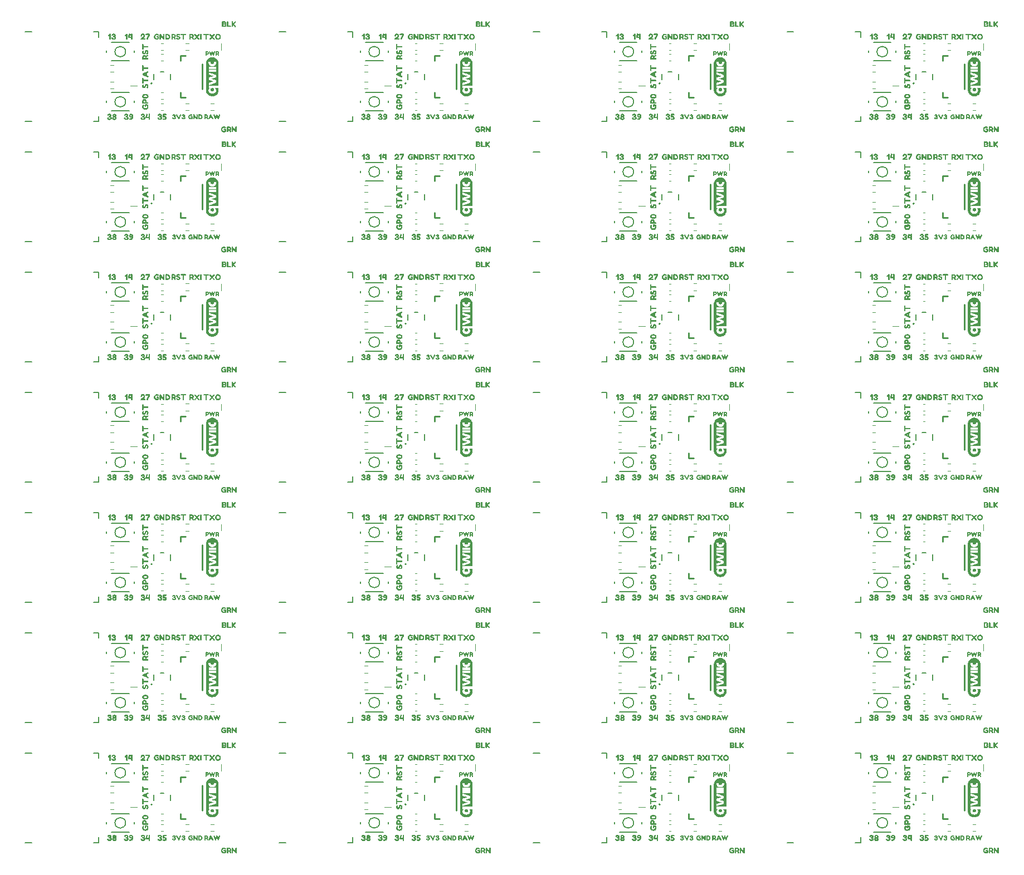
<source format=gto>
%TF.GenerationSoftware,KiCad,Pcbnew,7.0.6*%
%TF.CreationDate,2023-09-13T11:49:13-06:00*%
%TF.ProjectId,SparkFun_ESP32_Qwiic_Pro_Mini_panelized,53706172-6b46-4756-9e5f-45535033325f,rev?*%
%TF.SameCoordinates,Original*%
%TF.FileFunction,Legend,Top*%
%TF.FilePolarity,Positive*%
%FSLAX46Y46*%
G04 Gerber Fmt 4.6, Leading zero omitted, Abs format (unit mm)*
G04 Created by KiCad (PCBNEW 7.0.6) date 2023-09-13 11:49:13*
%MOMM*%
%LPD*%
G01*
G04 APERTURE LIST*
%ADD10C,0.120000*%
%ADD11C,0.203200*%
%ADD12C,0.127000*%
%ADD13C,0.254000*%
%ADD14C,0.200000*%
G04 APERTURE END LIST*
%TO.C,kibuzzard-64DED6B3*%
G36*
X129540765Y125127645D02*
G01*
X129573785Y125113040D01*
X129591565Y125085735D01*
X129597915Y125018425D01*
X129597915Y124311035D01*
X129596010Y124267220D01*
X129583945Y124233565D01*
X129550290Y124207848D01*
X129484885Y124199275D01*
X129421067Y124207530D01*
X129387095Y124232295D01*
X129375030Y124267220D01*
X129373125Y124313575D01*
X129373125Y124766965D01*
X129356615Y124751725D01*
X129267715Y124712355D01*
X129190880Y124756805D01*
X129150875Y124835545D01*
X129196595Y124910475D01*
X129404875Y125098435D01*
X129408685Y125100975D01*
X129480440Y125133995D01*
X129540765Y125127645D01*
G37*
G36*
X130129057Y125136817D02*
G01*
X130211184Y125107184D01*
X130278635Y125057795D01*
X130328729Y124996059D01*
X130358786Y124929384D01*
X130368805Y124857770D01*
X130357798Y124790531D01*
X130324778Y124736979D01*
X130269745Y124697115D01*
X130269745Y124688225D01*
X130307210Y124660920D01*
X130347215Y124619645D01*
X130378648Y124562495D01*
X130389125Y124497725D01*
X130377836Y124412423D01*
X130343969Y124337705D01*
X130287525Y124273570D01*
X130214006Y124224534D01*
X130128916Y124195112D01*
X130032255Y124185305D01*
X129936299Y124195183D01*
X129851633Y124224816D01*
X129778255Y124274205D01*
X129742377Y124313892D01*
X129710945Y124364375D01*
X129696975Y124397395D01*
X129694435Y124410095D01*
X129680465Y124478675D01*
X129711580Y124533920D01*
X129804925Y124552335D01*
X129872235Y124539635D01*
X129910335Y124473595D01*
X129980185Y124412635D01*
X130033525Y124405015D01*
X130091945Y124411841D01*
X130132585Y124432320D01*
X130164335Y124493915D01*
X130133220Y124554240D01*
X130059560Y124580275D01*
X130001775Y124582815D01*
X129968755Y124595515D01*
X129943038Y124628217D01*
X129934465Y124693305D01*
X129946213Y124764107D01*
X129981455Y124798715D01*
X130047495Y124805065D01*
X130119885Y124817448D01*
X130144015Y124854595D01*
X130118615Y124905395D01*
X130048130Y124929525D01*
X129976375Y124914285D01*
X129943355Y124883805D01*
X129935735Y124868565D01*
X129900175Y124820940D01*
X129851915Y124805065D01*
X129782065Y124827925D01*
X129734440Y124867613D01*
X129718565Y124913015D01*
X129747775Y124999375D01*
X129775715Y125039380D01*
X129828420Y125089545D01*
X129912240Y125128915D01*
X129969231Y125142250D01*
X130032255Y125146695D01*
X130129057Y125136817D01*
G37*
G36*
X129540765Y106847645D02*
G01*
X129573785Y106833040D01*
X129591565Y106805735D01*
X129597915Y106738425D01*
X129597915Y106031035D01*
X129596010Y105987220D01*
X129583945Y105953565D01*
X129550290Y105927848D01*
X129484885Y105919275D01*
X129421067Y105927530D01*
X129387095Y105952295D01*
X129375030Y105987220D01*
X129373125Y106033575D01*
X129373125Y106486965D01*
X129356615Y106471725D01*
X129267715Y106432355D01*
X129190880Y106476805D01*
X129150875Y106555545D01*
X129196595Y106630475D01*
X129404875Y106818435D01*
X129408685Y106820975D01*
X129480440Y106853995D01*
X129540765Y106847645D01*
G37*
G36*
X130129057Y106856817D02*
G01*
X130211184Y106827184D01*
X130278635Y106777795D01*
X130328729Y106716059D01*
X130358786Y106649384D01*
X130368805Y106577770D01*
X130357798Y106510531D01*
X130324778Y106456979D01*
X130269745Y106417115D01*
X130269745Y106408225D01*
X130307210Y106380920D01*
X130347215Y106339645D01*
X130378648Y106282495D01*
X130389125Y106217725D01*
X130377836Y106132423D01*
X130343969Y106057705D01*
X130287525Y105993570D01*
X130214006Y105944534D01*
X130128916Y105915112D01*
X130032255Y105905305D01*
X129936299Y105915183D01*
X129851633Y105944816D01*
X129778255Y105994205D01*
X129742377Y106033892D01*
X129710945Y106084375D01*
X129696975Y106117395D01*
X129694435Y106130095D01*
X129680465Y106198675D01*
X129711580Y106253920D01*
X129804925Y106272335D01*
X129872235Y106259635D01*
X129910335Y106193595D01*
X129980185Y106132635D01*
X130033525Y106125015D01*
X130091945Y106131841D01*
X130132585Y106152320D01*
X130164335Y106213915D01*
X130133220Y106274240D01*
X130059560Y106300275D01*
X130001775Y106302815D01*
X129968755Y106315515D01*
X129943038Y106348217D01*
X129934465Y106413305D01*
X129946213Y106484107D01*
X129981455Y106518715D01*
X130047495Y106525065D01*
X130119885Y106537448D01*
X130144015Y106574595D01*
X130118615Y106625395D01*
X130048130Y106649525D01*
X129976375Y106634285D01*
X129943355Y106603805D01*
X129935735Y106588565D01*
X129900175Y106540940D01*
X129851915Y106525065D01*
X129782065Y106547925D01*
X129734440Y106587613D01*
X129718565Y106633015D01*
X129747775Y106719375D01*
X129775715Y106759380D01*
X129828420Y106809545D01*
X129912240Y106848915D01*
X129969231Y106862250D01*
X130032255Y106866695D01*
X130129057Y106856817D01*
G37*
G36*
X129540765Y88567645D02*
G01*
X129573785Y88553040D01*
X129591565Y88525735D01*
X129597915Y88458425D01*
X129597915Y87751035D01*
X129596010Y87707220D01*
X129583945Y87673565D01*
X129550290Y87647848D01*
X129484885Y87639275D01*
X129421067Y87647530D01*
X129387095Y87672295D01*
X129375030Y87707220D01*
X129373125Y87753575D01*
X129373125Y88206965D01*
X129356615Y88191725D01*
X129267715Y88152355D01*
X129190880Y88196805D01*
X129150875Y88275545D01*
X129196595Y88350475D01*
X129404875Y88538435D01*
X129408685Y88540975D01*
X129480440Y88573995D01*
X129540765Y88567645D01*
G37*
G36*
X130129057Y88576817D02*
G01*
X130211184Y88547184D01*
X130278635Y88497795D01*
X130328729Y88436059D01*
X130358786Y88369384D01*
X130368805Y88297770D01*
X130357798Y88230531D01*
X130324778Y88176979D01*
X130269745Y88137115D01*
X130269745Y88128225D01*
X130307210Y88100920D01*
X130347215Y88059645D01*
X130378648Y88002495D01*
X130389125Y87937725D01*
X130377836Y87852423D01*
X130343969Y87777705D01*
X130287525Y87713570D01*
X130214006Y87664534D01*
X130128916Y87635112D01*
X130032255Y87625305D01*
X129936299Y87635183D01*
X129851633Y87664816D01*
X129778255Y87714205D01*
X129742377Y87753892D01*
X129710945Y87804375D01*
X129696975Y87837395D01*
X129694435Y87850095D01*
X129680465Y87918675D01*
X129711580Y87973920D01*
X129804925Y87992335D01*
X129872235Y87979635D01*
X129910335Y87913595D01*
X129980185Y87852635D01*
X130033525Y87845015D01*
X130091945Y87851841D01*
X130132585Y87872320D01*
X130164335Y87933915D01*
X130133220Y87994240D01*
X130059560Y88020275D01*
X130001775Y88022815D01*
X129968755Y88035515D01*
X129943038Y88068217D01*
X129934465Y88133305D01*
X129946213Y88204107D01*
X129981455Y88238715D01*
X130047495Y88245065D01*
X130119885Y88257448D01*
X130144015Y88294595D01*
X130118615Y88345395D01*
X130048130Y88369525D01*
X129976375Y88354285D01*
X129943355Y88323805D01*
X129935735Y88308565D01*
X129900175Y88260940D01*
X129851915Y88245065D01*
X129782065Y88267925D01*
X129734440Y88307613D01*
X129718565Y88353015D01*
X129747775Y88439375D01*
X129775715Y88479380D01*
X129828420Y88529545D01*
X129912240Y88568915D01*
X129969231Y88582250D01*
X130032255Y88586695D01*
X130129057Y88576817D01*
G37*
G36*
X129540765Y70287645D02*
G01*
X129573785Y70273040D01*
X129591565Y70245735D01*
X129597915Y70178425D01*
X129597915Y69471035D01*
X129596010Y69427220D01*
X129583945Y69393565D01*
X129550290Y69367848D01*
X129484885Y69359275D01*
X129421067Y69367530D01*
X129387095Y69392295D01*
X129375030Y69427220D01*
X129373125Y69473575D01*
X129373125Y69926965D01*
X129356615Y69911725D01*
X129267715Y69872355D01*
X129190880Y69916805D01*
X129150875Y69995545D01*
X129196595Y70070475D01*
X129404875Y70258435D01*
X129408685Y70260975D01*
X129480440Y70293995D01*
X129540765Y70287645D01*
G37*
G36*
X130129057Y70296817D02*
G01*
X130211184Y70267184D01*
X130278635Y70217795D01*
X130328729Y70156059D01*
X130358786Y70089384D01*
X130368805Y70017770D01*
X130357798Y69950531D01*
X130324778Y69896979D01*
X130269745Y69857115D01*
X130269745Y69848225D01*
X130307210Y69820920D01*
X130347215Y69779645D01*
X130378648Y69722495D01*
X130389125Y69657725D01*
X130377836Y69572423D01*
X130343969Y69497705D01*
X130287525Y69433570D01*
X130214006Y69384534D01*
X130128916Y69355112D01*
X130032255Y69345305D01*
X129936299Y69355183D01*
X129851633Y69384816D01*
X129778255Y69434205D01*
X129742377Y69473892D01*
X129710945Y69524375D01*
X129696975Y69557395D01*
X129694435Y69570095D01*
X129680465Y69638675D01*
X129711580Y69693920D01*
X129804925Y69712335D01*
X129872235Y69699635D01*
X129910335Y69633595D01*
X129980185Y69572635D01*
X130033525Y69565015D01*
X130091945Y69571841D01*
X130132585Y69592320D01*
X130164335Y69653915D01*
X130133220Y69714240D01*
X130059560Y69740275D01*
X130001775Y69742815D01*
X129968755Y69755515D01*
X129943038Y69788217D01*
X129934465Y69853305D01*
X129946213Y69924107D01*
X129981455Y69958715D01*
X130047495Y69965065D01*
X130119885Y69977448D01*
X130144015Y70014595D01*
X130118615Y70065395D01*
X130048130Y70089525D01*
X129976375Y70074285D01*
X129943355Y70043805D01*
X129935735Y70028565D01*
X129900175Y69980940D01*
X129851915Y69965065D01*
X129782065Y69987925D01*
X129734440Y70027613D01*
X129718565Y70073015D01*
X129747775Y70159375D01*
X129775715Y70199380D01*
X129828420Y70249545D01*
X129912240Y70288915D01*
X129969231Y70302250D01*
X130032255Y70306695D01*
X130129057Y70296817D01*
G37*
G36*
X129540765Y52007645D02*
G01*
X129573785Y51993040D01*
X129591565Y51965735D01*
X129597915Y51898425D01*
X129597915Y51191035D01*
X129596010Y51147220D01*
X129583945Y51113565D01*
X129550290Y51087848D01*
X129484885Y51079275D01*
X129421067Y51087530D01*
X129387095Y51112295D01*
X129375030Y51147220D01*
X129373125Y51193575D01*
X129373125Y51646965D01*
X129356615Y51631725D01*
X129267715Y51592355D01*
X129190880Y51636805D01*
X129150875Y51715545D01*
X129196595Y51790475D01*
X129404875Y51978435D01*
X129408685Y51980975D01*
X129480440Y52013995D01*
X129540765Y52007645D01*
G37*
G36*
X130129057Y52016817D02*
G01*
X130211184Y51987184D01*
X130278635Y51937795D01*
X130328729Y51876059D01*
X130358786Y51809384D01*
X130368805Y51737770D01*
X130357798Y51670531D01*
X130324778Y51616979D01*
X130269745Y51577115D01*
X130269745Y51568225D01*
X130307210Y51540920D01*
X130347215Y51499645D01*
X130378648Y51442495D01*
X130389125Y51377725D01*
X130377836Y51292423D01*
X130343969Y51217705D01*
X130287525Y51153570D01*
X130214006Y51104534D01*
X130128916Y51075112D01*
X130032255Y51065305D01*
X129936299Y51075183D01*
X129851633Y51104816D01*
X129778255Y51154205D01*
X129742377Y51193892D01*
X129710945Y51244375D01*
X129696975Y51277395D01*
X129694435Y51290095D01*
X129680465Y51358675D01*
X129711580Y51413920D01*
X129804925Y51432335D01*
X129872235Y51419635D01*
X129910335Y51353595D01*
X129980185Y51292635D01*
X130033525Y51285015D01*
X130091945Y51291841D01*
X130132585Y51312320D01*
X130164335Y51373915D01*
X130133220Y51434240D01*
X130059560Y51460275D01*
X130001775Y51462815D01*
X129968755Y51475515D01*
X129943038Y51508217D01*
X129934465Y51573305D01*
X129946213Y51644107D01*
X129981455Y51678715D01*
X130047495Y51685065D01*
X130119885Y51697448D01*
X130144015Y51734595D01*
X130118615Y51785395D01*
X130048130Y51809525D01*
X129976375Y51794285D01*
X129943355Y51763805D01*
X129935735Y51748565D01*
X129900175Y51700940D01*
X129851915Y51685065D01*
X129782065Y51707925D01*
X129734440Y51747613D01*
X129718565Y51793015D01*
X129747775Y51879375D01*
X129775715Y51919380D01*
X129828420Y51969545D01*
X129912240Y52008915D01*
X129969231Y52022250D01*
X130032255Y52026695D01*
X130129057Y52016817D01*
G37*
G36*
X129540765Y33727645D02*
G01*
X129573785Y33713040D01*
X129591565Y33685735D01*
X129597915Y33618425D01*
X129597915Y32911035D01*
X129596010Y32867220D01*
X129583945Y32833565D01*
X129550290Y32807848D01*
X129484885Y32799275D01*
X129421067Y32807530D01*
X129387095Y32832295D01*
X129375030Y32867220D01*
X129373125Y32913575D01*
X129373125Y33366965D01*
X129356615Y33351725D01*
X129267715Y33312355D01*
X129190880Y33356805D01*
X129150875Y33435545D01*
X129196595Y33510475D01*
X129404875Y33698435D01*
X129408685Y33700975D01*
X129480440Y33733995D01*
X129540765Y33727645D01*
G37*
G36*
X130129057Y33736817D02*
G01*
X130211184Y33707184D01*
X130278635Y33657795D01*
X130328729Y33596059D01*
X130358786Y33529384D01*
X130368805Y33457770D01*
X130357798Y33390531D01*
X130324778Y33336979D01*
X130269745Y33297115D01*
X130269745Y33288225D01*
X130307210Y33260920D01*
X130347215Y33219645D01*
X130378648Y33162495D01*
X130389125Y33097725D01*
X130377836Y33012423D01*
X130343969Y32937705D01*
X130287525Y32873570D01*
X130214006Y32824534D01*
X130128916Y32795112D01*
X130032255Y32785305D01*
X129936299Y32795183D01*
X129851633Y32824816D01*
X129778255Y32874205D01*
X129742377Y32913892D01*
X129710945Y32964375D01*
X129696975Y32997395D01*
X129694435Y33010095D01*
X129680465Y33078675D01*
X129711580Y33133920D01*
X129804925Y33152335D01*
X129872235Y33139635D01*
X129910335Y33073595D01*
X129980185Y33012635D01*
X130033525Y33005015D01*
X130091945Y33011841D01*
X130132585Y33032320D01*
X130164335Y33093915D01*
X130133220Y33154240D01*
X130059560Y33180275D01*
X130001775Y33182815D01*
X129968755Y33195515D01*
X129943038Y33228217D01*
X129934465Y33293305D01*
X129946213Y33364107D01*
X129981455Y33398715D01*
X130047495Y33405065D01*
X130119885Y33417448D01*
X130144015Y33454595D01*
X130118615Y33505395D01*
X130048130Y33529525D01*
X129976375Y33514285D01*
X129943355Y33483805D01*
X129935735Y33468565D01*
X129900175Y33420940D01*
X129851915Y33405065D01*
X129782065Y33427925D01*
X129734440Y33467613D01*
X129718565Y33513015D01*
X129747775Y33599375D01*
X129775715Y33639380D01*
X129828420Y33689545D01*
X129912240Y33728915D01*
X129969231Y33742250D01*
X130032255Y33746695D01*
X130129057Y33736817D01*
G37*
G36*
X129540765Y15447645D02*
G01*
X129573785Y15433040D01*
X129591565Y15405735D01*
X129597915Y15338425D01*
X129597915Y14631035D01*
X129596010Y14587220D01*
X129583945Y14553565D01*
X129550290Y14527848D01*
X129484885Y14519275D01*
X129421067Y14527530D01*
X129387095Y14552295D01*
X129375030Y14587220D01*
X129373125Y14633575D01*
X129373125Y15086965D01*
X129356615Y15071725D01*
X129267715Y15032355D01*
X129190880Y15076805D01*
X129150875Y15155545D01*
X129196595Y15230475D01*
X129404875Y15418435D01*
X129408685Y15420975D01*
X129480440Y15453995D01*
X129540765Y15447645D01*
G37*
G36*
X130129057Y15456817D02*
G01*
X130211184Y15427184D01*
X130278635Y15377795D01*
X130328729Y15316059D01*
X130358786Y15249384D01*
X130368805Y15177770D01*
X130357798Y15110531D01*
X130324778Y15056979D01*
X130269745Y15017115D01*
X130269745Y15008225D01*
X130307210Y14980920D01*
X130347215Y14939645D01*
X130378648Y14882495D01*
X130389125Y14817725D01*
X130377836Y14732423D01*
X130343969Y14657705D01*
X130287525Y14593570D01*
X130214006Y14544534D01*
X130128916Y14515112D01*
X130032255Y14505305D01*
X129936299Y14515183D01*
X129851633Y14544816D01*
X129778255Y14594205D01*
X129742377Y14633892D01*
X129710945Y14684375D01*
X129696975Y14717395D01*
X129694435Y14730095D01*
X129680465Y14798675D01*
X129711580Y14853920D01*
X129804925Y14872335D01*
X129872235Y14859635D01*
X129910335Y14793595D01*
X129980185Y14732635D01*
X130033525Y14725015D01*
X130091945Y14731841D01*
X130132585Y14752320D01*
X130164335Y14813915D01*
X130133220Y14874240D01*
X130059560Y14900275D01*
X130001775Y14902815D01*
X129968755Y14915515D01*
X129943038Y14948217D01*
X129934465Y15013305D01*
X129946213Y15084107D01*
X129981455Y15118715D01*
X130047495Y15125065D01*
X130119885Y15137448D01*
X130144015Y15174595D01*
X130118615Y15225395D01*
X130048130Y15249525D01*
X129976375Y15234285D01*
X129943355Y15203805D01*
X129935735Y15188565D01*
X129900175Y15140940D01*
X129851915Y15125065D01*
X129782065Y15147925D01*
X129734440Y15187613D01*
X129718565Y15233015D01*
X129747775Y15319375D01*
X129775715Y15359380D01*
X129828420Y15409545D01*
X129912240Y15448915D01*
X129969231Y15462250D01*
X130032255Y15466695D01*
X130129057Y15456817D01*
G37*
G36*
X90940765Y125127645D02*
G01*
X90973785Y125113040D01*
X90991565Y125085735D01*
X90997915Y125018425D01*
X90997915Y124311035D01*
X90996010Y124267220D01*
X90983945Y124233565D01*
X90950290Y124207848D01*
X90884885Y124199275D01*
X90821067Y124207530D01*
X90787095Y124232295D01*
X90775030Y124267220D01*
X90773125Y124313575D01*
X90773125Y124766965D01*
X90756615Y124751725D01*
X90667715Y124712355D01*
X90590880Y124756805D01*
X90550875Y124835545D01*
X90596595Y124910475D01*
X90804875Y125098435D01*
X90808685Y125100975D01*
X90880440Y125133995D01*
X90940765Y125127645D01*
G37*
G36*
X91529057Y125136817D02*
G01*
X91611184Y125107184D01*
X91678635Y125057795D01*
X91728729Y124996059D01*
X91758786Y124929384D01*
X91768805Y124857770D01*
X91757798Y124790531D01*
X91724778Y124736979D01*
X91669745Y124697115D01*
X91669745Y124688225D01*
X91707210Y124660920D01*
X91747215Y124619645D01*
X91778648Y124562495D01*
X91789125Y124497725D01*
X91777836Y124412423D01*
X91743969Y124337705D01*
X91687525Y124273570D01*
X91614006Y124224534D01*
X91528916Y124195112D01*
X91432255Y124185305D01*
X91336299Y124195183D01*
X91251633Y124224816D01*
X91178255Y124274205D01*
X91142377Y124313892D01*
X91110945Y124364375D01*
X91096975Y124397395D01*
X91094435Y124410095D01*
X91080465Y124478675D01*
X91111580Y124533920D01*
X91204925Y124552335D01*
X91272235Y124539635D01*
X91310335Y124473595D01*
X91380185Y124412635D01*
X91433525Y124405015D01*
X91491945Y124411841D01*
X91532585Y124432320D01*
X91564335Y124493915D01*
X91533220Y124554240D01*
X91459560Y124580275D01*
X91401775Y124582815D01*
X91368755Y124595515D01*
X91343038Y124628217D01*
X91334465Y124693305D01*
X91346213Y124764107D01*
X91381455Y124798715D01*
X91447495Y124805065D01*
X91519885Y124817448D01*
X91544015Y124854595D01*
X91518615Y124905395D01*
X91448130Y124929525D01*
X91376375Y124914285D01*
X91343355Y124883805D01*
X91335735Y124868565D01*
X91300175Y124820940D01*
X91251915Y124805065D01*
X91182065Y124827925D01*
X91134440Y124867613D01*
X91118565Y124913015D01*
X91147775Y124999375D01*
X91175715Y125039380D01*
X91228420Y125089545D01*
X91312240Y125128915D01*
X91369231Y125142250D01*
X91432255Y125146695D01*
X91529057Y125136817D01*
G37*
G36*
X90940765Y106847645D02*
G01*
X90973785Y106833040D01*
X90991565Y106805735D01*
X90997915Y106738425D01*
X90997915Y106031035D01*
X90996010Y105987220D01*
X90983945Y105953565D01*
X90950290Y105927848D01*
X90884885Y105919275D01*
X90821067Y105927530D01*
X90787095Y105952295D01*
X90775030Y105987220D01*
X90773125Y106033575D01*
X90773125Y106486965D01*
X90756615Y106471725D01*
X90667715Y106432355D01*
X90590880Y106476805D01*
X90550875Y106555545D01*
X90596595Y106630475D01*
X90804875Y106818435D01*
X90808685Y106820975D01*
X90880440Y106853995D01*
X90940765Y106847645D01*
G37*
G36*
X91529057Y106856817D02*
G01*
X91611184Y106827184D01*
X91678635Y106777795D01*
X91728729Y106716059D01*
X91758786Y106649384D01*
X91768805Y106577770D01*
X91757798Y106510531D01*
X91724778Y106456979D01*
X91669745Y106417115D01*
X91669745Y106408225D01*
X91707210Y106380920D01*
X91747215Y106339645D01*
X91778648Y106282495D01*
X91789125Y106217725D01*
X91777836Y106132423D01*
X91743969Y106057705D01*
X91687525Y105993570D01*
X91614006Y105944534D01*
X91528916Y105915112D01*
X91432255Y105905305D01*
X91336299Y105915183D01*
X91251633Y105944816D01*
X91178255Y105994205D01*
X91142377Y106033892D01*
X91110945Y106084375D01*
X91096975Y106117395D01*
X91094435Y106130095D01*
X91080465Y106198675D01*
X91111580Y106253920D01*
X91204925Y106272335D01*
X91272235Y106259635D01*
X91310335Y106193595D01*
X91380185Y106132635D01*
X91433525Y106125015D01*
X91491945Y106131841D01*
X91532585Y106152320D01*
X91564335Y106213915D01*
X91533220Y106274240D01*
X91459560Y106300275D01*
X91401775Y106302815D01*
X91368755Y106315515D01*
X91343038Y106348217D01*
X91334465Y106413305D01*
X91346213Y106484107D01*
X91381455Y106518715D01*
X91447495Y106525065D01*
X91519885Y106537448D01*
X91544015Y106574595D01*
X91518615Y106625395D01*
X91448130Y106649525D01*
X91376375Y106634285D01*
X91343355Y106603805D01*
X91335735Y106588565D01*
X91300175Y106540940D01*
X91251915Y106525065D01*
X91182065Y106547925D01*
X91134440Y106587613D01*
X91118565Y106633015D01*
X91147775Y106719375D01*
X91175715Y106759380D01*
X91228420Y106809545D01*
X91312240Y106848915D01*
X91369231Y106862250D01*
X91432255Y106866695D01*
X91529057Y106856817D01*
G37*
G36*
X90940765Y88567645D02*
G01*
X90973785Y88553040D01*
X90991565Y88525735D01*
X90997915Y88458425D01*
X90997915Y87751035D01*
X90996010Y87707220D01*
X90983945Y87673565D01*
X90950290Y87647848D01*
X90884885Y87639275D01*
X90821067Y87647530D01*
X90787095Y87672295D01*
X90775030Y87707220D01*
X90773125Y87753575D01*
X90773125Y88206965D01*
X90756615Y88191725D01*
X90667715Y88152355D01*
X90590880Y88196805D01*
X90550875Y88275545D01*
X90596595Y88350475D01*
X90804875Y88538435D01*
X90808685Y88540975D01*
X90880440Y88573995D01*
X90940765Y88567645D01*
G37*
G36*
X91529057Y88576817D02*
G01*
X91611184Y88547184D01*
X91678635Y88497795D01*
X91728729Y88436059D01*
X91758786Y88369384D01*
X91768805Y88297770D01*
X91757798Y88230531D01*
X91724778Y88176979D01*
X91669745Y88137115D01*
X91669745Y88128225D01*
X91707210Y88100920D01*
X91747215Y88059645D01*
X91778648Y88002495D01*
X91789125Y87937725D01*
X91777836Y87852423D01*
X91743969Y87777705D01*
X91687525Y87713570D01*
X91614006Y87664534D01*
X91528916Y87635112D01*
X91432255Y87625305D01*
X91336299Y87635183D01*
X91251633Y87664816D01*
X91178255Y87714205D01*
X91142377Y87753892D01*
X91110945Y87804375D01*
X91096975Y87837395D01*
X91094435Y87850095D01*
X91080465Y87918675D01*
X91111580Y87973920D01*
X91204925Y87992335D01*
X91272235Y87979635D01*
X91310335Y87913595D01*
X91380185Y87852635D01*
X91433525Y87845015D01*
X91491945Y87851841D01*
X91532585Y87872320D01*
X91564335Y87933915D01*
X91533220Y87994240D01*
X91459560Y88020275D01*
X91401775Y88022815D01*
X91368755Y88035515D01*
X91343038Y88068217D01*
X91334465Y88133305D01*
X91346213Y88204107D01*
X91381455Y88238715D01*
X91447495Y88245065D01*
X91519885Y88257448D01*
X91544015Y88294595D01*
X91518615Y88345395D01*
X91448130Y88369525D01*
X91376375Y88354285D01*
X91343355Y88323805D01*
X91335735Y88308565D01*
X91300175Y88260940D01*
X91251915Y88245065D01*
X91182065Y88267925D01*
X91134440Y88307613D01*
X91118565Y88353015D01*
X91147775Y88439375D01*
X91175715Y88479380D01*
X91228420Y88529545D01*
X91312240Y88568915D01*
X91369231Y88582250D01*
X91432255Y88586695D01*
X91529057Y88576817D01*
G37*
G36*
X90940765Y70287645D02*
G01*
X90973785Y70273040D01*
X90991565Y70245735D01*
X90997915Y70178425D01*
X90997915Y69471035D01*
X90996010Y69427220D01*
X90983945Y69393565D01*
X90950290Y69367848D01*
X90884885Y69359275D01*
X90821067Y69367530D01*
X90787095Y69392295D01*
X90775030Y69427220D01*
X90773125Y69473575D01*
X90773125Y69926965D01*
X90756615Y69911725D01*
X90667715Y69872355D01*
X90590880Y69916805D01*
X90550875Y69995545D01*
X90596595Y70070475D01*
X90804875Y70258435D01*
X90808685Y70260975D01*
X90880440Y70293995D01*
X90940765Y70287645D01*
G37*
G36*
X91529057Y70296817D02*
G01*
X91611184Y70267184D01*
X91678635Y70217795D01*
X91728729Y70156059D01*
X91758786Y70089384D01*
X91768805Y70017770D01*
X91757798Y69950531D01*
X91724778Y69896979D01*
X91669745Y69857115D01*
X91669745Y69848225D01*
X91707210Y69820920D01*
X91747215Y69779645D01*
X91778648Y69722495D01*
X91789125Y69657725D01*
X91777836Y69572423D01*
X91743969Y69497705D01*
X91687525Y69433570D01*
X91614006Y69384534D01*
X91528916Y69355112D01*
X91432255Y69345305D01*
X91336299Y69355183D01*
X91251633Y69384816D01*
X91178255Y69434205D01*
X91142377Y69473892D01*
X91110945Y69524375D01*
X91096975Y69557395D01*
X91094435Y69570095D01*
X91080465Y69638675D01*
X91111580Y69693920D01*
X91204925Y69712335D01*
X91272235Y69699635D01*
X91310335Y69633595D01*
X91380185Y69572635D01*
X91433525Y69565015D01*
X91491945Y69571841D01*
X91532585Y69592320D01*
X91564335Y69653915D01*
X91533220Y69714240D01*
X91459560Y69740275D01*
X91401775Y69742815D01*
X91368755Y69755515D01*
X91343038Y69788217D01*
X91334465Y69853305D01*
X91346213Y69924107D01*
X91381455Y69958715D01*
X91447495Y69965065D01*
X91519885Y69977448D01*
X91544015Y70014595D01*
X91518615Y70065395D01*
X91448130Y70089525D01*
X91376375Y70074285D01*
X91343355Y70043805D01*
X91335735Y70028565D01*
X91300175Y69980940D01*
X91251915Y69965065D01*
X91182065Y69987925D01*
X91134440Y70027613D01*
X91118565Y70073015D01*
X91147775Y70159375D01*
X91175715Y70199380D01*
X91228420Y70249545D01*
X91312240Y70288915D01*
X91369231Y70302250D01*
X91432255Y70306695D01*
X91529057Y70296817D01*
G37*
G36*
X90940765Y52007645D02*
G01*
X90973785Y51993040D01*
X90991565Y51965735D01*
X90997915Y51898425D01*
X90997915Y51191035D01*
X90996010Y51147220D01*
X90983945Y51113565D01*
X90950290Y51087848D01*
X90884885Y51079275D01*
X90821067Y51087530D01*
X90787095Y51112295D01*
X90775030Y51147220D01*
X90773125Y51193575D01*
X90773125Y51646965D01*
X90756615Y51631725D01*
X90667715Y51592355D01*
X90590880Y51636805D01*
X90550875Y51715545D01*
X90596595Y51790475D01*
X90804875Y51978435D01*
X90808685Y51980975D01*
X90880440Y52013995D01*
X90940765Y52007645D01*
G37*
G36*
X91529057Y52016817D02*
G01*
X91611184Y51987184D01*
X91678635Y51937795D01*
X91728729Y51876059D01*
X91758786Y51809384D01*
X91768805Y51737770D01*
X91757798Y51670531D01*
X91724778Y51616979D01*
X91669745Y51577115D01*
X91669745Y51568225D01*
X91707210Y51540920D01*
X91747215Y51499645D01*
X91778648Y51442495D01*
X91789125Y51377725D01*
X91777836Y51292423D01*
X91743969Y51217705D01*
X91687525Y51153570D01*
X91614006Y51104534D01*
X91528916Y51075112D01*
X91432255Y51065305D01*
X91336299Y51075183D01*
X91251633Y51104816D01*
X91178255Y51154205D01*
X91142377Y51193892D01*
X91110945Y51244375D01*
X91096975Y51277395D01*
X91094435Y51290095D01*
X91080465Y51358675D01*
X91111580Y51413920D01*
X91204925Y51432335D01*
X91272235Y51419635D01*
X91310335Y51353595D01*
X91380185Y51292635D01*
X91433525Y51285015D01*
X91491945Y51291841D01*
X91532585Y51312320D01*
X91564335Y51373915D01*
X91533220Y51434240D01*
X91459560Y51460275D01*
X91401775Y51462815D01*
X91368755Y51475515D01*
X91343038Y51508217D01*
X91334465Y51573305D01*
X91346213Y51644107D01*
X91381455Y51678715D01*
X91447495Y51685065D01*
X91519885Y51697448D01*
X91544015Y51734595D01*
X91518615Y51785395D01*
X91448130Y51809525D01*
X91376375Y51794285D01*
X91343355Y51763805D01*
X91335735Y51748565D01*
X91300175Y51700940D01*
X91251915Y51685065D01*
X91182065Y51707925D01*
X91134440Y51747613D01*
X91118565Y51793015D01*
X91147775Y51879375D01*
X91175715Y51919380D01*
X91228420Y51969545D01*
X91312240Y52008915D01*
X91369231Y52022250D01*
X91432255Y52026695D01*
X91529057Y52016817D01*
G37*
G36*
X90940765Y33727645D02*
G01*
X90973785Y33713040D01*
X90991565Y33685735D01*
X90997915Y33618425D01*
X90997915Y32911035D01*
X90996010Y32867220D01*
X90983945Y32833565D01*
X90950290Y32807848D01*
X90884885Y32799275D01*
X90821067Y32807530D01*
X90787095Y32832295D01*
X90775030Y32867220D01*
X90773125Y32913575D01*
X90773125Y33366965D01*
X90756615Y33351725D01*
X90667715Y33312355D01*
X90590880Y33356805D01*
X90550875Y33435545D01*
X90596595Y33510475D01*
X90804875Y33698435D01*
X90808685Y33700975D01*
X90880440Y33733995D01*
X90940765Y33727645D01*
G37*
G36*
X91529057Y33736817D02*
G01*
X91611184Y33707184D01*
X91678635Y33657795D01*
X91728729Y33596059D01*
X91758786Y33529384D01*
X91768805Y33457770D01*
X91757798Y33390531D01*
X91724778Y33336979D01*
X91669745Y33297115D01*
X91669745Y33288225D01*
X91707210Y33260920D01*
X91747215Y33219645D01*
X91778648Y33162495D01*
X91789125Y33097725D01*
X91777836Y33012423D01*
X91743969Y32937705D01*
X91687525Y32873570D01*
X91614006Y32824534D01*
X91528916Y32795112D01*
X91432255Y32785305D01*
X91336299Y32795183D01*
X91251633Y32824816D01*
X91178255Y32874205D01*
X91142377Y32913892D01*
X91110945Y32964375D01*
X91096975Y32997395D01*
X91094435Y33010095D01*
X91080465Y33078675D01*
X91111580Y33133920D01*
X91204925Y33152335D01*
X91272235Y33139635D01*
X91310335Y33073595D01*
X91380185Y33012635D01*
X91433525Y33005015D01*
X91491945Y33011841D01*
X91532585Y33032320D01*
X91564335Y33093915D01*
X91533220Y33154240D01*
X91459560Y33180275D01*
X91401775Y33182815D01*
X91368755Y33195515D01*
X91343038Y33228217D01*
X91334465Y33293305D01*
X91346213Y33364107D01*
X91381455Y33398715D01*
X91447495Y33405065D01*
X91519885Y33417448D01*
X91544015Y33454595D01*
X91518615Y33505395D01*
X91448130Y33529525D01*
X91376375Y33514285D01*
X91343355Y33483805D01*
X91335735Y33468565D01*
X91300175Y33420940D01*
X91251915Y33405065D01*
X91182065Y33427925D01*
X91134440Y33467613D01*
X91118565Y33513015D01*
X91147775Y33599375D01*
X91175715Y33639380D01*
X91228420Y33689545D01*
X91312240Y33728915D01*
X91369231Y33742250D01*
X91432255Y33746695D01*
X91529057Y33736817D01*
G37*
G36*
X90940765Y15447645D02*
G01*
X90973785Y15433040D01*
X90991565Y15405735D01*
X90997915Y15338425D01*
X90997915Y14631035D01*
X90996010Y14587220D01*
X90983945Y14553565D01*
X90950290Y14527848D01*
X90884885Y14519275D01*
X90821067Y14527530D01*
X90787095Y14552295D01*
X90775030Y14587220D01*
X90773125Y14633575D01*
X90773125Y15086965D01*
X90756615Y15071725D01*
X90667715Y15032355D01*
X90590880Y15076805D01*
X90550875Y15155545D01*
X90596595Y15230475D01*
X90804875Y15418435D01*
X90808685Y15420975D01*
X90880440Y15453995D01*
X90940765Y15447645D01*
G37*
G36*
X91529057Y15456817D02*
G01*
X91611184Y15427184D01*
X91678635Y15377795D01*
X91728729Y15316059D01*
X91758786Y15249384D01*
X91768805Y15177770D01*
X91757798Y15110531D01*
X91724778Y15056979D01*
X91669745Y15017115D01*
X91669745Y15008225D01*
X91707210Y14980920D01*
X91747215Y14939645D01*
X91778648Y14882495D01*
X91789125Y14817725D01*
X91777836Y14732423D01*
X91743969Y14657705D01*
X91687525Y14593570D01*
X91614006Y14544534D01*
X91528916Y14515112D01*
X91432255Y14505305D01*
X91336299Y14515183D01*
X91251633Y14544816D01*
X91178255Y14594205D01*
X91142377Y14633892D01*
X91110945Y14684375D01*
X91096975Y14717395D01*
X91094435Y14730095D01*
X91080465Y14798675D01*
X91111580Y14853920D01*
X91204925Y14872335D01*
X91272235Y14859635D01*
X91310335Y14793595D01*
X91380185Y14732635D01*
X91433525Y14725015D01*
X91491945Y14731841D01*
X91532585Y14752320D01*
X91564335Y14813915D01*
X91533220Y14874240D01*
X91459560Y14900275D01*
X91401775Y14902815D01*
X91368755Y14915515D01*
X91343038Y14948217D01*
X91334465Y15013305D01*
X91346213Y15084107D01*
X91381455Y15118715D01*
X91447495Y15125065D01*
X91519885Y15137448D01*
X91544015Y15174595D01*
X91518615Y15225395D01*
X91448130Y15249525D01*
X91376375Y15234285D01*
X91343355Y15203805D01*
X91335735Y15188565D01*
X91300175Y15140940D01*
X91251915Y15125065D01*
X91182065Y15147925D01*
X91134440Y15187613D01*
X91118565Y15233015D01*
X91147775Y15319375D01*
X91175715Y15359380D01*
X91228420Y15409545D01*
X91312240Y15448915D01*
X91369231Y15462250D01*
X91432255Y15466695D01*
X91529057Y15456817D01*
G37*
G36*
X52340765Y125127645D02*
G01*
X52373785Y125113040D01*
X52391565Y125085735D01*
X52397915Y125018425D01*
X52397915Y124311035D01*
X52396010Y124267220D01*
X52383945Y124233565D01*
X52350290Y124207848D01*
X52284885Y124199275D01*
X52221067Y124207530D01*
X52187095Y124232295D01*
X52175030Y124267220D01*
X52173125Y124313575D01*
X52173125Y124766965D01*
X52156615Y124751725D01*
X52067715Y124712355D01*
X51990880Y124756805D01*
X51950875Y124835545D01*
X51996595Y124910475D01*
X52204875Y125098435D01*
X52208685Y125100975D01*
X52280440Y125133995D01*
X52340765Y125127645D01*
G37*
G36*
X52929057Y125136817D02*
G01*
X53011184Y125107184D01*
X53078635Y125057795D01*
X53128729Y124996059D01*
X53158786Y124929384D01*
X53168805Y124857770D01*
X53157798Y124790531D01*
X53124778Y124736979D01*
X53069745Y124697115D01*
X53069745Y124688225D01*
X53107210Y124660920D01*
X53147215Y124619645D01*
X53178648Y124562495D01*
X53189125Y124497725D01*
X53177836Y124412423D01*
X53143969Y124337705D01*
X53087525Y124273570D01*
X53014006Y124224534D01*
X52928916Y124195112D01*
X52832255Y124185305D01*
X52736299Y124195183D01*
X52651633Y124224816D01*
X52578255Y124274205D01*
X52542377Y124313892D01*
X52510945Y124364375D01*
X52496975Y124397395D01*
X52494435Y124410095D01*
X52480465Y124478675D01*
X52511580Y124533920D01*
X52604925Y124552335D01*
X52672235Y124539635D01*
X52710335Y124473595D01*
X52780185Y124412635D01*
X52833525Y124405015D01*
X52891945Y124411841D01*
X52932585Y124432320D01*
X52964335Y124493915D01*
X52933220Y124554240D01*
X52859560Y124580275D01*
X52801775Y124582815D01*
X52768755Y124595515D01*
X52743038Y124628217D01*
X52734465Y124693305D01*
X52746213Y124764107D01*
X52781455Y124798715D01*
X52847495Y124805065D01*
X52919885Y124817448D01*
X52944015Y124854595D01*
X52918615Y124905395D01*
X52848130Y124929525D01*
X52776375Y124914285D01*
X52743355Y124883805D01*
X52735735Y124868565D01*
X52700175Y124820940D01*
X52651915Y124805065D01*
X52582065Y124827925D01*
X52534440Y124867613D01*
X52518565Y124913015D01*
X52547775Y124999375D01*
X52575715Y125039380D01*
X52628420Y125089545D01*
X52712240Y125128915D01*
X52769231Y125142250D01*
X52832255Y125146695D01*
X52929057Y125136817D01*
G37*
G36*
X52340765Y106847645D02*
G01*
X52373785Y106833040D01*
X52391565Y106805735D01*
X52397915Y106738425D01*
X52397915Y106031035D01*
X52396010Y105987220D01*
X52383945Y105953565D01*
X52350290Y105927848D01*
X52284885Y105919275D01*
X52221067Y105927530D01*
X52187095Y105952295D01*
X52175030Y105987220D01*
X52173125Y106033575D01*
X52173125Y106486965D01*
X52156615Y106471725D01*
X52067715Y106432355D01*
X51990880Y106476805D01*
X51950875Y106555545D01*
X51996595Y106630475D01*
X52204875Y106818435D01*
X52208685Y106820975D01*
X52280440Y106853995D01*
X52340765Y106847645D01*
G37*
G36*
X52929057Y106856817D02*
G01*
X53011184Y106827184D01*
X53078635Y106777795D01*
X53128729Y106716059D01*
X53158786Y106649384D01*
X53168805Y106577770D01*
X53157798Y106510531D01*
X53124778Y106456979D01*
X53069745Y106417115D01*
X53069745Y106408225D01*
X53107210Y106380920D01*
X53147215Y106339645D01*
X53178648Y106282495D01*
X53189125Y106217725D01*
X53177836Y106132423D01*
X53143969Y106057705D01*
X53087525Y105993570D01*
X53014006Y105944534D01*
X52928916Y105915112D01*
X52832255Y105905305D01*
X52736299Y105915183D01*
X52651633Y105944816D01*
X52578255Y105994205D01*
X52542377Y106033892D01*
X52510945Y106084375D01*
X52496975Y106117395D01*
X52494435Y106130095D01*
X52480465Y106198675D01*
X52511580Y106253920D01*
X52604925Y106272335D01*
X52672235Y106259635D01*
X52710335Y106193595D01*
X52780185Y106132635D01*
X52833525Y106125015D01*
X52891945Y106131841D01*
X52932585Y106152320D01*
X52964335Y106213915D01*
X52933220Y106274240D01*
X52859560Y106300275D01*
X52801775Y106302815D01*
X52768755Y106315515D01*
X52743038Y106348217D01*
X52734465Y106413305D01*
X52746213Y106484107D01*
X52781455Y106518715D01*
X52847495Y106525065D01*
X52919885Y106537448D01*
X52944015Y106574595D01*
X52918615Y106625395D01*
X52848130Y106649525D01*
X52776375Y106634285D01*
X52743355Y106603805D01*
X52735735Y106588565D01*
X52700175Y106540940D01*
X52651915Y106525065D01*
X52582065Y106547925D01*
X52534440Y106587613D01*
X52518565Y106633015D01*
X52547775Y106719375D01*
X52575715Y106759380D01*
X52628420Y106809545D01*
X52712240Y106848915D01*
X52769231Y106862250D01*
X52832255Y106866695D01*
X52929057Y106856817D01*
G37*
G36*
X52340765Y88567645D02*
G01*
X52373785Y88553040D01*
X52391565Y88525735D01*
X52397915Y88458425D01*
X52397915Y87751035D01*
X52396010Y87707220D01*
X52383945Y87673565D01*
X52350290Y87647848D01*
X52284885Y87639275D01*
X52221067Y87647530D01*
X52187095Y87672295D01*
X52175030Y87707220D01*
X52173125Y87753575D01*
X52173125Y88206965D01*
X52156615Y88191725D01*
X52067715Y88152355D01*
X51990880Y88196805D01*
X51950875Y88275545D01*
X51996595Y88350475D01*
X52204875Y88538435D01*
X52208685Y88540975D01*
X52280440Y88573995D01*
X52340765Y88567645D01*
G37*
G36*
X52929057Y88576817D02*
G01*
X53011184Y88547184D01*
X53078635Y88497795D01*
X53128729Y88436059D01*
X53158786Y88369384D01*
X53168805Y88297770D01*
X53157798Y88230531D01*
X53124778Y88176979D01*
X53069745Y88137115D01*
X53069745Y88128225D01*
X53107210Y88100920D01*
X53147215Y88059645D01*
X53178648Y88002495D01*
X53189125Y87937725D01*
X53177836Y87852423D01*
X53143969Y87777705D01*
X53087525Y87713570D01*
X53014006Y87664534D01*
X52928916Y87635112D01*
X52832255Y87625305D01*
X52736299Y87635183D01*
X52651633Y87664816D01*
X52578255Y87714205D01*
X52542377Y87753892D01*
X52510945Y87804375D01*
X52496975Y87837395D01*
X52494435Y87850095D01*
X52480465Y87918675D01*
X52511580Y87973920D01*
X52604925Y87992335D01*
X52672235Y87979635D01*
X52710335Y87913595D01*
X52780185Y87852635D01*
X52833525Y87845015D01*
X52891945Y87851841D01*
X52932585Y87872320D01*
X52964335Y87933915D01*
X52933220Y87994240D01*
X52859560Y88020275D01*
X52801775Y88022815D01*
X52768755Y88035515D01*
X52743038Y88068217D01*
X52734465Y88133305D01*
X52746213Y88204107D01*
X52781455Y88238715D01*
X52847495Y88245065D01*
X52919885Y88257448D01*
X52944015Y88294595D01*
X52918615Y88345395D01*
X52848130Y88369525D01*
X52776375Y88354285D01*
X52743355Y88323805D01*
X52735735Y88308565D01*
X52700175Y88260940D01*
X52651915Y88245065D01*
X52582065Y88267925D01*
X52534440Y88307613D01*
X52518565Y88353015D01*
X52547775Y88439375D01*
X52575715Y88479380D01*
X52628420Y88529545D01*
X52712240Y88568915D01*
X52769231Y88582250D01*
X52832255Y88586695D01*
X52929057Y88576817D01*
G37*
G36*
X52340765Y70287645D02*
G01*
X52373785Y70273040D01*
X52391565Y70245735D01*
X52397915Y70178425D01*
X52397915Y69471035D01*
X52396010Y69427220D01*
X52383945Y69393565D01*
X52350290Y69367848D01*
X52284885Y69359275D01*
X52221067Y69367530D01*
X52187095Y69392295D01*
X52175030Y69427220D01*
X52173125Y69473575D01*
X52173125Y69926965D01*
X52156615Y69911725D01*
X52067715Y69872355D01*
X51990880Y69916805D01*
X51950875Y69995545D01*
X51996595Y70070475D01*
X52204875Y70258435D01*
X52208685Y70260975D01*
X52280440Y70293995D01*
X52340765Y70287645D01*
G37*
G36*
X52929057Y70296817D02*
G01*
X53011184Y70267184D01*
X53078635Y70217795D01*
X53128729Y70156059D01*
X53158786Y70089384D01*
X53168805Y70017770D01*
X53157798Y69950531D01*
X53124778Y69896979D01*
X53069745Y69857115D01*
X53069745Y69848225D01*
X53107210Y69820920D01*
X53147215Y69779645D01*
X53178648Y69722495D01*
X53189125Y69657725D01*
X53177836Y69572423D01*
X53143969Y69497705D01*
X53087525Y69433570D01*
X53014006Y69384534D01*
X52928916Y69355112D01*
X52832255Y69345305D01*
X52736299Y69355183D01*
X52651633Y69384816D01*
X52578255Y69434205D01*
X52542377Y69473892D01*
X52510945Y69524375D01*
X52496975Y69557395D01*
X52494435Y69570095D01*
X52480465Y69638675D01*
X52511580Y69693920D01*
X52604925Y69712335D01*
X52672235Y69699635D01*
X52710335Y69633595D01*
X52780185Y69572635D01*
X52833525Y69565015D01*
X52891945Y69571841D01*
X52932585Y69592320D01*
X52964335Y69653915D01*
X52933220Y69714240D01*
X52859560Y69740275D01*
X52801775Y69742815D01*
X52768755Y69755515D01*
X52743038Y69788217D01*
X52734465Y69853305D01*
X52746213Y69924107D01*
X52781455Y69958715D01*
X52847495Y69965065D01*
X52919885Y69977448D01*
X52944015Y70014595D01*
X52918615Y70065395D01*
X52848130Y70089525D01*
X52776375Y70074285D01*
X52743355Y70043805D01*
X52735735Y70028565D01*
X52700175Y69980940D01*
X52651915Y69965065D01*
X52582065Y69987925D01*
X52534440Y70027613D01*
X52518565Y70073015D01*
X52547775Y70159375D01*
X52575715Y70199380D01*
X52628420Y70249545D01*
X52712240Y70288915D01*
X52769231Y70302250D01*
X52832255Y70306695D01*
X52929057Y70296817D01*
G37*
G36*
X52340765Y52007645D02*
G01*
X52373785Y51993040D01*
X52391565Y51965735D01*
X52397915Y51898425D01*
X52397915Y51191035D01*
X52396010Y51147220D01*
X52383945Y51113565D01*
X52350290Y51087848D01*
X52284885Y51079275D01*
X52221067Y51087530D01*
X52187095Y51112295D01*
X52175030Y51147220D01*
X52173125Y51193575D01*
X52173125Y51646965D01*
X52156615Y51631725D01*
X52067715Y51592355D01*
X51990880Y51636805D01*
X51950875Y51715545D01*
X51996595Y51790475D01*
X52204875Y51978435D01*
X52208685Y51980975D01*
X52280440Y52013995D01*
X52340765Y52007645D01*
G37*
G36*
X52929057Y52016817D02*
G01*
X53011184Y51987184D01*
X53078635Y51937795D01*
X53128729Y51876059D01*
X53158786Y51809384D01*
X53168805Y51737770D01*
X53157798Y51670531D01*
X53124778Y51616979D01*
X53069745Y51577115D01*
X53069745Y51568225D01*
X53107210Y51540920D01*
X53147215Y51499645D01*
X53178648Y51442495D01*
X53189125Y51377725D01*
X53177836Y51292423D01*
X53143969Y51217705D01*
X53087525Y51153570D01*
X53014006Y51104534D01*
X52928916Y51075112D01*
X52832255Y51065305D01*
X52736299Y51075183D01*
X52651633Y51104816D01*
X52578255Y51154205D01*
X52542377Y51193892D01*
X52510945Y51244375D01*
X52496975Y51277395D01*
X52494435Y51290095D01*
X52480465Y51358675D01*
X52511580Y51413920D01*
X52604925Y51432335D01*
X52672235Y51419635D01*
X52710335Y51353595D01*
X52780185Y51292635D01*
X52833525Y51285015D01*
X52891945Y51291841D01*
X52932585Y51312320D01*
X52964335Y51373915D01*
X52933220Y51434240D01*
X52859560Y51460275D01*
X52801775Y51462815D01*
X52768755Y51475515D01*
X52743038Y51508217D01*
X52734465Y51573305D01*
X52746213Y51644107D01*
X52781455Y51678715D01*
X52847495Y51685065D01*
X52919885Y51697448D01*
X52944015Y51734595D01*
X52918615Y51785395D01*
X52848130Y51809525D01*
X52776375Y51794285D01*
X52743355Y51763805D01*
X52735735Y51748565D01*
X52700175Y51700940D01*
X52651915Y51685065D01*
X52582065Y51707925D01*
X52534440Y51747613D01*
X52518565Y51793015D01*
X52547775Y51879375D01*
X52575715Y51919380D01*
X52628420Y51969545D01*
X52712240Y52008915D01*
X52769231Y52022250D01*
X52832255Y52026695D01*
X52929057Y52016817D01*
G37*
G36*
X52340765Y33727645D02*
G01*
X52373785Y33713040D01*
X52391565Y33685735D01*
X52397915Y33618425D01*
X52397915Y32911035D01*
X52396010Y32867220D01*
X52383945Y32833565D01*
X52350290Y32807848D01*
X52284885Y32799275D01*
X52221067Y32807530D01*
X52187095Y32832295D01*
X52175030Y32867220D01*
X52173125Y32913575D01*
X52173125Y33366965D01*
X52156615Y33351725D01*
X52067715Y33312355D01*
X51990880Y33356805D01*
X51950875Y33435545D01*
X51996595Y33510475D01*
X52204875Y33698435D01*
X52208685Y33700975D01*
X52280440Y33733995D01*
X52340765Y33727645D01*
G37*
G36*
X52929057Y33736817D02*
G01*
X53011184Y33707184D01*
X53078635Y33657795D01*
X53128729Y33596059D01*
X53158786Y33529384D01*
X53168805Y33457770D01*
X53157798Y33390531D01*
X53124778Y33336979D01*
X53069745Y33297115D01*
X53069745Y33288225D01*
X53107210Y33260920D01*
X53147215Y33219645D01*
X53178648Y33162495D01*
X53189125Y33097725D01*
X53177836Y33012423D01*
X53143969Y32937705D01*
X53087525Y32873570D01*
X53014006Y32824534D01*
X52928916Y32795112D01*
X52832255Y32785305D01*
X52736299Y32795183D01*
X52651633Y32824816D01*
X52578255Y32874205D01*
X52542377Y32913892D01*
X52510945Y32964375D01*
X52496975Y32997395D01*
X52494435Y33010095D01*
X52480465Y33078675D01*
X52511580Y33133920D01*
X52604925Y33152335D01*
X52672235Y33139635D01*
X52710335Y33073595D01*
X52780185Y33012635D01*
X52833525Y33005015D01*
X52891945Y33011841D01*
X52932585Y33032320D01*
X52964335Y33093915D01*
X52933220Y33154240D01*
X52859560Y33180275D01*
X52801775Y33182815D01*
X52768755Y33195515D01*
X52743038Y33228217D01*
X52734465Y33293305D01*
X52746213Y33364107D01*
X52781455Y33398715D01*
X52847495Y33405065D01*
X52919885Y33417448D01*
X52944015Y33454595D01*
X52918615Y33505395D01*
X52848130Y33529525D01*
X52776375Y33514285D01*
X52743355Y33483805D01*
X52735735Y33468565D01*
X52700175Y33420940D01*
X52651915Y33405065D01*
X52582065Y33427925D01*
X52534440Y33467613D01*
X52518565Y33513015D01*
X52547775Y33599375D01*
X52575715Y33639380D01*
X52628420Y33689545D01*
X52712240Y33728915D01*
X52769231Y33742250D01*
X52832255Y33746695D01*
X52929057Y33736817D01*
G37*
G36*
X52340765Y15447645D02*
G01*
X52373785Y15433040D01*
X52391565Y15405735D01*
X52397915Y15338425D01*
X52397915Y14631035D01*
X52396010Y14587220D01*
X52383945Y14553565D01*
X52350290Y14527848D01*
X52284885Y14519275D01*
X52221067Y14527530D01*
X52187095Y14552295D01*
X52175030Y14587220D01*
X52173125Y14633575D01*
X52173125Y15086965D01*
X52156615Y15071725D01*
X52067715Y15032355D01*
X51990880Y15076805D01*
X51950875Y15155545D01*
X51996595Y15230475D01*
X52204875Y15418435D01*
X52208685Y15420975D01*
X52280440Y15453995D01*
X52340765Y15447645D01*
G37*
G36*
X52929057Y15456817D02*
G01*
X53011184Y15427184D01*
X53078635Y15377795D01*
X53128729Y15316059D01*
X53158786Y15249384D01*
X53168805Y15177770D01*
X53157798Y15110531D01*
X53124778Y15056979D01*
X53069745Y15017115D01*
X53069745Y15008225D01*
X53107210Y14980920D01*
X53147215Y14939645D01*
X53178648Y14882495D01*
X53189125Y14817725D01*
X53177836Y14732423D01*
X53143969Y14657705D01*
X53087525Y14593570D01*
X53014006Y14544534D01*
X52928916Y14515112D01*
X52832255Y14505305D01*
X52736299Y14515183D01*
X52651633Y14544816D01*
X52578255Y14594205D01*
X52542377Y14633892D01*
X52510945Y14684375D01*
X52496975Y14717395D01*
X52494435Y14730095D01*
X52480465Y14798675D01*
X52511580Y14853920D01*
X52604925Y14872335D01*
X52672235Y14859635D01*
X52710335Y14793595D01*
X52780185Y14732635D01*
X52833525Y14725015D01*
X52891945Y14731841D01*
X52932585Y14752320D01*
X52964335Y14813915D01*
X52933220Y14874240D01*
X52859560Y14900275D01*
X52801775Y14902815D01*
X52768755Y14915515D01*
X52743038Y14948217D01*
X52734465Y15013305D01*
X52746213Y15084107D01*
X52781455Y15118715D01*
X52847495Y15125065D01*
X52919885Y15137448D01*
X52944015Y15174595D01*
X52918615Y15225395D01*
X52848130Y15249525D01*
X52776375Y15234285D01*
X52743355Y15203805D01*
X52735735Y15188565D01*
X52700175Y15140940D01*
X52651915Y15125065D01*
X52582065Y15147925D01*
X52534440Y15187613D01*
X52518565Y15233015D01*
X52547775Y15319375D01*
X52575715Y15359380D01*
X52628420Y15409545D01*
X52712240Y15448915D01*
X52769231Y15462250D01*
X52832255Y15466695D01*
X52929057Y15456817D01*
G37*
G36*
X13740765Y125127645D02*
G01*
X13773785Y125113040D01*
X13791565Y125085735D01*
X13797915Y125018425D01*
X13797915Y124311035D01*
X13796010Y124267220D01*
X13783945Y124233565D01*
X13750290Y124207848D01*
X13684885Y124199275D01*
X13621067Y124207530D01*
X13587095Y124232295D01*
X13575030Y124267220D01*
X13573125Y124313575D01*
X13573125Y124766965D01*
X13556615Y124751725D01*
X13467715Y124712355D01*
X13390880Y124756805D01*
X13350875Y124835545D01*
X13396595Y124910475D01*
X13604875Y125098435D01*
X13608685Y125100975D01*
X13680440Y125133995D01*
X13740765Y125127645D01*
G37*
G36*
X14329057Y125136817D02*
G01*
X14411184Y125107184D01*
X14478635Y125057795D01*
X14528729Y124996059D01*
X14558786Y124929384D01*
X14568805Y124857770D01*
X14557798Y124790531D01*
X14524778Y124736979D01*
X14469745Y124697115D01*
X14469745Y124688225D01*
X14507210Y124660920D01*
X14547215Y124619645D01*
X14578648Y124562495D01*
X14589125Y124497725D01*
X14577836Y124412423D01*
X14543969Y124337705D01*
X14487525Y124273570D01*
X14414006Y124224534D01*
X14328916Y124195112D01*
X14232255Y124185305D01*
X14136299Y124195183D01*
X14051633Y124224816D01*
X13978255Y124274205D01*
X13942377Y124313892D01*
X13910945Y124364375D01*
X13896975Y124397395D01*
X13894435Y124410095D01*
X13880465Y124478675D01*
X13911580Y124533920D01*
X14004925Y124552335D01*
X14072235Y124539635D01*
X14110335Y124473595D01*
X14180185Y124412635D01*
X14233525Y124405015D01*
X14291945Y124411841D01*
X14332585Y124432320D01*
X14364335Y124493915D01*
X14333220Y124554240D01*
X14259560Y124580275D01*
X14201775Y124582815D01*
X14168755Y124595515D01*
X14143038Y124628217D01*
X14134465Y124693305D01*
X14146213Y124764107D01*
X14181455Y124798715D01*
X14247495Y124805065D01*
X14319885Y124817448D01*
X14344015Y124854595D01*
X14318615Y124905395D01*
X14248130Y124929525D01*
X14176375Y124914285D01*
X14143355Y124883805D01*
X14135735Y124868565D01*
X14100175Y124820940D01*
X14051915Y124805065D01*
X13982065Y124827925D01*
X13934440Y124867613D01*
X13918565Y124913015D01*
X13947775Y124999375D01*
X13975715Y125039380D01*
X14028420Y125089545D01*
X14112240Y125128915D01*
X14169231Y125142250D01*
X14232255Y125146695D01*
X14329057Y125136817D01*
G37*
G36*
X13740765Y106847645D02*
G01*
X13773785Y106833040D01*
X13791565Y106805735D01*
X13797915Y106738425D01*
X13797915Y106031035D01*
X13796010Y105987220D01*
X13783945Y105953565D01*
X13750290Y105927848D01*
X13684885Y105919275D01*
X13621067Y105927530D01*
X13587095Y105952295D01*
X13575030Y105987220D01*
X13573125Y106033575D01*
X13573125Y106486965D01*
X13556615Y106471725D01*
X13467715Y106432355D01*
X13390880Y106476805D01*
X13350875Y106555545D01*
X13396595Y106630475D01*
X13604875Y106818435D01*
X13608685Y106820975D01*
X13680440Y106853995D01*
X13740765Y106847645D01*
G37*
G36*
X14329057Y106856817D02*
G01*
X14411184Y106827184D01*
X14478635Y106777795D01*
X14528729Y106716059D01*
X14558786Y106649384D01*
X14568805Y106577770D01*
X14557798Y106510531D01*
X14524778Y106456979D01*
X14469745Y106417115D01*
X14469745Y106408225D01*
X14507210Y106380920D01*
X14547215Y106339645D01*
X14578648Y106282495D01*
X14589125Y106217725D01*
X14577836Y106132423D01*
X14543969Y106057705D01*
X14487525Y105993570D01*
X14414006Y105944534D01*
X14328916Y105915112D01*
X14232255Y105905305D01*
X14136299Y105915183D01*
X14051633Y105944816D01*
X13978255Y105994205D01*
X13942377Y106033892D01*
X13910945Y106084375D01*
X13896975Y106117395D01*
X13894435Y106130095D01*
X13880465Y106198675D01*
X13911580Y106253920D01*
X14004925Y106272335D01*
X14072235Y106259635D01*
X14110335Y106193595D01*
X14180185Y106132635D01*
X14233525Y106125015D01*
X14291945Y106131841D01*
X14332585Y106152320D01*
X14364335Y106213915D01*
X14333220Y106274240D01*
X14259560Y106300275D01*
X14201775Y106302815D01*
X14168755Y106315515D01*
X14143038Y106348217D01*
X14134465Y106413305D01*
X14146213Y106484107D01*
X14181455Y106518715D01*
X14247495Y106525065D01*
X14319885Y106537448D01*
X14344015Y106574595D01*
X14318615Y106625395D01*
X14248130Y106649525D01*
X14176375Y106634285D01*
X14143355Y106603805D01*
X14135735Y106588565D01*
X14100175Y106540940D01*
X14051915Y106525065D01*
X13982065Y106547925D01*
X13934440Y106587613D01*
X13918565Y106633015D01*
X13947775Y106719375D01*
X13975715Y106759380D01*
X14028420Y106809545D01*
X14112240Y106848915D01*
X14169231Y106862250D01*
X14232255Y106866695D01*
X14329057Y106856817D01*
G37*
G36*
X13740765Y88567645D02*
G01*
X13773785Y88553040D01*
X13791565Y88525735D01*
X13797915Y88458425D01*
X13797915Y87751035D01*
X13796010Y87707220D01*
X13783945Y87673565D01*
X13750290Y87647848D01*
X13684885Y87639275D01*
X13621067Y87647530D01*
X13587095Y87672295D01*
X13575030Y87707220D01*
X13573125Y87753575D01*
X13573125Y88206965D01*
X13556615Y88191725D01*
X13467715Y88152355D01*
X13390880Y88196805D01*
X13350875Y88275545D01*
X13396595Y88350475D01*
X13604875Y88538435D01*
X13608685Y88540975D01*
X13680440Y88573995D01*
X13740765Y88567645D01*
G37*
G36*
X14329057Y88576817D02*
G01*
X14411184Y88547184D01*
X14478635Y88497795D01*
X14528729Y88436059D01*
X14558786Y88369384D01*
X14568805Y88297770D01*
X14557798Y88230531D01*
X14524778Y88176979D01*
X14469745Y88137115D01*
X14469745Y88128225D01*
X14507210Y88100920D01*
X14547215Y88059645D01*
X14578648Y88002495D01*
X14589125Y87937725D01*
X14577836Y87852423D01*
X14543969Y87777705D01*
X14487525Y87713570D01*
X14414006Y87664534D01*
X14328916Y87635112D01*
X14232255Y87625305D01*
X14136299Y87635183D01*
X14051633Y87664816D01*
X13978255Y87714205D01*
X13942377Y87753892D01*
X13910945Y87804375D01*
X13896975Y87837395D01*
X13894435Y87850095D01*
X13880465Y87918675D01*
X13911580Y87973920D01*
X14004925Y87992335D01*
X14072235Y87979635D01*
X14110335Y87913595D01*
X14180185Y87852635D01*
X14233525Y87845015D01*
X14291945Y87851841D01*
X14332585Y87872320D01*
X14364335Y87933915D01*
X14333220Y87994240D01*
X14259560Y88020275D01*
X14201775Y88022815D01*
X14168755Y88035515D01*
X14143038Y88068217D01*
X14134465Y88133305D01*
X14146213Y88204107D01*
X14181455Y88238715D01*
X14247495Y88245065D01*
X14319885Y88257448D01*
X14344015Y88294595D01*
X14318615Y88345395D01*
X14248130Y88369525D01*
X14176375Y88354285D01*
X14143355Y88323805D01*
X14135735Y88308565D01*
X14100175Y88260940D01*
X14051915Y88245065D01*
X13982065Y88267925D01*
X13934440Y88307613D01*
X13918565Y88353015D01*
X13947775Y88439375D01*
X13975715Y88479380D01*
X14028420Y88529545D01*
X14112240Y88568915D01*
X14169231Y88582250D01*
X14232255Y88586695D01*
X14329057Y88576817D01*
G37*
G36*
X13740765Y70287645D02*
G01*
X13773785Y70273040D01*
X13791565Y70245735D01*
X13797915Y70178425D01*
X13797915Y69471035D01*
X13796010Y69427220D01*
X13783945Y69393565D01*
X13750290Y69367848D01*
X13684885Y69359275D01*
X13621067Y69367530D01*
X13587095Y69392295D01*
X13575030Y69427220D01*
X13573125Y69473575D01*
X13573125Y69926965D01*
X13556615Y69911725D01*
X13467715Y69872355D01*
X13390880Y69916805D01*
X13350875Y69995545D01*
X13396595Y70070475D01*
X13604875Y70258435D01*
X13608685Y70260975D01*
X13680440Y70293995D01*
X13740765Y70287645D01*
G37*
G36*
X14329057Y70296817D02*
G01*
X14411184Y70267184D01*
X14478635Y70217795D01*
X14528729Y70156059D01*
X14558786Y70089384D01*
X14568805Y70017770D01*
X14557798Y69950531D01*
X14524778Y69896979D01*
X14469745Y69857115D01*
X14469745Y69848225D01*
X14507210Y69820920D01*
X14547215Y69779645D01*
X14578648Y69722495D01*
X14589125Y69657725D01*
X14577836Y69572423D01*
X14543969Y69497705D01*
X14487525Y69433570D01*
X14414006Y69384534D01*
X14328916Y69355112D01*
X14232255Y69345305D01*
X14136299Y69355183D01*
X14051633Y69384816D01*
X13978255Y69434205D01*
X13942377Y69473892D01*
X13910945Y69524375D01*
X13896975Y69557395D01*
X13894435Y69570095D01*
X13880465Y69638675D01*
X13911580Y69693920D01*
X14004925Y69712335D01*
X14072235Y69699635D01*
X14110335Y69633595D01*
X14180185Y69572635D01*
X14233525Y69565015D01*
X14291945Y69571841D01*
X14332585Y69592320D01*
X14364335Y69653915D01*
X14333220Y69714240D01*
X14259560Y69740275D01*
X14201775Y69742815D01*
X14168755Y69755515D01*
X14143038Y69788217D01*
X14134465Y69853305D01*
X14146213Y69924107D01*
X14181455Y69958715D01*
X14247495Y69965065D01*
X14319885Y69977448D01*
X14344015Y70014595D01*
X14318615Y70065395D01*
X14248130Y70089525D01*
X14176375Y70074285D01*
X14143355Y70043805D01*
X14135735Y70028565D01*
X14100175Y69980940D01*
X14051915Y69965065D01*
X13982065Y69987925D01*
X13934440Y70027613D01*
X13918565Y70073015D01*
X13947775Y70159375D01*
X13975715Y70199380D01*
X14028420Y70249545D01*
X14112240Y70288915D01*
X14169231Y70302250D01*
X14232255Y70306695D01*
X14329057Y70296817D01*
G37*
G36*
X13740765Y52007645D02*
G01*
X13773785Y51993040D01*
X13791565Y51965735D01*
X13797915Y51898425D01*
X13797915Y51191035D01*
X13796010Y51147220D01*
X13783945Y51113565D01*
X13750290Y51087848D01*
X13684885Y51079275D01*
X13621067Y51087530D01*
X13587095Y51112295D01*
X13575030Y51147220D01*
X13573125Y51193575D01*
X13573125Y51646965D01*
X13556615Y51631725D01*
X13467715Y51592355D01*
X13390880Y51636805D01*
X13350875Y51715545D01*
X13396595Y51790475D01*
X13604875Y51978435D01*
X13608685Y51980975D01*
X13680440Y52013995D01*
X13740765Y52007645D01*
G37*
G36*
X14329057Y52016817D02*
G01*
X14411184Y51987184D01*
X14478635Y51937795D01*
X14528729Y51876059D01*
X14558786Y51809384D01*
X14568805Y51737770D01*
X14557798Y51670531D01*
X14524778Y51616979D01*
X14469745Y51577115D01*
X14469745Y51568225D01*
X14507210Y51540920D01*
X14547215Y51499645D01*
X14578648Y51442495D01*
X14589125Y51377725D01*
X14577836Y51292423D01*
X14543969Y51217705D01*
X14487525Y51153570D01*
X14414006Y51104534D01*
X14328916Y51075112D01*
X14232255Y51065305D01*
X14136299Y51075183D01*
X14051633Y51104816D01*
X13978255Y51154205D01*
X13942377Y51193892D01*
X13910945Y51244375D01*
X13896975Y51277395D01*
X13894435Y51290095D01*
X13880465Y51358675D01*
X13911580Y51413920D01*
X14004925Y51432335D01*
X14072235Y51419635D01*
X14110335Y51353595D01*
X14180185Y51292635D01*
X14233525Y51285015D01*
X14291945Y51291841D01*
X14332585Y51312320D01*
X14364335Y51373915D01*
X14333220Y51434240D01*
X14259560Y51460275D01*
X14201775Y51462815D01*
X14168755Y51475515D01*
X14143038Y51508217D01*
X14134465Y51573305D01*
X14146213Y51644107D01*
X14181455Y51678715D01*
X14247495Y51685065D01*
X14319885Y51697448D01*
X14344015Y51734595D01*
X14318615Y51785395D01*
X14248130Y51809525D01*
X14176375Y51794285D01*
X14143355Y51763805D01*
X14135735Y51748565D01*
X14100175Y51700940D01*
X14051915Y51685065D01*
X13982065Y51707925D01*
X13934440Y51747613D01*
X13918565Y51793015D01*
X13947775Y51879375D01*
X13975715Y51919380D01*
X14028420Y51969545D01*
X14112240Y52008915D01*
X14169231Y52022250D01*
X14232255Y52026695D01*
X14329057Y52016817D01*
G37*
G36*
X13740765Y33727645D02*
G01*
X13773785Y33713040D01*
X13791565Y33685735D01*
X13797915Y33618425D01*
X13797915Y32911035D01*
X13796010Y32867220D01*
X13783945Y32833565D01*
X13750290Y32807848D01*
X13684885Y32799275D01*
X13621067Y32807530D01*
X13587095Y32832295D01*
X13575030Y32867220D01*
X13573125Y32913575D01*
X13573125Y33366965D01*
X13556615Y33351725D01*
X13467715Y33312355D01*
X13390880Y33356805D01*
X13350875Y33435545D01*
X13396595Y33510475D01*
X13604875Y33698435D01*
X13608685Y33700975D01*
X13680440Y33733995D01*
X13740765Y33727645D01*
G37*
G36*
X14329057Y33736817D02*
G01*
X14411184Y33707184D01*
X14478635Y33657795D01*
X14528729Y33596059D01*
X14558786Y33529384D01*
X14568805Y33457770D01*
X14557798Y33390531D01*
X14524778Y33336979D01*
X14469745Y33297115D01*
X14469745Y33288225D01*
X14507210Y33260920D01*
X14547215Y33219645D01*
X14578648Y33162495D01*
X14589125Y33097725D01*
X14577836Y33012423D01*
X14543969Y32937705D01*
X14487525Y32873570D01*
X14414006Y32824534D01*
X14328916Y32795112D01*
X14232255Y32785305D01*
X14136299Y32795183D01*
X14051633Y32824816D01*
X13978255Y32874205D01*
X13942377Y32913892D01*
X13910945Y32964375D01*
X13896975Y32997395D01*
X13894435Y33010095D01*
X13880465Y33078675D01*
X13911580Y33133920D01*
X14004925Y33152335D01*
X14072235Y33139635D01*
X14110335Y33073595D01*
X14180185Y33012635D01*
X14233525Y33005015D01*
X14291945Y33011841D01*
X14332585Y33032320D01*
X14364335Y33093915D01*
X14333220Y33154240D01*
X14259560Y33180275D01*
X14201775Y33182815D01*
X14168755Y33195515D01*
X14143038Y33228217D01*
X14134465Y33293305D01*
X14146213Y33364107D01*
X14181455Y33398715D01*
X14247495Y33405065D01*
X14319885Y33417448D01*
X14344015Y33454595D01*
X14318615Y33505395D01*
X14248130Y33529525D01*
X14176375Y33514285D01*
X14143355Y33483805D01*
X14135735Y33468565D01*
X14100175Y33420940D01*
X14051915Y33405065D01*
X13982065Y33427925D01*
X13934440Y33467613D01*
X13918565Y33513015D01*
X13947775Y33599375D01*
X13975715Y33639380D01*
X14028420Y33689545D01*
X14112240Y33728915D01*
X14169231Y33742250D01*
X14232255Y33746695D01*
X14329057Y33736817D01*
G37*
D10*
%TO.C,D2*%
X146410000Y122642000D02*
X146410000Y123642000D01*
X146410000Y104362000D02*
X146410000Y105362000D01*
X146410000Y86082000D02*
X146410000Y87082000D01*
X146410000Y67802000D02*
X146410000Y68802000D01*
X146410000Y49522000D02*
X146410000Y50522000D01*
X146410000Y31242000D02*
X146410000Y32242000D01*
X146410000Y12962000D02*
X146410000Y13962000D01*
X107810000Y122642000D02*
X107810000Y123642000D01*
X107810000Y104362000D02*
X107810000Y105362000D01*
X107810000Y86082000D02*
X107810000Y87082000D01*
X107810000Y67802000D02*
X107810000Y68802000D01*
X107810000Y49522000D02*
X107810000Y50522000D01*
X107810000Y31242000D02*
X107810000Y32242000D01*
X107810000Y12962000D02*
X107810000Y13962000D01*
X69210000Y122642000D02*
X69210000Y123642000D01*
X69210000Y104362000D02*
X69210000Y105362000D01*
X69210000Y86082000D02*
X69210000Y87082000D01*
X69210000Y67802000D02*
X69210000Y68802000D01*
X69210000Y49522000D02*
X69210000Y50522000D01*
X69210000Y31242000D02*
X69210000Y32242000D01*
X69210000Y12962000D02*
X69210000Y13962000D01*
X30610000Y122642000D02*
X30610000Y123642000D01*
X30610000Y104362000D02*
X30610000Y105362000D01*
X30610000Y86082000D02*
X30610000Y87082000D01*
X30610000Y67802000D02*
X30610000Y68802000D01*
X30610000Y49522000D02*
X30610000Y50522000D01*
X30610000Y31242000D02*
X30610000Y32242000D01*
%TO.C,kibuzzard-64DED712*%
G36*
X132787661Y112943547D02*
G01*
X132871058Y112908199D01*
X132936110Y112849285D01*
X132982677Y112771744D01*
X133010617Y112680516D01*
X133019930Y112575600D01*
X133014444Y112481772D01*
X132997984Y112394346D01*
X132970552Y112313320D01*
X132932148Y112238694D01*
X132882770Y112170470D01*
X132823893Y112111948D01*
X132756989Y112066432D01*
X132682059Y112033920D01*
X132599103Y112014412D01*
X132508120Y112007910D01*
X132500500Y112007910D01*
X132431920Y112020610D01*
X132405250Y112056488D01*
X132396360Y112120940D01*
X132408425Y112191425D01*
X132444620Y112225080D01*
X132518280Y112232700D01*
X132619245Y112250480D01*
X132694810Y112293660D01*
X132739578Y112343190D01*
X132764660Y112387640D01*
X132771010Y112405420D01*
X132687190Y112386421D01*
X132675760Y112383830D01*
X132596667Y112393073D01*
X132525336Y112420801D01*
X132461765Y112467015D01*
X132412023Y112524800D01*
X132382178Y112587242D01*
X132372230Y112654340D01*
X132373187Y112661960D01*
X132593210Y112661960D01*
X132615435Y112607350D01*
X132687190Y112581950D01*
X132762755Y112605445D01*
X132788790Y112652435D01*
X132785615Y112689265D01*
X132772280Y112717840D01*
X132691000Y112747050D01*
X132617658Y112725778D01*
X132593210Y112661960D01*
X132373187Y112661960D01*
X132382390Y112735197D01*
X132412870Y112806740D01*
X132463670Y112868970D01*
X132529004Y112916948D01*
X132603088Y112945734D01*
X132685920Y112955330D01*
X132787661Y112943547D01*
G37*
G36*
X132048662Y112944182D02*
G01*
X132130789Y112914549D01*
X132198240Y112865160D01*
X132248334Y112803424D01*
X132278391Y112736749D01*
X132288410Y112665135D01*
X132277403Y112597896D01*
X132244383Y112544344D01*
X132189350Y112504480D01*
X132189350Y112495590D01*
X132226815Y112468285D01*
X132266820Y112427010D01*
X132298253Y112369860D01*
X132308730Y112305090D01*
X132297441Y112219788D01*
X132263574Y112145070D01*
X132207130Y112080935D01*
X132133611Y112031899D01*
X132048521Y112002477D01*
X131951860Y111992670D01*
X131855904Y112002548D01*
X131771238Y112032181D01*
X131697860Y112081570D01*
X131661982Y112121257D01*
X131630550Y112171740D01*
X131616580Y112204760D01*
X131614040Y112217460D01*
X131600070Y112286040D01*
X131631185Y112341285D01*
X131724530Y112359700D01*
X131791840Y112347000D01*
X131829940Y112280960D01*
X131899790Y112220000D01*
X131953130Y112212380D01*
X132011550Y112219206D01*
X132052190Y112239685D01*
X132083940Y112301280D01*
X132052825Y112361605D01*
X131979165Y112387640D01*
X131921380Y112390180D01*
X131888360Y112402880D01*
X131862642Y112435583D01*
X131854070Y112500670D01*
X131865817Y112571473D01*
X131901060Y112606080D01*
X131967100Y112612430D01*
X132039490Y112624813D01*
X132063620Y112661960D01*
X132038220Y112712760D01*
X131967735Y112736890D01*
X131895980Y112721650D01*
X131862960Y112691170D01*
X131855340Y112675930D01*
X131819780Y112628305D01*
X131771520Y112612430D01*
X131701670Y112635290D01*
X131654045Y112674978D01*
X131638170Y112720380D01*
X131667380Y112806740D01*
X131695320Y112846745D01*
X131748025Y112896910D01*
X131831845Y112936280D01*
X131888836Y112949615D01*
X131951860Y112954060D01*
X132048662Y112944182D01*
G37*
G36*
X132787661Y94663547D02*
G01*
X132871058Y94628199D01*
X132936110Y94569285D01*
X132982677Y94491744D01*
X133010617Y94400516D01*
X133019930Y94295600D01*
X133014444Y94201772D01*
X132997984Y94114346D01*
X132970552Y94033320D01*
X132932148Y93958694D01*
X132882770Y93890470D01*
X132823893Y93831948D01*
X132756989Y93786432D01*
X132682059Y93753920D01*
X132599103Y93734412D01*
X132508120Y93727910D01*
X132500500Y93727910D01*
X132431920Y93740610D01*
X132405250Y93776488D01*
X132396360Y93840940D01*
X132408425Y93911425D01*
X132444620Y93945080D01*
X132518280Y93952700D01*
X132619245Y93970480D01*
X132694810Y94013660D01*
X132739578Y94063190D01*
X132764660Y94107640D01*
X132771010Y94125420D01*
X132687190Y94106421D01*
X132675760Y94103830D01*
X132596667Y94113073D01*
X132525336Y94140801D01*
X132461765Y94187015D01*
X132412023Y94244800D01*
X132382178Y94307242D01*
X132372230Y94374340D01*
X132373187Y94381960D01*
X132593210Y94381960D01*
X132615435Y94327350D01*
X132687190Y94301950D01*
X132762755Y94325445D01*
X132788790Y94372435D01*
X132785615Y94409265D01*
X132772280Y94437840D01*
X132691000Y94467050D01*
X132617658Y94445778D01*
X132593210Y94381960D01*
X132373187Y94381960D01*
X132382390Y94455197D01*
X132412870Y94526740D01*
X132463670Y94588970D01*
X132529004Y94636948D01*
X132603088Y94665734D01*
X132685920Y94675330D01*
X132787661Y94663547D01*
G37*
G36*
X132048662Y94664182D02*
G01*
X132130789Y94634549D01*
X132198240Y94585160D01*
X132248334Y94523424D01*
X132278391Y94456749D01*
X132288410Y94385135D01*
X132277403Y94317896D01*
X132244383Y94264344D01*
X132189350Y94224480D01*
X132189350Y94215590D01*
X132226815Y94188285D01*
X132266820Y94147010D01*
X132298253Y94089860D01*
X132308730Y94025090D01*
X132297441Y93939788D01*
X132263574Y93865070D01*
X132207130Y93800935D01*
X132133611Y93751899D01*
X132048521Y93722477D01*
X131951860Y93712670D01*
X131855904Y93722548D01*
X131771238Y93752181D01*
X131697860Y93801570D01*
X131661982Y93841257D01*
X131630550Y93891740D01*
X131616580Y93924760D01*
X131614040Y93937460D01*
X131600070Y94006040D01*
X131631185Y94061285D01*
X131724530Y94079700D01*
X131791840Y94067000D01*
X131829940Y94000960D01*
X131899790Y93940000D01*
X131953130Y93932380D01*
X132011550Y93939206D01*
X132052190Y93959685D01*
X132083940Y94021280D01*
X132052825Y94081605D01*
X131979165Y94107640D01*
X131921380Y94110180D01*
X131888360Y94122880D01*
X131862642Y94155583D01*
X131854070Y94220670D01*
X131865817Y94291473D01*
X131901060Y94326080D01*
X131967100Y94332430D01*
X132039490Y94344813D01*
X132063620Y94381960D01*
X132038220Y94432760D01*
X131967735Y94456890D01*
X131895980Y94441650D01*
X131862960Y94411170D01*
X131855340Y94395930D01*
X131819780Y94348305D01*
X131771520Y94332430D01*
X131701670Y94355290D01*
X131654045Y94394978D01*
X131638170Y94440380D01*
X131667380Y94526740D01*
X131695320Y94566745D01*
X131748025Y94616910D01*
X131831845Y94656280D01*
X131888836Y94669615D01*
X131951860Y94674060D01*
X132048662Y94664182D01*
G37*
G36*
X132787661Y76383547D02*
G01*
X132871058Y76348199D01*
X132936110Y76289285D01*
X132982677Y76211744D01*
X133010617Y76120516D01*
X133019930Y76015600D01*
X133014444Y75921772D01*
X132997984Y75834346D01*
X132970552Y75753320D01*
X132932148Y75678694D01*
X132882770Y75610470D01*
X132823893Y75551948D01*
X132756989Y75506432D01*
X132682059Y75473920D01*
X132599103Y75454412D01*
X132508120Y75447910D01*
X132500500Y75447910D01*
X132431920Y75460610D01*
X132405250Y75496488D01*
X132396360Y75560940D01*
X132408425Y75631425D01*
X132444620Y75665080D01*
X132518280Y75672700D01*
X132619245Y75690480D01*
X132694810Y75733660D01*
X132739578Y75783190D01*
X132764660Y75827640D01*
X132771010Y75845420D01*
X132687190Y75826421D01*
X132675760Y75823830D01*
X132596667Y75833073D01*
X132525336Y75860801D01*
X132461765Y75907015D01*
X132412023Y75964800D01*
X132382178Y76027242D01*
X132372230Y76094340D01*
X132373187Y76101960D01*
X132593210Y76101960D01*
X132615435Y76047350D01*
X132687190Y76021950D01*
X132762755Y76045445D01*
X132788790Y76092435D01*
X132785615Y76129265D01*
X132772280Y76157840D01*
X132691000Y76187050D01*
X132617658Y76165778D01*
X132593210Y76101960D01*
X132373187Y76101960D01*
X132382390Y76175197D01*
X132412870Y76246740D01*
X132463670Y76308970D01*
X132529004Y76356948D01*
X132603088Y76385734D01*
X132685920Y76395330D01*
X132787661Y76383547D01*
G37*
G36*
X132048662Y76384182D02*
G01*
X132130789Y76354549D01*
X132198240Y76305160D01*
X132248334Y76243424D01*
X132278391Y76176749D01*
X132288410Y76105135D01*
X132277403Y76037896D01*
X132244383Y75984344D01*
X132189350Y75944480D01*
X132189350Y75935590D01*
X132226815Y75908285D01*
X132266820Y75867010D01*
X132298253Y75809860D01*
X132308730Y75745090D01*
X132297441Y75659788D01*
X132263574Y75585070D01*
X132207130Y75520935D01*
X132133611Y75471899D01*
X132048521Y75442477D01*
X131951860Y75432670D01*
X131855904Y75442548D01*
X131771238Y75472181D01*
X131697860Y75521570D01*
X131661982Y75561257D01*
X131630550Y75611740D01*
X131616580Y75644760D01*
X131614040Y75657460D01*
X131600070Y75726040D01*
X131631185Y75781285D01*
X131724530Y75799700D01*
X131791840Y75787000D01*
X131829940Y75720960D01*
X131899790Y75660000D01*
X131953130Y75652380D01*
X132011550Y75659206D01*
X132052190Y75679685D01*
X132083940Y75741280D01*
X132052825Y75801605D01*
X131979165Y75827640D01*
X131921380Y75830180D01*
X131888360Y75842880D01*
X131862642Y75875583D01*
X131854070Y75940670D01*
X131865817Y76011473D01*
X131901060Y76046080D01*
X131967100Y76052430D01*
X132039490Y76064813D01*
X132063620Y76101960D01*
X132038220Y76152760D01*
X131967735Y76176890D01*
X131895980Y76161650D01*
X131862960Y76131170D01*
X131855340Y76115930D01*
X131819780Y76068305D01*
X131771520Y76052430D01*
X131701670Y76075290D01*
X131654045Y76114978D01*
X131638170Y76160380D01*
X131667380Y76246740D01*
X131695320Y76286745D01*
X131748025Y76336910D01*
X131831845Y76376280D01*
X131888836Y76389615D01*
X131951860Y76394060D01*
X132048662Y76384182D01*
G37*
G36*
X132787661Y58103547D02*
G01*
X132871058Y58068199D01*
X132936110Y58009285D01*
X132982677Y57931744D01*
X133010617Y57840516D01*
X133019930Y57735600D01*
X133014444Y57641772D01*
X132997984Y57554346D01*
X132970552Y57473320D01*
X132932148Y57398694D01*
X132882770Y57330470D01*
X132823893Y57271948D01*
X132756989Y57226432D01*
X132682059Y57193920D01*
X132599103Y57174412D01*
X132508120Y57167910D01*
X132500500Y57167910D01*
X132431920Y57180610D01*
X132405250Y57216488D01*
X132396360Y57280940D01*
X132408425Y57351425D01*
X132444620Y57385080D01*
X132518280Y57392700D01*
X132619245Y57410480D01*
X132694810Y57453660D01*
X132739578Y57503190D01*
X132764660Y57547640D01*
X132771010Y57565420D01*
X132687190Y57546421D01*
X132675760Y57543830D01*
X132596667Y57553073D01*
X132525336Y57580801D01*
X132461765Y57627015D01*
X132412023Y57684800D01*
X132382178Y57747242D01*
X132372230Y57814340D01*
X132373187Y57821960D01*
X132593210Y57821960D01*
X132615435Y57767350D01*
X132687190Y57741950D01*
X132762755Y57765445D01*
X132788790Y57812435D01*
X132785615Y57849265D01*
X132772280Y57877840D01*
X132691000Y57907050D01*
X132617658Y57885778D01*
X132593210Y57821960D01*
X132373187Y57821960D01*
X132382390Y57895197D01*
X132412870Y57966740D01*
X132463670Y58028970D01*
X132529004Y58076948D01*
X132603088Y58105734D01*
X132685920Y58115330D01*
X132787661Y58103547D01*
G37*
G36*
X132048662Y58104182D02*
G01*
X132130789Y58074549D01*
X132198240Y58025160D01*
X132248334Y57963424D01*
X132278391Y57896749D01*
X132288410Y57825135D01*
X132277403Y57757896D01*
X132244383Y57704344D01*
X132189350Y57664480D01*
X132189350Y57655590D01*
X132226815Y57628285D01*
X132266820Y57587010D01*
X132298253Y57529860D01*
X132308730Y57465090D01*
X132297441Y57379788D01*
X132263574Y57305070D01*
X132207130Y57240935D01*
X132133611Y57191899D01*
X132048521Y57162477D01*
X131951860Y57152670D01*
X131855904Y57162548D01*
X131771238Y57192181D01*
X131697860Y57241570D01*
X131661982Y57281257D01*
X131630550Y57331740D01*
X131616580Y57364760D01*
X131614040Y57377460D01*
X131600070Y57446040D01*
X131631185Y57501285D01*
X131724530Y57519700D01*
X131791840Y57507000D01*
X131829940Y57440960D01*
X131899790Y57380000D01*
X131953130Y57372380D01*
X132011550Y57379206D01*
X132052190Y57399685D01*
X132083940Y57461280D01*
X132052825Y57521605D01*
X131979165Y57547640D01*
X131921380Y57550180D01*
X131888360Y57562880D01*
X131862642Y57595583D01*
X131854070Y57660670D01*
X131865817Y57731473D01*
X131901060Y57766080D01*
X131967100Y57772430D01*
X132039490Y57784813D01*
X132063620Y57821960D01*
X132038220Y57872760D01*
X131967735Y57896890D01*
X131895980Y57881650D01*
X131862960Y57851170D01*
X131855340Y57835930D01*
X131819780Y57788305D01*
X131771520Y57772430D01*
X131701670Y57795290D01*
X131654045Y57834978D01*
X131638170Y57880380D01*
X131667380Y57966740D01*
X131695320Y58006745D01*
X131748025Y58056910D01*
X131831845Y58096280D01*
X131888836Y58109615D01*
X131951860Y58114060D01*
X132048662Y58104182D01*
G37*
G36*
X132787661Y39823547D02*
G01*
X132871058Y39788199D01*
X132936110Y39729285D01*
X132982677Y39651744D01*
X133010617Y39560516D01*
X133019930Y39455600D01*
X133014444Y39361772D01*
X132997984Y39274346D01*
X132970552Y39193320D01*
X132932148Y39118694D01*
X132882770Y39050470D01*
X132823893Y38991948D01*
X132756989Y38946432D01*
X132682059Y38913920D01*
X132599103Y38894412D01*
X132508120Y38887910D01*
X132500500Y38887910D01*
X132431920Y38900610D01*
X132405250Y38936488D01*
X132396360Y39000940D01*
X132408425Y39071425D01*
X132444620Y39105080D01*
X132518280Y39112700D01*
X132619245Y39130480D01*
X132694810Y39173660D01*
X132739578Y39223190D01*
X132764660Y39267640D01*
X132771010Y39285420D01*
X132687190Y39266421D01*
X132675760Y39263830D01*
X132596667Y39273073D01*
X132525336Y39300801D01*
X132461765Y39347015D01*
X132412023Y39404800D01*
X132382178Y39467242D01*
X132372230Y39534340D01*
X132373187Y39541960D01*
X132593210Y39541960D01*
X132615435Y39487350D01*
X132687190Y39461950D01*
X132762755Y39485445D01*
X132788790Y39532435D01*
X132785615Y39569265D01*
X132772280Y39597840D01*
X132691000Y39627050D01*
X132617658Y39605778D01*
X132593210Y39541960D01*
X132373187Y39541960D01*
X132382390Y39615197D01*
X132412870Y39686740D01*
X132463670Y39748970D01*
X132529004Y39796948D01*
X132603088Y39825734D01*
X132685920Y39835330D01*
X132787661Y39823547D01*
G37*
G36*
X132048662Y39824182D02*
G01*
X132130789Y39794549D01*
X132198240Y39745160D01*
X132248334Y39683424D01*
X132278391Y39616749D01*
X132288410Y39545135D01*
X132277403Y39477896D01*
X132244383Y39424344D01*
X132189350Y39384480D01*
X132189350Y39375590D01*
X132226815Y39348285D01*
X132266820Y39307010D01*
X132298253Y39249860D01*
X132308730Y39185090D01*
X132297441Y39099788D01*
X132263574Y39025070D01*
X132207130Y38960935D01*
X132133611Y38911899D01*
X132048521Y38882477D01*
X131951860Y38872670D01*
X131855904Y38882548D01*
X131771238Y38912181D01*
X131697860Y38961570D01*
X131661982Y39001257D01*
X131630550Y39051740D01*
X131616580Y39084760D01*
X131614040Y39097460D01*
X131600070Y39166040D01*
X131631185Y39221285D01*
X131724530Y39239700D01*
X131791840Y39227000D01*
X131829940Y39160960D01*
X131899790Y39100000D01*
X131953130Y39092380D01*
X132011550Y39099206D01*
X132052190Y39119685D01*
X132083940Y39181280D01*
X132052825Y39241605D01*
X131979165Y39267640D01*
X131921380Y39270180D01*
X131888360Y39282880D01*
X131862642Y39315583D01*
X131854070Y39380670D01*
X131865817Y39451473D01*
X131901060Y39486080D01*
X131967100Y39492430D01*
X132039490Y39504813D01*
X132063620Y39541960D01*
X132038220Y39592760D01*
X131967735Y39616890D01*
X131895980Y39601650D01*
X131862960Y39571170D01*
X131855340Y39555930D01*
X131819780Y39508305D01*
X131771520Y39492430D01*
X131701670Y39515290D01*
X131654045Y39554978D01*
X131638170Y39600380D01*
X131667380Y39686740D01*
X131695320Y39726745D01*
X131748025Y39776910D01*
X131831845Y39816280D01*
X131888836Y39829615D01*
X131951860Y39834060D01*
X132048662Y39824182D01*
G37*
G36*
X132787661Y21543547D02*
G01*
X132871058Y21508199D01*
X132936110Y21449285D01*
X132982677Y21371744D01*
X133010617Y21280516D01*
X133019930Y21175600D01*
X133014444Y21081772D01*
X132997984Y20994346D01*
X132970552Y20913320D01*
X132932148Y20838694D01*
X132882770Y20770470D01*
X132823893Y20711948D01*
X132756989Y20666432D01*
X132682059Y20633920D01*
X132599103Y20614412D01*
X132508120Y20607910D01*
X132500500Y20607910D01*
X132431920Y20620610D01*
X132405250Y20656488D01*
X132396360Y20720940D01*
X132408425Y20791425D01*
X132444620Y20825080D01*
X132518280Y20832700D01*
X132619245Y20850480D01*
X132694810Y20893660D01*
X132739578Y20943190D01*
X132764660Y20987640D01*
X132771010Y21005420D01*
X132687190Y20986421D01*
X132675760Y20983830D01*
X132596667Y20993073D01*
X132525336Y21020801D01*
X132461765Y21067015D01*
X132412023Y21124800D01*
X132382178Y21187242D01*
X132372230Y21254340D01*
X132373187Y21261960D01*
X132593210Y21261960D01*
X132615435Y21207350D01*
X132687190Y21181950D01*
X132762755Y21205445D01*
X132788790Y21252435D01*
X132785615Y21289265D01*
X132772280Y21317840D01*
X132691000Y21347050D01*
X132617658Y21325778D01*
X132593210Y21261960D01*
X132373187Y21261960D01*
X132382390Y21335197D01*
X132412870Y21406740D01*
X132463670Y21468970D01*
X132529004Y21516948D01*
X132603088Y21545734D01*
X132685920Y21555330D01*
X132787661Y21543547D01*
G37*
G36*
X132048662Y21544182D02*
G01*
X132130789Y21514549D01*
X132198240Y21465160D01*
X132248334Y21403424D01*
X132278391Y21336749D01*
X132288410Y21265135D01*
X132277403Y21197896D01*
X132244383Y21144344D01*
X132189350Y21104480D01*
X132189350Y21095590D01*
X132226815Y21068285D01*
X132266820Y21027010D01*
X132298253Y20969860D01*
X132308730Y20905090D01*
X132297441Y20819788D01*
X132263574Y20745070D01*
X132207130Y20680935D01*
X132133611Y20631899D01*
X132048521Y20602477D01*
X131951860Y20592670D01*
X131855904Y20602548D01*
X131771238Y20632181D01*
X131697860Y20681570D01*
X131661982Y20721257D01*
X131630550Y20771740D01*
X131616580Y20804760D01*
X131614040Y20817460D01*
X131600070Y20886040D01*
X131631185Y20941285D01*
X131724530Y20959700D01*
X131791840Y20947000D01*
X131829940Y20880960D01*
X131899790Y20820000D01*
X131953130Y20812380D01*
X132011550Y20819206D01*
X132052190Y20839685D01*
X132083940Y20901280D01*
X132052825Y20961605D01*
X131979165Y20987640D01*
X131921380Y20990180D01*
X131888360Y21002880D01*
X131862642Y21035583D01*
X131854070Y21100670D01*
X131865817Y21171473D01*
X131901060Y21206080D01*
X131967100Y21212430D01*
X132039490Y21224813D01*
X132063620Y21261960D01*
X132038220Y21312760D01*
X131967735Y21336890D01*
X131895980Y21321650D01*
X131862960Y21291170D01*
X131855340Y21275930D01*
X131819780Y21228305D01*
X131771520Y21212430D01*
X131701670Y21235290D01*
X131654045Y21274978D01*
X131638170Y21320380D01*
X131667380Y21406740D01*
X131695320Y21446745D01*
X131748025Y21496910D01*
X131831845Y21536280D01*
X131888836Y21549615D01*
X131951860Y21554060D01*
X132048662Y21544182D01*
G37*
G36*
X132787661Y3263547D02*
G01*
X132871058Y3228199D01*
X132936110Y3169285D01*
X132982677Y3091744D01*
X133010617Y3000516D01*
X133019930Y2895600D01*
X133014444Y2801772D01*
X132997984Y2714346D01*
X132970552Y2633320D01*
X132932148Y2558694D01*
X132882770Y2490470D01*
X132823893Y2431948D01*
X132756989Y2386432D01*
X132682059Y2353920D01*
X132599103Y2334412D01*
X132508120Y2327910D01*
X132500500Y2327910D01*
X132431920Y2340610D01*
X132405250Y2376488D01*
X132396360Y2440940D01*
X132408425Y2511425D01*
X132444620Y2545080D01*
X132518280Y2552700D01*
X132619245Y2570480D01*
X132694810Y2613660D01*
X132739578Y2663190D01*
X132764660Y2707640D01*
X132771010Y2725420D01*
X132687190Y2706421D01*
X132675760Y2703830D01*
X132596667Y2713073D01*
X132525336Y2740801D01*
X132461765Y2787015D01*
X132412023Y2844800D01*
X132382178Y2907242D01*
X132372230Y2974340D01*
X132373187Y2981960D01*
X132593210Y2981960D01*
X132615435Y2927350D01*
X132687190Y2901950D01*
X132762755Y2925445D01*
X132788790Y2972435D01*
X132785615Y3009265D01*
X132772280Y3037840D01*
X132691000Y3067050D01*
X132617658Y3045778D01*
X132593210Y2981960D01*
X132373187Y2981960D01*
X132382390Y3055197D01*
X132412870Y3126740D01*
X132463670Y3188970D01*
X132529004Y3236948D01*
X132603088Y3265734D01*
X132685920Y3275330D01*
X132787661Y3263547D01*
G37*
G36*
X132048662Y3264182D02*
G01*
X132130789Y3234549D01*
X132198240Y3185160D01*
X132248334Y3123424D01*
X132278391Y3056749D01*
X132288410Y2985135D01*
X132277403Y2917896D01*
X132244383Y2864344D01*
X132189350Y2824480D01*
X132189350Y2815590D01*
X132226815Y2788285D01*
X132266820Y2747010D01*
X132298253Y2689860D01*
X132308730Y2625090D01*
X132297441Y2539788D01*
X132263574Y2465070D01*
X132207130Y2400935D01*
X132133611Y2351899D01*
X132048521Y2322477D01*
X131951860Y2312670D01*
X131855904Y2322548D01*
X131771238Y2352181D01*
X131697860Y2401570D01*
X131661982Y2441257D01*
X131630550Y2491740D01*
X131616580Y2524760D01*
X131614040Y2537460D01*
X131600070Y2606040D01*
X131631185Y2661285D01*
X131724530Y2679700D01*
X131791840Y2667000D01*
X131829940Y2600960D01*
X131899790Y2540000D01*
X131953130Y2532380D01*
X132011550Y2539206D01*
X132052190Y2559685D01*
X132083940Y2621280D01*
X132052825Y2681605D01*
X131979165Y2707640D01*
X131921380Y2710180D01*
X131888360Y2722880D01*
X131862642Y2755583D01*
X131854070Y2820670D01*
X131865817Y2891473D01*
X131901060Y2926080D01*
X131967100Y2932430D01*
X132039490Y2944813D01*
X132063620Y2981960D01*
X132038220Y3032760D01*
X131967735Y3056890D01*
X131895980Y3041650D01*
X131862960Y3011170D01*
X131855340Y2995930D01*
X131819780Y2948305D01*
X131771520Y2932430D01*
X131701670Y2955290D01*
X131654045Y2994978D01*
X131638170Y3040380D01*
X131667380Y3126740D01*
X131695320Y3166745D01*
X131748025Y3216910D01*
X131831845Y3256280D01*
X131888836Y3269615D01*
X131951860Y3274060D01*
X132048662Y3264182D01*
G37*
G36*
X94187661Y112943547D02*
G01*
X94271058Y112908199D01*
X94336110Y112849285D01*
X94382677Y112771744D01*
X94410617Y112680516D01*
X94419930Y112575600D01*
X94414444Y112481772D01*
X94397984Y112394346D01*
X94370552Y112313320D01*
X94332148Y112238694D01*
X94282770Y112170470D01*
X94223893Y112111948D01*
X94156989Y112066432D01*
X94082059Y112033920D01*
X93999103Y112014412D01*
X93908120Y112007910D01*
X93900500Y112007910D01*
X93831920Y112020610D01*
X93805250Y112056488D01*
X93796360Y112120940D01*
X93808425Y112191425D01*
X93844620Y112225080D01*
X93918280Y112232700D01*
X94019245Y112250480D01*
X94094810Y112293660D01*
X94139578Y112343190D01*
X94164660Y112387640D01*
X94171010Y112405420D01*
X94087190Y112386421D01*
X94075760Y112383830D01*
X93996667Y112393073D01*
X93925336Y112420801D01*
X93861765Y112467015D01*
X93812023Y112524800D01*
X93782178Y112587242D01*
X93772230Y112654340D01*
X93773187Y112661960D01*
X93993210Y112661960D01*
X94015435Y112607350D01*
X94087190Y112581950D01*
X94162755Y112605445D01*
X94188790Y112652435D01*
X94185615Y112689265D01*
X94172280Y112717840D01*
X94091000Y112747050D01*
X94017658Y112725778D01*
X93993210Y112661960D01*
X93773187Y112661960D01*
X93782390Y112735197D01*
X93812870Y112806740D01*
X93863670Y112868970D01*
X93929004Y112916948D01*
X94003088Y112945734D01*
X94085920Y112955330D01*
X94187661Y112943547D01*
G37*
G36*
X93448662Y112944182D02*
G01*
X93530789Y112914549D01*
X93598240Y112865160D01*
X93648334Y112803424D01*
X93678391Y112736749D01*
X93688410Y112665135D01*
X93677403Y112597896D01*
X93644383Y112544344D01*
X93589350Y112504480D01*
X93589350Y112495590D01*
X93626815Y112468285D01*
X93666820Y112427010D01*
X93698253Y112369860D01*
X93708730Y112305090D01*
X93697441Y112219788D01*
X93663574Y112145070D01*
X93607130Y112080935D01*
X93533611Y112031899D01*
X93448521Y112002477D01*
X93351860Y111992670D01*
X93255904Y112002548D01*
X93171238Y112032181D01*
X93097860Y112081570D01*
X93061982Y112121257D01*
X93030550Y112171740D01*
X93016580Y112204760D01*
X93014040Y112217460D01*
X93000070Y112286040D01*
X93031185Y112341285D01*
X93124530Y112359700D01*
X93191840Y112347000D01*
X93229940Y112280960D01*
X93299790Y112220000D01*
X93353130Y112212380D01*
X93411550Y112219206D01*
X93452190Y112239685D01*
X93483940Y112301280D01*
X93452825Y112361605D01*
X93379165Y112387640D01*
X93321380Y112390180D01*
X93288360Y112402880D01*
X93262642Y112435583D01*
X93254070Y112500670D01*
X93265817Y112571473D01*
X93301060Y112606080D01*
X93367100Y112612430D01*
X93439490Y112624813D01*
X93463620Y112661960D01*
X93438220Y112712760D01*
X93367735Y112736890D01*
X93295980Y112721650D01*
X93262960Y112691170D01*
X93255340Y112675930D01*
X93219780Y112628305D01*
X93171520Y112612430D01*
X93101670Y112635290D01*
X93054045Y112674978D01*
X93038170Y112720380D01*
X93067380Y112806740D01*
X93095320Y112846745D01*
X93148025Y112896910D01*
X93231845Y112936280D01*
X93288836Y112949615D01*
X93351860Y112954060D01*
X93448662Y112944182D01*
G37*
G36*
X94187661Y94663547D02*
G01*
X94271058Y94628199D01*
X94336110Y94569285D01*
X94382677Y94491744D01*
X94410617Y94400516D01*
X94419930Y94295600D01*
X94414444Y94201772D01*
X94397984Y94114346D01*
X94370552Y94033320D01*
X94332148Y93958694D01*
X94282770Y93890470D01*
X94223893Y93831948D01*
X94156989Y93786432D01*
X94082059Y93753920D01*
X93999103Y93734412D01*
X93908120Y93727910D01*
X93900500Y93727910D01*
X93831920Y93740610D01*
X93805250Y93776488D01*
X93796360Y93840940D01*
X93808425Y93911425D01*
X93844620Y93945080D01*
X93918280Y93952700D01*
X94019245Y93970480D01*
X94094810Y94013660D01*
X94139578Y94063190D01*
X94164660Y94107640D01*
X94171010Y94125420D01*
X94087190Y94106421D01*
X94075760Y94103830D01*
X93996667Y94113073D01*
X93925336Y94140801D01*
X93861765Y94187015D01*
X93812023Y94244800D01*
X93782178Y94307242D01*
X93772230Y94374340D01*
X93773187Y94381960D01*
X93993210Y94381960D01*
X94015435Y94327350D01*
X94087190Y94301950D01*
X94162755Y94325445D01*
X94188790Y94372435D01*
X94185615Y94409265D01*
X94172280Y94437840D01*
X94091000Y94467050D01*
X94017658Y94445778D01*
X93993210Y94381960D01*
X93773187Y94381960D01*
X93782390Y94455197D01*
X93812870Y94526740D01*
X93863670Y94588970D01*
X93929004Y94636948D01*
X94003088Y94665734D01*
X94085920Y94675330D01*
X94187661Y94663547D01*
G37*
G36*
X93448662Y94664182D02*
G01*
X93530789Y94634549D01*
X93598240Y94585160D01*
X93648334Y94523424D01*
X93678391Y94456749D01*
X93688410Y94385135D01*
X93677403Y94317896D01*
X93644383Y94264344D01*
X93589350Y94224480D01*
X93589350Y94215590D01*
X93626815Y94188285D01*
X93666820Y94147010D01*
X93698253Y94089860D01*
X93708730Y94025090D01*
X93697441Y93939788D01*
X93663574Y93865070D01*
X93607130Y93800935D01*
X93533611Y93751899D01*
X93448521Y93722477D01*
X93351860Y93712670D01*
X93255904Y93722548D01*
X93171238Y93752181D01*
X93097860Y93801570D01*
X93061982Y93841257D01*
X93030550Y93891740D01*
X93016580Y93924760D01*
X93014040Y93937460D01*
X93000070Y94006040D01*
X93031185Y94061285D01*
X93124530Y94079700D01*
X93191840Y94067000D01*
X93229940Y94000960D01*
X93299790Y93940000D01*
X93353130Y93932380D01*
X93411550Y93939206D01*
X93452190Y93959685D01*
X93483940Y94021280D01*
X93452825Y94081605D01*
X93379165Y94107640D01*
X93321380Y94110180D01*
X93288360Y94122880D01*
X93262642Y94155583D01*
X93254070Y94220670D01*
X93265817Y94291473D01*
X93301060Y94326080D01*
X93367100Y94332430D01*
X93439490Y94344813D01*
X93463620Y94381960D01*
X93438220Y94432760D01*
X93367735Y94456890D01*
X93295980Y94441650D01*
X93262960Y94411170D01*
X93255340Y94395930D01*
X93219780Y94348305D01*
X93171520Y94332430D01*
X93101670Y94355290D01*
X93054045Y94394978D01*
X93038170Y94440380D01*
X93067380Y94526740D01*
X93095320Y94566745D01*
X93148025Y94616910D01*
X93231845Y94656280D01*
X93288836Y94669615D01*
X93351860Y94674060D01*
X93448662Y94664182D01*
G37*
G36*
X94187661Y76383547D02*
G01*
X94271058Y76348199D01*
X94336110Y76289285D01*
X94382677Y76211744D01*
X94410617Y76120516D01*
X94419930Y76015600D01*
X94414444Y75921772D01*
X94397984Y75834346D01*
X94370552Y75753320D01*
X94332148Y75678694D01*
X94282770Y75610470D01*
X94223893Y75551948D01*
X94156989Y75506432D01*
X94082059Y75473920D01*
X93999103Y75454412D01*
X93908120Y75447910D01*
X93900500Y75447910D01*
X93831920Y75460610D01*
X93805250Y75496488D01*
X93796360Y75560940D01*
X93808425Y75631425D01*
X93844620Y75665080D01*
X93918280Y75672700D01*
X94019245Y75690480D01*
X94094810Y75733660D01*
X94139578Y75783190D01*
X94164660Y75827640D01*
X94171010Y75845420D01*
X94087190Y75826421D01*
X94075760Y75823830D01*
X93996667Y75833073D01*
X93925336Y75860801D01*
X93861765Y75907015D01*
X93812023Y75964800D01*
X93782178Y76027242D01*
X93772230Y76094340D01*
X93773187Y76101960D01*
X93993210Y76101960D01*
X94015435Y76047350D01*
X94087190Y76021950D01*
X94162755Y76045445D01*
X94188790Y76092435D01*
X94185615Y76129265D01*
X94172280Y76157840D01*
X94091000Y76187050D01*
X94017658Y76165778D01*
X93993210Y76101960D01*
X93773187Y76101960D01*
X93782390Y76175197D01*
X93812870Y76246740D01*
X93863670Y76308970D01*
X93929004Y76356948D01*
X94003088Y76385734D01*
X94085920Y76395330D01*
X94187661Y76383547D01*
G37*
G36*
X93448662Y76384182D02*
G01*
X93530789Y76354549D01*
X93598240Y76305160D01*
X93648334Y76243424D01*
X93678391Y76176749D01*
X93688410Y76105135D01*
X93677403Y76037896D01*
X93644383Y75984344D01*
X93589350Y75944480D01*
X93589350Y75935590D01*
X93626815Y75908285D01*
X93666820Y75867010D01*
X93698253Y75809860D01*
X93708730Y75745090D01*
X93697441Y75659788D01*
X93663574Y75585070D01*
X93607130Y75520935D01*
X93533611Y75471899D01*
X93448521Y75442477D01*
X93351860Y75432670D01*
X93255904Y75442548D01*
X93171238Y75472181D01*
X93097860Y75521570D01*
X93061982Y75561257D01*
X93030550Y75611740D01*
X93016580Y75644760D01*
X93014040Y75657460D01*
X93000070Y75726040D01*
X93031185Y75781285D01*
X93124530Y75799700D01*
X93191840Y75787000D01*
X93229940Y75720960D01*
X93299790Y75660000D01*
X93353130Y75652380D01*
X93411550Y75659206D01*
X93452190Y75679685D01*
X93483940Y75741280D01*
X93452825Y75801605D01*
X93379165Y75827640D01*
X93321380Y75830180D01*
X93288360Y75842880D01*
X93262642Y75875583D01*
X93254070Y75940670D01*
X93265817Y76011473D01*
X93301060Y76046080D01*
X93367100Y76052430D01*
X93439490Y76064813D01*
X93463620Y76101960D01*
X93438220Y76152760D01*
X93367735Y76176890D01*
X93295980Y76161650D01*
X93262960Y76131170D01*
X93255340Y76115930D01*
X93219780Y76068305D01*
X93171520Y76052430D01*
X93101670Y76075290D01*
X93054045Y76114978D01*
X93038170Y76160380D01*
X93067380Y76246740D01*
X93095320Y76286745D01*
X93148025Y76336910D01*
X93231845Y76376280D01*
X93288836Y76389615D01*
X93351860Y76394060D01*
X93448662Y76384182D01*
G37*
G36*
X94187661Y58103547D02*
G01*
X94271058Y58068199D01*
X94336110Y58009285D01*
X94382677Y57931744D01*
X94410617Y57840516D01*
X94419930Y57735600D01*
X94414444Y57641772D01*
X94397984Y57554346D01*
X94370552Y57473320D01*
X94332148Y57398694D01*
X94282770Y57330470D01*
X94223893Y57271948D01*
X94156989Y57226432D01*
X94082059Y57193920D01*
X93999103Y57174412D01*
X93908120Y57167910D01*
X93900500Y57167910D01*
X93831920Y57180610D01*
X93805250Y57216488D01*
X93796360Y57280940D01*
X93808425Y57351425D01*
X93844620Y57385080D01*
X93918280Y57392700D01*
X94019245Y57410480D01*
X94094810Y57453660D01*
X94139578Y57503190D01*
X94164660Y57547640D01*
X94171010Y57565420D01*
X94087190Y57546421D01*
X94075760Y57543830D01*
X93996667Y57553073D01*
X93925336Y57580801D01*
X93861765Y57627015D01*
X93812023Y57684800D01*
X93782178Y57747242D01*
X93772230Y57814340D01*
X93773187Y57821960D01*
X93993210Y57821960D01*
X94015435Y57767350D01*
X94087190Y57741950D01*
X94162755Y57765445D01*
X94188790Y57812435D01*
X94185615Y57849265D01*
X94172280Y57877840D01*
X94091000Y57907050D01*
X94017658Y57885778D01*
X93993210Y57821960D01*
X93773187Y57821960D01*
X93782390Y57895197D01*
X93812870Y57966740D01*
X93863670Y58028970D01*
X93929004Y58076948D01*
X94003088Y58105734D01*
X94085920Y58115330D01*
X94187661Y58103547D01*
G37*
G36*
X93448662Y58104182D02*
G01*
X93530789Y58074549D01*
X93598240Y58025160D01*
X93648334Y57963424D01*
X93678391Y57896749D01*
X93688410Y57825135D01*
X93677403Y57757896D01*
X93644383Y57704344D01*
X93589350Y57664480D01*
X93589350Y57655590D01*
X93626815Y57628285D01*
X93666820Y57587010D01*
X93698253Y57529860D01*
X93708730Y57465090D01*
X93697441Y57379788D01*
X93663574Y57305070D01*
X93607130Y57240935D01*
X93533611Y57191899D01*
X93448521Y57162477D01*
X93351860Y57152670D01*
X93255904Y57162548D01*
X93171238Y57192181D01*
X93097860Y57241570D01*
X93061982Y57281257D01*
X93030550Y57331740D01*
X93016580Y57364760D01*
X93014040Y57377460D01*
X93000070Y57446040D01*
X93031185Y57501285D01*
X93124530Y57519700D01*
X93191840Y57507000D01*
X93229940Y57440960D01*
X93299790Y57380000D01*
X93353130Y57372380D01*
X93411550Y57379206D01*
X93452190Y57399685D01*
X93483940Y57461280D01*
X93452825Y57521605D01*
X93379165Y57547640D01*
X93321380Y57550180D01*
X93288360Y57562880D01*
X93262642Y57595583D01*
X93254070Y57660670D01*
X93265817Y57731473D01*
X93301060Y57766080D01*
X93367100Y57772430D01*
X93439490Y57784813D01*
X93463620Y57821960D01*
X93438220Y57872760D01*
X93367735Y57896890D01*
X93295980Y57881650D01*
X93262960Y57851170D01*
X93255340Y57835930D01*
X93219780Y57788305D01*
X93171520Y57772430D01*
X93101670Y57795290D01*
X93054045Y57834978D01*
X93038170Y57880380D01*
X93067380Y57966740D01*
X93095320Y58006745D01*
X93148025Y58056910D01*
X93231845Y58096280D01*
X93288836Y58109615D01*
X93351860Y58114060D01*
X93448662Y58104182D01*
G37*
G36*
X94187661Y39823547D02*
G01*
X94271058Y39788199D01*
X94336110Y39729285D01*
X94382677Y39651744D01*
X94410617Y39560516D01*
X94419930Y39455600D01*
X94414444Y39361772D01*
X94397984Y39274346D01*
X94370552Y39193320D01*
X94332148Y39118694D01*
X94282770Y39050470D01*
X94223893Y38991948D01*
X94156989Y38946432D01*
X94082059Y38913920D01*
X93999103Y38894412D01*
X93908120Y38887910D01*
X93900500Y38887910D01*
X93831920Y38900610D01*
X93805250Y38936488D01*
X93796360Y39000940D01*
X93808425Y39071425D01*
X93844620Y39105080D01*
X93918280Y39112700D01*
X94019245Y39130480D01*
X94094810Y39173660D01*
X94139578Y39223190D01*
X94164660Y39267640D01*
X94171010Y39285420D01*
X94087190Y39266421D01*
X94075760Y39263830D01*
X93996667Y39273073D01*
X93925336Y39300801D01*
X93861765Y39347015D01*
X93812023Y39404800D01*
X93782178Y39467242D01*
X93772230Y39534340D01*
X93773187Y39541960D01*
X93993210Y39541960D01*
X94015435Y39487350D01*
X94087190Y39461950D01*
X94162755Y39485445D01*
X94188790Y39532435D01*
X94185615Y39569265D01*
X94172280Y39597840D01*
X94091000Y39627050D01*
X94017658Y39605778D01*
X93993210Y39541960D01*
X93773187Y39541960D01*
X93782390Y39615197D01*
X93812870Y39686740D01*
X93863670Y39748970D01*
X93929004Y39796948D01*
X94003088Y39825734D01*
X94085920Y39835330D01*
X94187661Y39823547D01*
G37*
G36*
X93448662Y39824182D02*
G01*
X93530789Y39794549D01*
X93598240Y39745160D01*
X93648334Y39683424D01*
X93678391Y39616749D01*
X93688410Y39545135D01*
X93677403Y39477896D01*
X93644383Y39424344D01*
X93589350Y39384480D01*
X93589350Y39375590D01*
X93626815Y39348285D01*
X93666820Y39307010D01*
X93698253Y39249860D01*
X93708730Y39185090D01*
X93697441Y39099788D01*
X93663574Y39025070D01*
X93607130Y38960935D01*
X93533611Y38911899D01*
X93448521Y38882477D01*
X93351860Y38872670D01*
X93255904Y38882548D01*
X93171238Y38912181D01*
X93097860Y38961570D01*
X93061982Y39001257D01*
X93030550Y39051740D01*
X93016580Y39084760D01*
X93014040Y39097460D01*
X93000070Y39166040D01*
X93031185Y39221285D01*
X93124530Y39239700D01*
X93191840Y39227000D01*
X93229940Y39160960D01*
X93299790Y39100000D01*
X93353130Y39092380D01*
X93411550Y39099206D01*
X93452190Y39119685D01*
X93483940Y39181280D01*
X93452825Y39241605D01*
X93379165Y39267640D01*
X93321380Y39270180D01*
X93288360Y39282880D01*
X93262642Y39315583D01*
X93254070Y39380670D01*
X93265817Y39451473D01*
X93301060Y39486080D01*
X93367100Y39492430D01*
X93439490Y39504813D01*
X93463620Y39541960D01*
X93438220Y39592760D01*
X93367735Y39616890D01*
X93295980Y39601650D01*
X93262960Y39571170D01*
X93255340Y39555930D01*
X93219780Y39508305D01*
X93171520Y39492430D01*
X93101670Y39515290D01*
X93054045Y39554978D01*
X93038170Y39600380D01*
X93067380Y39686740D01*
X93095320Y39726745D01*
X93148025Y39776910D01*
X93231845Y39816280D01*
X93288836Y39829615D01*
X93351860Y39834060D01*
X93448662Y39824182D01*
G37*
G36*
X94187661Y21543547D02*
G01*
X94271058Y21508199D01*
X94336110Y21449285D01*
X94382677Y21371744D01*
X94410617Y21280516D01*
X94419930Y21175600D01*
X94414444Y21081772D01*
X94397984Y20994346D01*
X94370552Y20913320D01*
X94332148Y20838694D01*
X94282770Y20770470D01*
X94223893Y20711948D01*
X94156989Y20666432D01*
X94082059Y20633920D01*
X93999103Y20614412D01*
X93908120Y20607910D01*
X93900500Y20607910D01*
X93831920Y20620610D01*
X93805250Y20656488D01*
X93796360Y20720940D01*
X93808425Y20791425D01*
X93844620Y20825080D01*
X93918280Y20832700D01*
X94019245Y20850480D01*
X94094810Y20893660D01*
X94139578Y20943190D01*
X94164660Y20987640D01*
X94171010Y21005420D01*
X94087190Y20986421D01*
X94075760Y20983830D01*
X93996667Y20993073D01*
X93925336Y21020801D01*
X93861765Y21067015D01*
X93812023Y21124800D01*
X93782178Y21187242D01*
X93772230Y21254340D01*
X93773187Y21261960D01*
X93993210Y21261960D01*
X94015435Y21207350D01*
X94087190Y21181950D01*
X94162755Y21205445D01*
X94188790Y21252435D01*
X94185615Y21289265D01*
X94172280Y21317840D01*
X94091000Y21347050D01*
X94017658Y21325778D01*
X93993210Y21261960D01*
X93773187Y21261960D01*
X93782390Y21335197D01*
X93812870Y21406740D01*
X93863670Y21468970D01*
X93929004Y21516948D01*
X94003088Y21545734D01*
X94085920Y21555330D01*
X94187661Y21543547D01*
G37*
G36*
X93448662Y21544182D02*
G01*
X93530789Y21514549D01*
X93598240Y21465160D01*
X93648334Y21403424D01*
X93678391Y21336749D01*
X93688410Y21265135D01*
X93677403Y21197896D01*
X93644383Y21144344D01*
X93589350Y21104480D01*
X93589350Y21095590D01*
X93626815Y21068285D01*
X93666820Y21027010D01*
X93698253Y20969860D01*
X93708730Y20905090D01*
X93697441Y20819788D01*
X93663574Y20745070D01*
X93607130Y20680935D01*
X93533611Y20631899D01*
X93448521Y20602477D01*
X93351860Y20592670D01*
X93255904Y20602548D01*
X93171238Y20632181D01*
X93097860Y20681570D01*
X93061982Y20721257D01*
X93030550Y20771740D01*
X93016580Y20804760D01*
X93014040Y20817460D01*
X93000070Y20886040D01*
X93031185Y20941285D01*
X93124530Y20959700D01*
X93191840Y20947000D01*
X93229940Y20880960D01*
X93299790Y20820000D01*
X93353130Y20812380D01*
X93411550Y20819206D01*
X93452190Y20839685D01*
X93483940Y20901280D01*
X93452825Y20961605D01*
X93379165Y20987640D01*
X93321380Y20990180D01*
X93288360Y21002880D01*
X93262642Y21035583D01*
X93254070Y21100670D01*
X93265817Y21171473D01*
X93301060Y21206080D01*
X93367100Y21212430D01*
X93439490Y21224813D01*
X93463620Y21261960D01*
X93438220Y21312760D01*
X93367735Y21336890D01*
X93295980Y21321650D01*
X93262960Y21291170D01*
X93255340Y21275930D01*
X93219780Y21228305D01*
X93171520Y21212430D01*
X93101670Y21235290D01*
X93054045Y21274978D01*
X93038170Y21320380D01*
X93067380Y21406740D01*
X93095320Y21446745D01*
X93148025Y21496910D01*
X93231845Y21536280D01*
X93288836Y21549615D01*
X93351860Y21554060D01*
X93448662Y21544182D01*
G37*
G36*
X94187661Y3263547D02*
G01*
X94271058Y3228199D01*
X94336110Y3169285D01*
X94382677Y3091744D01*
X94410617Y3000516D01*
X94419930Y2895600D01*
X94414444Y2801772D01*
X94397984Y2714346D01*
X94370552Y2633320D01*
X94332148Y2558694D01*
X94282770Y2490470D01*
X94223893Y2431948D01*
X94156989Y2386432D01*
X94082059Y2353920D01*
X93999103Y2334412D01*
X93908120Y2327910D01*
X93900500Y2327910D01*
X93831920Y2340610D01*
X93805250Y2376488D01*
X93796360Y2440940D01*
X93808425Y2511425D01*
X93844620Y2545080D01*
X93918280Y2552700D01*
X94019245Y2570480D01*
X94094810Y2613660D01*
X94139578Y2663190D01*
X94164660Y2707640D01*
X94171010Y2725420D01*
X94087190Y2706421D01*
X94075760Y2703830D01*
X93996667Y2713073D01*
X93925336Y2740801D01*
X93861765Y2787015D01*
X93812023Y2844800D01*
X93782178Y2907242D01*
X93772230Y2974340D01*
X93773187Y2981960D01*
X93993210Y2981960D01*
X94015435Y2927350D01*
X94087190Y2901950D01*
X94162755Y2925445D01*
X94188790Y2972435D01*
X94185615Y3009265D01*
X94172280Y3037840D01*
X94091000Y3067050D01*
X94017658Y3045778D01*
X93993210Y2981960D01*
X93773187Y2981960D01*
X93782390Y3055197D01*
X93812870Y3126740D01*
X93863670Y3188970D01*
X93929004Y3236948D01*
X94003088Y3265734D01*
X94085920Y3275330D01*
X94187661Y3263547D01*
G37*
G36*
X93448662Y3264182D02*
G01*
X93530789Y3234549D01*
X93598240Y3185160D01*
X93648334Y3123424D01*
X93678391Y3056749D01*
X93688410Y2985135D01*
X93677403Y2917896D01*
X93644383Y2864344D01*
X93589350Y2824480D01*
X93589350Y2815590D01*
X93626815Y2788285D01*
X93666820Y2747010D01*
X93698253Y2689860D01*
X93708730Y2625090D01*
X93697441Y2539788D01*
X93663574Y2465070D01*
X93607130Y2400935D01*
X93533611Y2351899D01*
X93448521Y2322477D01*
X93351860Y2312670D01*
X93255904Y2322548D01*
X93171238Y2352181D01*
X93097860Y2401570D01*
X93061982Y2441257D01*
X93030550Y2491740D01*
X93016580Y2524760D01*
X93014040Y2537460D01*
X93000070Y2606040D01*
X93031185Y2661285D01*
X93124530Y2679700D01*
X93191840Y2667000D01*
X93229940Y2600960D01*
X93299790Y2540000D01*
X93353130Y2532380D01*
X93411550Y2539206D01*
X93452190Y2559685D01*
X93483940Y2621280D01*
X93452825Y2681605D01*
X93379165Y2707640D01*
X93321380Y2710180D01*
X93288360Y2722880D01*
X93262642Y2755583D01*
X93254070Y2820670D01*
X93265817Y2891473D01*
X93301060Y2926080D01*
X93367100Y2932430D01*
X93439490Y2944813D01*
X93463620Y2981960D01*
X93438220Y3032760D01*
X93367735Y3056890D01*
X93295980Y3041650D01*
X93262960Y3011170D01*
X93255340Y2995930D01*
X93219780Y2948305D01*
X93171520Y2932430D01*
X93101670Y2955290D01*
X93054045Y2994978D01*
X93038170Y3040380D01*
X93067380Y3126740D01*
X93095320Y3166745D01*
X93148025Y3216910D01*
X93231845Y3256280D01*
X93288836Y3269615D01*
X93351860Y3274060D01*
X93448662Y3264182D01*
G37*
G36*
X55587661Y112943547D02*
G01*
X55671058Y112908199D01*
X55736110Y112849285D01*
X55782677Y112771744D01*
X55810617Y112680516D01*
X55819930Y112575600D01*
X55814444Y112481772D01*
X55797984Y112394346D01*
X55770552Y112313320D01*
X55732148Y112238694D01*
X55682770Y112170470D01*
X55623893Y112111948D01*
X55556989Y112066432D01*
X55482059Y112033920D01*
X55399103Y112014412D01*
X55308120Y112007910D01*
X55300500Y112007910D01*
X55231920Y112020610D01*
X55205250Y112056488D01*
X55196360Y112120940D01*
X55208425Y112191425D01*
X55244620Y112225080D01*
X55318280Y112232700D01*
X55419245Y112250480D01*
X55494810Y112293660D01*
X55539578Y112343190D01*
X55564660Y112387640D01*
X55571010Y112405420D01*
X55487190Y112386421D01*
X55475760Y112383830D01*
X55396667Y112393073D01*
X55325336Y112420801D01*
X55261765Y112467015D01*
X55212023Y112524800D01*
X55182178Y112587242D01*
X55172230Y112654340D01*
X55173187Y112661960D01*
X55393210Y112661960D01*
X55415435Y112607350D01*
X55487190Y112581950D01*
X55562755Y112605445D01*
X55588790Y112652435D01*
X55585615Y112689265D01*
X55572280Y112717840D01*
X55491000Y112747050D01*
X55417658Y112725778D01*
X55393210Y112661960D01*
X55173187Y112661960D01*
X55182390Y112735197D01*
X55212870Y112806740D01*
X55263670Y112868970D01*
X55329004Y112916948D01*
X55403088Y112945734D01*
X55485920Y112955330D01*
X55587661Y112943547D01*
G37*
G36*
X54848662Y112944182D02*
G01*
X54930789Y112914549D01*
X54998240Y112865160D01*
X55048334Y112803424D01*
X55078391Y112736749D01*
X55088410Y112665135D01*
X55077403Y112597896D01*
X55044383Y112544344D01*
X54989350Y112504480D01*
X54989350Y112495590D01*
X55026815Y112468285D01*
X55066820Y112427010D01*
X55098253Y112369860D01*
X55108730Y112305090D01*
X55097441Y112219788D01*
X55063574Y112145070D01*
X55007130Y112080935D01*
X54933611Y112031899D01*
X54848521Y112002477D01*
X54751860Y111992670D01*
X54655904Y112002548D01*
X54571238Y112032181D01*
X54497860Y112081570D01*
X54461982Y112121257D01*
X54430550Y112171740D01*
X54416580Y112204760D01*
X54414040Y112217460D01*
X54400070Y112286040D01*
X54431185Y112341285D01*
X54524530Y112359700D01*
X54591840Y112347000D01*
X54629940Y112280960D01*
X54699790Y112220000D01*
X54753130Y112212380D01*
X54811550Y112219206D01*
X54852190Y112239685D01*
X54883940Y112301280D01*
X54852825Y112361605D01*
X54779165Y112387640D01*
X54721380Y112390180D01*
X54688360Y112402880D01*
X54662642Y112435583D01*
X54654070Y112500670D01*
X54665817Y112571473D01*
X54701060Y112606080D01*
X54767100Y112612430D01*
X54839490Y112624813D01*
X54863620Y112661960D01*
X54838220Y112712760D01*
X54767735Y112736890D01*
X54695980Y112721650D01*
X54662960Y112691170D01*
X54655340Y112675930D01*
X54619780Y112628305D01*
X54571520Y112612430D01*
X54501670Y112635290D01*
X54454045Y112674978D01*
X54438170Y112720380D01*
X54467380Y112806740D01*
X54495320Y112846745D01*
X54548025Y112896910D01*
X54631845Y112936280D01*
X54688836Y112949615D01*
X54751860Y112954060D01*
X54848662Y112944182D01*
G37*
G36*
X55587661Y94663547D02*
G01*
X55671058Y94628199D01*
X55736110Y94569285D01*
X55782677Y94491744D01*
X55810617Y94400516D01*
X55819930Y94295600D01*
X55814444Y94201772D01*
X55797984Y94114346D01*
X55770552Y94033320D01*
X55732148Y93958694D01*
X55682770Y93890470D01*
X55623893Y93831948D01*
X55556989Y93786432D01*
X55482059Y93753920D01*
X55399103Y93734412D01*
X55308120Y93727910D01*
X55300500Y93727910D01*
X55231920Y93740610D01*
X55205250Y93776488D01*
X55196360Y93840940D01*
X55208425Y93911425D01*
X55244620Y93945080D01*
X55318280Y93952700D01*
X55419245Y93970480D01*
X55494810Y94013660D01*
X55539578Y94063190D01*
X55564660Y94107640D01*
X55571010Y94125420D01*
X55487190Y94106421D01*
X55475760Y94103830D01*
X55396667Y94113073D01*
X55325336Y94140801D01*
X55261765Y94187015D01*
X55212023Y94244800D01*
X55182178Y94307242D01*
X55172230Y94374340D01*
X55173187Y94381960D01*
X55393210Y94381960D01*
X55415435Y94327350D01*
X55487190Y94301950D01*
X55562755Y94325445D01*
X55588790Y94372435D01*
X55585615Y94409265D01*
X55572280Y94437840D01*
X55491000Y94467050D01*
X55417658Y94445778D01*
X55393210Y94381960D01*
X55173187Y94381960D01*
X55182390Y94455197D01*
X55212870Y94526740D01*
X55263670Y94588970D01*
X55329004Y94636948D01*
X55403088Y94665734D01*
X55485920Y94675330D01*
X55587661Y94663547D01*
G37*
G36*
X54848662Y94664182D02*
G01*
X54930789Y94634549D01*
X54998240Y94585160D01*
X55048334Y94523424D01*
X55078391Y94456749D01*
X55088410Y94385135D01*
X55077403Y94317896D01*
X55044383Y94264344D01*
X54989350Y94224480D01*
X54989350Y94215590D01*
X55026815Y94188285D01*
X55066820Y94147010D01*
X55098253Y94089860D01*
X55108730Y94025090D01*
X55097441Y93939788D01*
X55063574Y93865070D01*
X55007130Y93800935D01*
X54933611Y93751899D01*
X54848521Y93722477D01*
X54751860Y93712670D01*
X54655904Y93722548D01*
X54571238Y93752181D01*
X54497860Y93801570D01*
X54461982Y93841257D01*
X54430550Y93891740D01*
X54416580Y93924760D01*
X54414040Y93937460D01*
X54400070Y94006040D01*
X54431185Y94061285D01*
X54524530Y94079700D01*
X54591840Y94067000D01*
X54629940Y94000960D01*
X54699790Y93940000D01*
X54753130Y93932380D01*
X54811550Y93939206D01*
X54852190Y93959685D01*
X54883940Y94021280D01*
X54852825Y94081605D01*
X54779165Y94107640D01*
X54721380Y94110180D01*
X54688360Y94122880D01*
X54662642Y94155583D01*
X54654070Y94220670D01*
X54665817Y94291473D01*
X54701060Y94326080D01*
X54767100Y94332430D01*
X54839490Y94344813D01*
X54863620Y94381960D01*
X54838220Y94432760D01*
X54767735Y94456890D01*
X54695980Y94441650D01*
X54662960Y94411170D01*
X54655340Y94395930D01*
X54619780Y94348305D01*
X54571520Y94332430D01*
X54501670Y94355290D01*
X54454045Y94394978D01*
X54438170Y94440380D01*
X54467380Y94526740D01*
X54495320Y94566745D01*
X54548025Y94616910D01*
X54631845Y94656280D01*
X54688836Y94669615D01*
X54751860Y94674060D01*
X54848662Y94664182D01*
G37*
G36*
X55587661Y76383547D02*
G01*
X55671058Y76348199D01*
X55736110Y76289285D01*
X55782677Y76211744D01*
X55810617Y76120516D01*
X55819930Y76015600D01*
X55814444Y75921772D01*
X55797984Y75834346D01*
X55770552Y75753320D01*
X55732148Y75678694D01*
X55682770Y75610470D01*
X55623893Y75551948D01*
X55556989Y75506432D01*
X55482059Y75473920D01*
X55399103Y75454412D01*
X55308120Y75447910D01*
X55300500Y75447910D01*
X55231920Y75460610D01*
X55205250Y75496488D01*
X55196360Y75560940D01*
X55208425Y75631425D01*
X55244620Y75665080D01*
X55318280Y75672700D01*
X55419245Y75690480D01*
X55494810Y75733660D01*
X55539578Y75783190D01*
X55564660Y75827640D01*
X55571010Y75845420D01*
X55487190Y75826421D01*
X55475760Y75823830D01*
X55396667Y75833073D01*
X55325336Y75860801D01*
X55261765Y75907015D01*
X55212023Y75964800D01*
X55182178Y76027242D01*
X55172230Y76094340D01*
X55173187Y76101960D01*
X55393210Y76101960D01*
X55415435Y76047350D01*
X55487190Y76021950D01*
X55562755Y76045445D01*
X55588790Y76092435D01*
X55585615Y76129265D01*
X55572280Y76157840D01*
X55491000Y76187050D01*
X55417658Y76165778D01*
X55393210Y76101960D01*
X55173187Y76101960D01*
X55182390Y76175197D01*
X55212870Y76246740D01*
X55263670Y76308970D01*
X55329004Y76356948D01*
X55403088Y76385734D01*
X55485920Y76395330D01*
X55587661Y76383547D01*
G37*
G36*
X54848662Y76384182D02*
G01*
X54930789Y76354549D01*
X54998240Y76305160D01*
X55048334Y76243424D01*
X55078391Y76176749D01*
X55088410Y76105135D01*
X55077403Y76037896D01*
X55044383Y75984344D01*
X54989350Y75944480D01*
X54989350Y75935590D01*
X55026815Y75908285D01*
X55066820Y75867010D01*
X55098253Y75809860D01*
X55108730Y75745090D01*
X55097441Y75659788D01*
X55063574Y75585070D01*
X55007130Y75520935D01*
X54933611Y75471899D01*
X54848521Y75442477D01*
X54751860Y75432670D01*
X54655904Y75442548D01*
X54571238Y75472181D01*
X54497860Y75521570D01*
X54461982Y75561257D01*
X54430550Y75611740D01*
X54416580Y75644760D01*
X54414040Y75657460D01*
X54400070Y75726040D01*
X54431185Y75781285D01*
X54524530Y75799700D01*
X54591840Y75787000D01*
X54629940Y75720960D01*
X54699790Y75660000D01*
X54753130Y75652380D01*
X54811550Y75659206D01*
X54852190Y75679685D01*
X54883940Y75741280D01*
X54852825Y75801605D01*
X54779165Y75827640D01*
X54721380Y75830180D01*
X54688360Y75842880D01*
X54662642Y75875583D01*
X54654070Y75940670D01*
X54665817Y76011473D01*
X54701060Y76046080D01*
X54767100Y76052430D01*
X54839490Y76064813D01*
X54863620Y76101960D01*
X54838220Y76152760D01*
X54767735Y76176890D01*
X54695980Y76161650D01*
X54662960Y76131170D01*
X54655340Y76115930D01*
X54619780Y76068305D01*
X54571520Y76052430D01*
X54501670Y76075290D01*
X54454045Y76114978D01*
X54438170Y76160380D01*
X54467380Y76246740D01*
X54495320Y76286745D01*
X54548025Y76336910D01*
X54631845Y76376280D01*
X54688836Y76389615D01*
X54751860Y76394060D01*
X54848662Y76384182D01*
G37*
G36*
X55587661Y58103547D02*
G01*
X55671058Y58068199D01*
X55736110Y58009285D01*
X55782677Y57931744D01*
X55810617Y57840516D01*
X55819930Y57735600D01*
X55814444Y57641772D01*
X55797984Y57554346D01*
X55770552Y57473320D01*
X55732148Y57398694D01*
X55682770Y57330470D01*
X55623893Y57271948D01*
X55556989Y57226432D01*
X55482059Y57193920D01*
X55399103Y57174412D01*
X55308120Y57167910D01*
X55300500Y57167910D01*
X55231920Y57180610D01*
X55205250Y57216488D01*
X55196360Y57280940D01*
X55208425Y57351425D01*
X55244620Y57385080D01*
X55318280Y57392700D01*
X55419245Y57410480D01*
X55494810Y57453660D01*
X55539578Y57503190D01*
X55564660Y57547640D01*
X55571010Y57565420D01*
X55487190Y57546421D01*
X55475760Y57543830D01*
X55396667Y57553073D01*
X55325336Y57580801D01*
X55261765Y57627015D01*
X55212023Y57684800D01*
X55182178Y57747242D01*
X55172230Y57814340D01*
X55173187Y57821960D01*
X55393210Y57821960D01*
X55415435Y57767350D01*
X55487190Y57741950D01*
X55562755Y57765445D01*
X55588790Y57812435D01*
X55585615Y57849265D01*
X55572280Y57877840D01*
X55491000Y57907050D01*
X55417658Y57885778D01*
X55393210Y57821960D01*
X55173187Y57821960D01*
X55182390Y57895197D01*
X55212870Y57966740D01*
X55263670Y58028970D01*
X55329004Y58076948D01*
X55403088Y58105734D01*
X55485920Y58115330D01*
X55587661Y58103547D01*
G37*
G36*
X54848662Y58104182D02*
G01*
X54930789Y58074549D01*
X54998240Y58025160D01*
X55048334Y57963424D01*
X55078391Y57896749D01*
X55088410Y57825135D01*
X55077403Y57757896D01*
X55044383Y57704344D01*
X54989350Y57664480D01*
X54989350Y57655590D01*
X55026815Y57628285D01*
X55066820Y57587010D01*
X55098253Y57529860D01*
X55108730Y57465090D01*
X55097441Y57379788D01*
X55063574Y57305070D01*
X55007130Y57240935D01*
X54933611Y57191899D01*
X54848521Y57162477D01*
X54751860Y57152670D01*
X54655904Y57162548D01*
X54571238Y57192181D01*
X54497860Y57241570D01*
X54461982Y57281257D01*
X54430550Y57331740D01*
X54416580Y57364760D01*
X54414040Y57377460D01*
X54400070Y57446040D01*
X54431185Y57501285D01*
X54524530Y57519700D01*
X54591840Y57507000D01*
X54629940Y57440960D01*
X54699790Y57380000D01*
X54753130Y57372380D01*
X54811550Y57379206D01*
X54852190Y57399685D01*
X54883940Y57461280D01*
X54852825Y57521605D01*
X54779165Y57547640D01*
X54721380Y57550180D01*
X54688360Y57562880D01*
X54662642Y57595583D01*
X54654070Y57660670D01*
X54665817Y57731473D01*
X54701060Y57766080D01*
X54767100Y57772430D01*
X54839490Y57784813D01*
X54863620Y57821960D01*
X54838220Y57872760D01*
X54767735Y57896890D01*
X54695980Y57881650D01*
X54662960Y57851170D01*
X54655340Y57835930D01*
X54619780Y57788305D01*
X54571520Y57772430D01*
X54501670Y57795290D01*
X54454045Y57834978D01*
X54438170Y57880380D01*
X54467380Y57966740D01*
X54495320Y58006745D01*
X54548025Y58056910D01*
X54631845Y58096280D01*
X54688836Y58109615D01*
X54751860Y58114060D01*
X54848662Y58104182D01*
G37*
G36*
X55587661Y39823547D02*
G01*
X55671058Y39788199D01*
X55736110Y39729285D01*
X55782677Y39651744D01*
X55810617Y39560516D01*
X55819930Y39455600D01*
X55814444Y39361772D01*
X55797984Y39274346D01*
X55770552Y39193320D01*
X55732148Y39118694D01*
X55682770Y39050470D01*
X55623893Y38991948D01*
X55556989Y38946432D01*
X55482059Y38913920D01*
X55399103Y38894412D01*
X55308120Y38887910D01*
X55300500Y38887910D01*
X55231920Y38900610D01*
X55205250Y38936488D01*
X55196360Y39000940D01*
X55208425Y39071425D01*
X55244620Y39105080D01*
X55318280Y39112700D01*
X55419245Y39130480D01*
X55494810Y39173660D01*
X55539578Y39223190D01*
X55564660Y39267640D01*
X55571010Y39285420D01*
X55487190Y39266421D01*
X55475760Y39263830D01*
X55396667Y39273073D01*
X55325336Y39300801D01*
X55261765Y39347015D01*
X55212023Y39404800D01*
X55182178Y39467242D01*
X55172230Y39534340D01*
X55173187Y39541960D01*
X55393210Y39541960D01*
X55415435Y39487350D01*
X55487190Y39461950D01*
X55562755Y39485445D01*
X55588790Y39532435D01*
X55585615Y39569265D01*
X55572280Y39597840D01*
X55491000Y39627050D01*
X55417658Y39605778D01*
X55393210Y39541960D01*
X55173187Y39541960D01*
X55182390Y39615197D01*
X55212870Y39686740D01*
X55263670Y39748970D01*
X55329004Y39796948D01*
X55403088Y39825734D01*
X55485920Y39835330D01*
X55587661Y39823547D01*
G37*
G36*
X54848662Y39824182D02*
G01*
X54930789Y39794549D01*
X54998240Y39745160D01*
X55048334Y39683424D01*
X55078391Y39616749D01*
X55088410Y39545135D01*
X55077403Y39477896D01*
X55044383Y39424344D01*
X54989350Y39384480D01*
X54989350Y39375590D01*
X55026815Y39348285D01*
X55066820Y39307010D01*
X55098253Y39249860D01*
X55108730Y39185090D01*
X55097441Y39099788D01*
X55063574Y39025070D01*
X55007130Y38960935D01*
X54933611Y38911899D01*
X54848521Y38882477D01*
X54751860Y38872670D01*
X54655904Y38882548D01*
X54571238Y38912181D01*
X54497860Y38961570D01*
X54461982Y39001257D01*
X54430550Y39051740D01*
X54416580Y39084760D01*
X54414040Y39097460D01*
X54400070Y39166040D01*
X54431185Y39221285D01*
X54524530Y39239700D01*
X54591840Y39227000D01*
X54629940Y39160960D01*
X54699790Y39100000D01*
X54753130Y39092380D01*
X54811550Y39099206D01*
X54852190Y39119685D01*
X54883940Y39181280D01*
X54852825Y39241605D01*
X54779165Y39267640D01*
X54721380Y39270180D01*
X54688360Y39282880D01*
X54662642Y39315583D01*
X54654070Y39380670D01*
X54665817Y39451473D01*
X54701060Y39486080D01*
X54767100Y39492430D01*
X54839490Y39504813D01*
X54863620Y39541960D01*
X54838220Y39592760D01*
X54767735Y39616890D01*
X54695980Y39601650D01*
X54662960Y39571170D01*
X54655340Y39555930D01*
X54619780Y39508305D01*
X54571520Y39492430D01*
X54501670Y39515290D01*
X54454045Y39554978D01*
X54438170Y39600380D01*
X54467380Y39686740D01*
X54495320Y39726745D01*
X54548025Y39776910D01*
X54631845Y39816280D01*
X54688836Y39829615D01*
X54751860Y39834060D01*
X54848662Y39824182D01*
G37*
G36*
X55587661Y21543547D02*
G01*
X55671058Y21508199D01*
X55736110Y21449285D01*
X55782677Y21371744D01*
X55810617Y21280516D01*
X55819930Y21175600D01*
X55814444Y21081772D01*
X55797984Y20994346D01*
X55770552Y20913320D01*
X55732148Y20838694D01*
X55682770Y20770470D01*
X55623893Y20711948D01*
X55556989Y20666432D01*
X55482059Y20633920D01*
X55399103Y20614412D01*
X55308120Y20607910D01*
X55300500Y20607910D01*
X55231920Y20620610D01*
X55205250Y20656488D01*
X55196360Y20720940D01*
X55208425Y20791425D01*
X55244620Y20825080D01*
X55318280Y20832700D01*
X55419245Y20850480D01*
X55494810Y20893660D01*
X55539578Y20943190D01*
X55564660Y20987640D01*
X55571010Y21005420D01*
X55487190Y20986421D01*
X55475760Y20983830D01*
X55396667Y20993073D01*
X55325336Y21020801D01*
X55261765Y21067015D01*
X55212023Y21124800D01*
X55182178Y21187242D01*
X55172230Y21254340D01*
X55173187Y21261960D01*
X55393210Y21261960D01*
X55415435Y21207350D01*
X55487190Y21181950D01*
X55562755Y21205445D01*
X55588790Y21252435D01*
X55585615Y21289265D01*
X55572280Y21317840D01*
X55491000Y21347050D01*
X55417658Y21325778D01*
X55393210Y21261960D01*
X55173187Y21261960D01*
X55182390Y21335197D01*
X55212870Y21406740D01*
X55263670Y21468970D01*
X55329004Y21516948D01*
X55403088Y21545734D01*
X55485920Y21555330D01*
X55587661Y21543547D01*
G37*
G36*
X54848662Y21544182D02*
G01*
X54930789Y21514549D01*
X54998240Y21465160D01*
X55048334Y21403424D01*
X55078391Y21336749D01*
X55088410Y21265135D01*
X55077403Y21197896D01*
X55044383Y21144344D01*
X54989350Y21104480D01*
X54989350Y21095590D01*
X55026815Y21068285D01*
X55066820Y21027010D01*
X55098253Y20969860D01*
X55108730Y20905090D01*
X55097441Y20819788D01*
X55063574Y20745070D01*
X55007130Y20680935D01*
X54933611Y20631899D01*
X54848521Y20602477D01*
X54751860Y20592670D01*
X54655904Y20602548D01*
X54571238Y20632181D01*
X54497860Y20681570D01*
X54461982Y20721257D01*
X54430550Y20771740D01*
X54416580Y20804760D01*
X54414040Y20817460D01*
X54400070Y20886040D01*
X54431185Y20941285D01*
X54524530Y20959700D01*
X54591840Y20947000D01*
X54629940Y20880960D01*
X54699790Y20820000D01*
X54753130Y20812380D01*
X54811550Y20819206D01*
X54852190Y20839685D01*
X54883940Y20901280D01*
X54852825Y20961605D01*
X54779165Y20987640D01*
X54721380Y20990180D01*
X54688360Y21002880D01*
X54662642Y21035583D01*
X54654070Y21100670D01*
X54665817Y21171473D01*
X54701060Y21206080D01*
X54767100Y21212430D01*
X54839490Y21224813D01*
X54863620Y21261960D01*
X54838220Y21312760D01*
X54767735Y21336890D01*
X54695980Y21321650D01*
X54662960Y21291170D01*
X54655340Y21275930D01*
X54619780Y21228305D01*
X54571520Y21212430D01*
X54501670Y21235290D01*
X54454045Y21274978D01*
X54438170Y21320380D01*
X54467380Y21406740D01*
X54495320Y21446745D01*
X54548025Y21496910D01*
X54631845Y21536280D01*
X54688836Y21549615D01*
X54751860Y21554060D01*
X54848662Y21544182D01*
G37*
G36*
X55587661Y3263547D02*
G01*
X55671058Y3228199D01*
X55736110Y3169285D01*
X55782677Y3091744D01*
X55810617Y3000516D01*
X55819930Y2895600D01*
X55814444Y2801772D01*
X55797984Y2714346D01*
X55770552Y2633320D01*
X55732148Y2558694D01*
X55682770Y2490470D01*
X55623893Y2431948D01*
X55556989Y2386432D01*
X55482059Y2353920D01*
X55399103Y2334412D01*
X55308120Y2327910D01*
X55300500Y2327910D01*
X55231920Y2340610D01*
X55205250Y2376488D01*
X55196360Y2440940D01*
X55208425Y2511425D01*
X55244620Y2545080D01*
X55318280Y2552700D01*
X55419245Y2570480D01*
X55494810Y2613660D01*
X55539578Y2663190D01*
X55564660Y2707640D01*
X55571010Y2725420D01*
X55487190Y2706421D01*
X55475760Y2703830D01*
X55396667Y2713073D01*
X55325336Y2740801D01*
X55261765Y2787015D01*
X55212023Y2844800D01*
X55182178Y2907242D01*
X55172230Y2974340D01*
X55173187Y2981960D01*
X55393210Y2981960D01*
X55415435Y2927350D01*
X55487190Y2901950D01*
X55562755Y2925445D01*
X55588790Y2972435D01*
X55585615Y3009265D01*
X55572280Y3037840D01*
X55491000Y3067050D01*
X55417658Y3045778D01*
X55393210Y2981960D01*
X55173187Y2981960D01*
X55182390Y3055197D01*
X55212870Y3126740D01*
X55263670Y3188970D01*
X55329004Y3236948D01*
X55403088Y3265734D01*
X55485920Y3275330D01*
X55587661Y3263547D01*
G37*
G36*
X54848662Y3264182D02*
G01*
X54930789Y3234549D01*
X54998240Y3185160D01*
X55048334Y3123424D01*
X55078391Y3056749D01*
X55088410Y2985135D01*
X55077403Y2917896D01*
X55044383Y2864344D01*
X54989350Y2824480D01*
X54989350Y2815590D01*
X55026815Y2788285D01*
X55066820Y2747010D01*
X55098253Y2689860D01*
X55108730Y2625090D01*
X55097441Y2539788D01*
X55063574Y2465070D01*
X55007130Y2400935D01*
X54933611Y2351899D01*
X54848521Y2322477D01*
X54751860Y2312670D01*
X54655904Y2322548D01*
X54571238Y2352181D01*
X54497860Y2401570D01*
X54461982Y2441257D01*
X54430550Y2491740D01*
X54416580Y2524760D01*
X54414040Y2537460D01*
X54400070Y2606040D01*
X54431185Y2661285D01*
X54524530Y2679700D01*
X54591840Y2667000D01*
X54629940Y2600960D01*
X54699790Y2540000D01*
X54753130Y2532380D01*
X54811550Y2539206D01*
X54852190Y2559685D01*
X54883940Y2621280D01*
X54852825Y2681605D01*
X54779165Y2707640D01*
X54721380Y2710180D01*
X54688360Y2722880D01*
X54662642Y2755583D01*
X54654070Y2820670D01*
X54665817Y2891473D01*
X54701060Y2926080D01*
X54767100Y2932430D01*
X54839490Y2944813D01*
X54863620Y2981960D01*
X54838220Y3032760D01*
X54767735Y3056890D01*
X54695980Y3041650D01*
X54662960Y3011170D01*
X54655340Y2995930D01*
X54619780Y2948305D01*
X54571520Y2932430D01*
X54501670Y2955290D01*
X54454045Y2994978D01*
X54438170Y3040380D01*
X54467380Y3126740D01*
X54495320Y3166745D01*
X54548025Y3216910D01*
X54631845Y3256280D01*
X54688836Y3269615D01*
X54751860Y3274060D01*
X54848662Y3264182D01*
G37*
G36*
X16987661Y112943547D02*
G01*
X17071058Y112908199D01*
X17136110Y112849285D01*
X17182677Y112771744D01*
X17210617Y112680516D01*
X17219930Y112575600D01*
X17214444Y112481772D01*
X17197984Y112394346D01*
X17170552Y112313320D01*
X17132148Y112238694D01*
X17082770Y112170470D01*
X17023893Y112111948D01*
X16956989Y112066432D01*
X16882059Y112033920D01*
X16799103Y112014412D01*
X16708120Y112007910D01*
X16700500Y112007910D01*
X16631920Y112020610D01*
X16605250Y112056488D01*
X16596360Y112120940D01*
X16608425Y112191425D01*
X16644620Y112225080D01*
X16718280Y112232700D01*
X16819245Y112250480D01*
X16894810Y112293660D01*
X16939578Y112343190D01*
X16964660Y112387640D01*
X16971010Y112405420D01*
X16887190Y112386421D01*
X16875760Y112383830D01*
X16796667Y112393073D01*
X16725336Y112420801D01*
X16661765Y112467015D01*
X16612023Y112524800D01*
X16582178Y112587242D01*
X16572230Y112654340D01*
X16573187Y112661960D01*
X16793210Y112661960D01*
X16815435Y112607350D01*
X16887190Y112581950D01*
X16962755Y112605445D01*
X16988790Y112652435D01*
X16985615Y112689265D01*
X16972280Y112717840D01*
X16891000Y112747050D01*
X16817658Y112725778D01*
X16793210Y112661960D01*
X16573187Y112661960D01*
X16582390Y112735197D01*
X16612870Y112806740D01*
X16663670Y112868970D01*
X16729004Y112916948D01*
X16803088Y112945734D01*
X16885920Y112955330D01*
X16987661Y112943547D01*
G37*
G36*
X16248662Y112944182D02*
G01*
X16330789Y112914549D01*
X16398240Y112865160D01*
X16448334Y112803424D01*
X16478391Y112736749D01*
X16488410Y112665135D01*
X16477403Y112597896D01*
X16444383Y112544344D01*
X16389350Y112504480D01*
X16389350Y112495590D01*
X16426815Y112468285D01*
X16466820Y112427010D01*
X16498253Y112369860D01*
X16508730Y112305090D01*
X16497441Y112219788D01*
X16463574Y112145070D01*
X16407130Y112080935D01*
X16333611Y112031899D01*
X16248521Y112002477D01*
X16151860Y111992670D01*
X16055904Y112002548D01*
X15971238Y112032181D01*
X15897860Y112081570D01*
X15861982Y112121257D01*
X15830550Y112171740D01*
X15816580Y112204760D01*
X15814040Y112217460D01*
X15800070Y112286040D01*
X15831185Y112341285D01*
X15924530Y112359700D01*
X15991840Y112347000D01*
X16029940Y112280960D01*
X16099790Y112220000D01*
X16153130Y112212380D01*
X16211550Y112219206D01*
X16252190Y112239685D01*
X16283940Y112301280D01*
X16252825Y112361605D01*
X16179165Y112387640D01*
X16121380Y112390180D01*
X16088360Y112402880D01*
X16062642Y112435583D01*
X16054070Y112500670D01*
X16065817Y112571473D01*
X16101060Y112606080D01*
X16167100Y112612430D01*
X16239490Y112624813D01*
X16263620Y112661960D01*
X16238220Y112712760D01*
X16167735Y112736890D01*
X16095980Y112721650D01*
X16062960Y112691170D01*
X16055340Y112675930D01*
X16019780Y112628305D01*
X15971520Y112612430D01*
X15901670Y112635290D01*
X15854045Y112674978D01*
X15838170Y112720380D01*
X15867380Y112806740D01*
X15895320Y112846745D01*
X15948025Y112896910D01*
X16031845Y112936280D01*
X16088836Y112949615D01*
X16151860Y112954060D01*
X16248662Y112944182D01*
G37*
G36*
X16987661Y94663547D02*
G01*
X17071058Y94628199D01*
X17136110Y94569285D01*
X17182677Y94491744D01*
X17210617Y94400516D01*
X17219930Y94295600D01*
X17214444Y94201772D01*
X17197984Y94114346D01*
X17170552Y94033320D01*
X17132148Y93958694D01*
X17082770Y93890470D01*
X17023893Y93831948D01*
X16956989Y93786432D01*
X16882059Y93753920D01*
X16799103Y93734412D01*
X16708120Y93727910D01*
X16700500Y93727910D01*
X16631920Y93740610D01*
X16605250Y93776488D01*
X16596360Y93840940D01*
X16608425Y93911425D01*
X16644620Y93945080D01*
X16718280Y93952700D01*
X16819245Y93970480D01*
X16894810Y94013660D01*
X16939578Y94063190D01*
X16964660Y94107640D01*
X16971010Y94125420D01*
X16887190Y94106421D01*
X16875760Y94103830D01*
X16796667Y94113073D01*
X16725336Y94140801D01*
X16661765Y94187015D01*
X16612023Y94244800D01*
X16582178Y94307242D01*
X16572230Y94374340D01*
X16573187Y94381960D01*
X16793210Y94381960D01*
X16815435Y94327350D01*
X16887190Y94301950D01*
X16962755Y94325445D01*
X16988790Y94372435D01*
X16985615Y94409265D01*
X16972280Y94437840D01*
X16891000Y94467050D01*
X16817658Y94445778D01*
X16793210Y94381960D01*
X16573187Y94381960D01*
X16582390Y94455197D01*
X16612870Y94526740D01*
X16663670Y94588970D01*
X16729004Y94636948D01*
X16803088Y94665734D01*
X16885920Y94675330D01*
X16987661Y94663547D01*
G37*
G36*
X16248662Y94664182D02*
G01*
X16330789Y94634549D01*
X16398240Y94585160D01*
X16448334Y94523424D01*
X16478391Y94456749D01*
X16488410Y94385135D01*
X16477403Y94317896D01*
X16444383Y94264344D01*
X16389350Y94224480D01*
X16389350Y94215590D01*
X16426815Y94188285D01*
X16466820Y94147010D01*
X16498253Y94089860D01*
X16508730Y94025090D01*
X16497441Y93939788D01*
X16463574Y93865070D01*
X16407130Y93800935D01*
X16333611Y93751899D01*
X16248521Y93722477D01*
X16151860Y93712670D01*
X16055904Y93722548D01*
X15971238Y93752181D01*
X15897860Y93801570D01*
X15861982Y93841257D01*
X15830550Y93891740D01*
X15816580Y93924760D01*
X15814040Y93937460D01*
X15800070Y94006040D01*
X15831185Y94061285D01*
X15924530Y94079700D01*
X15991840Y94067000D01*
X16029940Y94000960D01*
X16099790Y93940000D01*
X16153130Y93932380D01*
X16211550Y93939206D01*
X16252190Y93959685D01*
X16283940Y94021280D01*
X16252825Y94081605D01*
X16179165Y94107640D01*
X16121380Y94110180D01*
X16088360Y94122880D01*
X16062642Y94155583D01*
X16054070Y94220670D01*
X16065817Y94291473D01*
X16101060Y94326080D01*
X16167100Y94332430D01*
X16239490Y94344813D01*
X16263620Y94381960D01*
X16238220Y94432760D01*
X16167735Y94456890D01*
X16095980Y94441650D01*
X16062960Y94411170D01*
X16055340Y94395930D01*
X16019780Y94348305D01*
X15971520Y94332430D01*
X15901670Y94355290D01*
X15854045Y94394978D01*
X15838170Y94440380D01*
X15867380Y94526740D01*
X15895320Y94566745D01*
X15948025Y94616910D01*
X16031845Y94656280D01*
X16088836Y94669615D01*
X16151860Y94674060D01*
X16248662Y94664182D01*
G37*
G36*
X16987661Y76383547D02*
G01*
X17071058Y76348199D01*
X17136110Y76289285D01*
X17182677Y76211744D01*
X17210617Y76120516D01*
X17219930Y76015600D01*
X17214444Y75921772D01*
X17197984Y75834346D01*
X17170552Y75753320D01*
X17132148Y75678694D01*
X17082770Y75610470D01*
X17023893Y75551948D01*
X16956989Y75506432D01*
X16882059Y75473920D01*
X16799103Y75454412D01*
X16708120Y75447910D01*
X16700500Y75447910D01*
X16631920Y75460610D01*
X16605250Y75496488D01*
X16596360Y75560940D01*
X16608425Y75631425D01*
X16644620Y75665080D01*
X16718280Y75672700D01*
X16819245Y75690480D01*
X16894810Y75733660D01*
X16939578Y75783190D01*
X16964660Y75827640D01*
X16971010Y75845420D01*
X16887190Y75826421D01*
X16875760Y75823830D01*
X16796667Y75833073D01*
X16725336Y75860801D01*
X16661765Y75907015D01*
X16612023Y75964800D01*
X16582178Y76027242D01*
X16572230Y76094340D01*
X16573187Y76101960D01*
X16793210Y76101960D01*
X16815435Y76047350D01*
X16887190Y76021950D01*
X16962755Y76045445D01*
X16988790Y76092435D01*
X16985615Y76129265D01*
X16972280Y76157840D01*
X16891000Y76187050D01*
X16817658Y76165778D01*
X16793210Y76101960D01*
X16573187Y76101960D01*
X16582390Y76175197D01*
X16612870Y76246740D01*
X16663670Y76308970D01*
X16729004Y76356948D01*
X16803088Y76385734D01*
X16885920Y76395330D01*
X16987661Y76383547D01*
G37*
G36*
X16248662Y76384182D02*
G01*
X16330789Y76354549D01*
X16398240Y76305160D01*
X16448334Y76243424D01*
X16478391Y76176749D01*
X16488410Y76105135D01*
X16477403Y76037896D01*
X16444383Y75984344D01*
X16389350Y75944480D01*
X16389350Y75935590D01*
X16426815Y75908285D01*
X16466820Y75867010D01*
X16498253Y75809860D01*
X16508730Y75745090D01*
X16497441Y75659788D01*
X16463574Y75585070D01*
X16407130Y75520935D01*
X16333611Y75471899D01*
X16248521Y75442477D01*
X16151860Y75432670D01*
X16055904Y75442548D01*
X15971238Y75472181D01*
X15897860Y75521570D01*
X15861982Y75561257D01*
X15830550Y75611740D01*
X15816580Y75644760D01*
X15814040Y75657460D01*
X15800070Y75726040D01*
X15831185Y75781285D01*
X15924530Y75799700D01*
X15991840Y75787000D01*
X16029940Y75720960D01*
X16099790Y75660000D01*
X16153130Y75652380D01*
X16211550Y75659206D01*
X16252190Y75679685D01*
X16283940Y75741280D01*
X16252825Y75801605D01*
X16179165Y75827640D01*
X16121380Y75830180D01*
X16088360Y75842880D01*
X16062642Y75875583D01*
X16054070Y75940670D01*
X16065817Y76011473D01*
X16101060Y76046080D01*
X16167100Y76052430D01*
X16239490Y76064813D01*
X16263620Y76101960D01*
X16238220Y76152760D01*
X16167735Y76176890D01*
X16095980Y76161650D01*
X16062960Y76131170D01*
X16055340Y76115930D01*
X16019780Y76068305D01*
X15971520Y76052430D01*
X15901670Y76075290D01*
X15854045Y76114978D01*
X15838170Y76160380D01*
X15867380Y76246740D01*
X15895320Y76286745D01*
X15948025Y76336910D01*
X16031845Y76376280D01*
X16088836Y76389615D01*
X16151860Y76394060D01*
X16248662Y76384182D01*
G37*
G36*
X16987661Y58103547D02*
G01*
X17071058Y58068199D01*
X17136110Y58009285D01*
X17182677Y57931744D01*
X17210617Y57840516D01*
X17219930Y57735600D01*
X17214444Y57641772D01*
X17197984Y57554346D01*
X17170552Y57473320D01*
X17132148Y57398694D01*
X17082770Y57330470D01*
X17023893Y57271948D01*
X16956989Y57226432D01*
X16882059Y57193920D01*
X16799103Y57174412D01*
X16708120Y57167910D01*
X16700500Y57167910D01*
X16631920Y57180610D01*
X16605250Y57216488D01*
X16596360Y57280940D01*
X16608425Y57351425D01*
X16644620Y57385080D01*
X16718280Y57392700D01*
X16819245Y57410480D01*
X16894810Y57453660D01*
X16939578Y57503190D01*
X16964660Y57547640D01*
X16971010Y57565420D01*
X16887190Y57546421D01*
X16875760Y57543830D01*
X16796667Y57553073D01*
X16725336Y57580801D01*
X16661765Y57627015D01*
X16612023Y57684800D01*
X16582178Y57747242D01*
X16572230Y57814340D01*
X16573187Y57821960D01*
X16793210Y57821960D01*
X16815435Y57767350D01*
X16887190Y57741950D01*
X16962755Y57765445D01*
X16988790Y57812435D01*
X16985615Y57849265D01*
X16972280Y57877840D01*
X16891000Y57907050D01*
X16817658Y57885778D01*
X16793210Y57821960D01*
X16573187Y57821960D01*
X16582390Y57895197D01*
X16612870Y57966740D01*
X16663670Y58028970D01*
X16729004Y58076948D01*
X16803088Y58105734D01*
X16885920Y58115330D01*
X16987661Y58103547D01*
G37*
G36*
X16248662Y58104182D02*
G01*
X16330789Y58074549D01*
X16398240Y58025160D01*
X16448334Y57963424D01*
X16478391Y57896749D01*
X16488410Y57825135D01*
X16477403Y57757896D01*
X16444383Y57704344D01*
X16389350Y57664480D01*
X16389350Y57655590D01*
X16426815Y57628285D01*
X16466820Y57587010D01*
X16498253Y57529860D01*
X16508730Y57465090D01*
X16497441Y57379788D01*
X16463574Y57305070D01*
X16407130Y57240935D01*
X16333611Y57191899D01*
X16248521Y57162477D01*
X16151860Y57152670D01*
X16055904Y57162548D01*
X15971238Y57192181D01*
X15897860Y57241570D01*
X15861982Y57281257D01*
X15830550Y57331740D01*
X15816580Y57364760D01*
X15814040Y57377460D01*
X15800070Y57446040D01*
X15831185Y57501285D01*
X15924530Y57519700D01*
X15991840Y57507000D01*
X16029940Y57440960D01*
X16099790Y57380000D01*
X16153130Y57372380D01*
X16211550Y57379206D01*
X16252190Y57399685D01*
X16283940Y57461280D01*
X16252825Y57521605D01*
X16179165Y57547640D01*
X16121380Y57550180D01*
X16088360Y57562880D01*
X16062642Y57595583D01*
X16054070Y57660670D01*
X16065817Y57731473D01*
X16101060Y57766080D01*
X16167100Y57772430D01*
X16239490Y57784813D01*
X16263620Y57821960D01*
X16238220Y57872760D01*
X16167735Y57896890D01*
X16095980Y57881650D01*
X16062960Y57851170D01*
X16055340Y57835930D01*
X16019780Y57788305D01*
X15971520Y57772430D01*
X15901670Y57795290D01*
X15854045Y57834978D01*
X15838170Y57880380D01*
X15867380Y57966740D01*
X15895320Y58006745D01*
X15948025Y58056910D01*
X16031845Y58096280D01*
X16088836Y58109615D01*
X16151860Y58114060D01*
X16248662Y58104182D01*
G37*
G36*
X16987661Y39823547D02*
G01*
X17071058Y39788199D01*
X17136110Y39729285D01*
X17182677Y39651744D01*
X17210617Y39560516D01*
X17219930Y39455600D01*
X17214444Y39361772D01*
X17197984Y39274346D01*
X17170552Y39193320D01*
X17132148Y39118694D01*
X17082770Y39050470D01*
X17023893Y38991948D01*
X16956989Y38946432D01*
X16882059Y38913920D01*
X16799103Y38894412D01*
X16708120Y38887910D01*
X16700500Y38887910D01*
X16631920Y38900610D01*
X16605250Y38936488D01*
X16596360Y39000940D01*
X16608425Y39071425D01*
X16644620Y39105080D01*
X16718280Y39112700D01*
X16819245Y39130480D01*
X16894810Y39173660D01*
X16939578Y39223190D01*
X16964660Y39267640D01*
X16971010Y39285420D01*
X16887190Y39266421D01*
X16875760Y39263830D01*
X16796667Y39273073D01*
X16725336Y39300801D01*
X16661765Y39347015D01*
X16612023Y39404800D01*
X16582178Y39467242D01*
X16572230Y39534340D01*
X16573187Y39541960D01*
X16793210Y39541960D01*
X16815435Y39487350D01*
X16887190Y39461950D01*
X16962755Y39485445D01*
X16988790Y39532435D01*
X16985615Y39569265D01*
X16972280Y39597840D01*
X16891000Y39627050D01*
X16817658Y39605778D01*
X16793210Y39541960D01*
X16573187Y39541960D01*
X16582390Y39615197D01*
X16612870Y39686740D01*
X16663670Y39748970D01*
X16729004Y39796948D01*
X16803088Y39825734D01*
X16885920Y39835330D01*
X16987661Y39823547D01*
G37*
G36*
X16248662Y39824182D02*
G01*
X16330789Y39794549D01*
X16398240Y39745160D01*
X16448334Y39683424D01*
X16478391Y39616749D01*
X16488410Y39545135D01*
X16477403Y39477896D01*
X16444383Y39424344D01*
X16389350Y39384480D01*
X16389350Y39375590D01*
X16426815Y39348285D01*
X16466820Y39307010D01*
X16498253Y39249860D01*
X16508730Y39185090D01*
X16497441Y39099788D01*
X16463574Y39025070D01*
X16407130Y38960935D01*
X16333611Y38911899D01*
X16248521Y38882477D01*
X16151860Y38872670D01*
X16055904Y38882548D01*
X15971238Y38912181D01*
X15897860Y38961570D01*
X15861982Y39001257D01*
X15830550Y39051740D01*
X15816580Y39084760D01*
X15814040Y39097460D01*
X15800070Y39166040D01*
X15831185Y39221285D01*
X15924530Y39239700D01*
X15991840Y39227000D01*
X16029940Y39160960D01*
X16099790Y39100000D01*
X16153130Y39092380D01*
X16211550Y39099206D01*
X16252190Y39119685D01*
X16283940Y39181280D01*
X16252825Y39241605D01*
X16179165Y39267640D01*
X16121380Y39270180D01*
X16088360Y39282880D01*
X16062642Y39315583D01*
X16054070Y39380670D01*
X16065817Y39451473D01*
X16101060Y39486080D01*
X16167100Y39492430D01*
X16239490Y39504813D01*
X16263620Y39541960D01*
X16238220Y39592760D01*
X16167735Y39616890D01*
X16095980Y39601650D01*
X16062960Y39571170D01*
X16055340Y39555930D01*
X16019780Y39508305D01*
X15971520Y39492430D01*
X15901670Y39515290D01*
X15854045Y39554978D01*
X15838170Y39600380D01*
X15867380Y39686740D01*
X15895320Y39726745D01*
X15948025Y39776910D01*
X16031845Y39816280D01*
X16088836Y39829615D01*
X16151860Y39834060D01*
X16248662Y39824182D01*
G37*
G36*
X16987661Y21543547D02*
G01*
X17071058Y21508199D01*
X17136110Y21449285D01*
X17182677Y21371744D01*
X17210617Y21280516D01*
X17219930Y21175600D01*
X17214444Y21081772D01*
X17197984Y20994346D01*
X17170552Y20913320D01*
X17132148Y20838694D01*
X17082770Y20770470D01*
X17023893Y20711948D01*
X16956989Y20666432D01*
X16882059Y20633920D01*
X16799103Y20614412D01*
X16708120Y20607910D01*
X16700500Y20607910D01*
X16631920Y20620610D01*
X16605250Y20656488D01*
X16596360Y20720940D01*
X16608425Y20791425D01*
X16644620Y20825080D01*
X16718280Y20832700D01*
X16819245Y20850480D01*
X16894810Y20893660D01*
X16939578Y20943190D01*
X16964660Y20987640D01*
X16971010Y21005420D01*
X16887190Y20986421D01*
X16875760Y20983830D01*
X16796667Y20993073D01*
X16725336Y21020801D01*
X16661765Y21067015D01*
X16612023Y21124800D01*
X16582178Y21187242D01*
X16572230Y21254340D01*
X16573187Y21261960D01*
X16793210Y21261960D01*
X16815435Y21207350D01*
X16887190Y21181950D01*
X16962755Y21205445D01*
X16988790Y21252435D01*
X16985615Y21289265D01*
X16972280Y21317840D01*
X16891000Y21347050D01*
X16817658Y21325778D01*
X16793210Y21261960D01*
X16573187Y21261960D01*
X16582390Y21335197D01*
X16612870Y21406740D01*
X16663670Y21468970D01*
X16729004Y21516948D01*
X16803088Y21545734D01*
X16885920Y21555330D01*
X16987661Y21543547D01*
G37*
G36*
X16248662Y21544182D02*
G01*
X16330789Y21514549D01*
X16398240Y21465160D01*
X16448334Y21403424D01*
X16478391Y21336749D01*
X16488410Y21265135D01*
X16477403Y21197896D01*
X16444383Y21144344D01*
X16389350Y21104480D01*
X16389350Y21095590D01*
X16426815Y21068285D01*
X16466820Y21027010D01*
X16498253Y20969860D01*
X16508730Y20905090D01*
X16497441Y20819788D01*
X16463574Y20745070D01*
X16407130Y20680935D01*
X16333611Y20631899D01*
X16248521Y20602477D01*
X16151860Y20592670D01*
X16055904Y20602548D01*
X15971238Y20632181D01*
X15897860Y20681570D01*
X15861982Y20721257D01*
X15830550Y20771740D01*
X15816580Y20804760D01*
X15814040Y20817460D01*
X15800070Y20886040D01*
X15831185Y20941285D01*
X15924530Y20959700D01*
X15991840Y20947000D01*
X16029940Y20880960D01*
X16099790Y20820000D01*
X16153130Y20812380D01*
X16211550Y20819206D01*
X16252190Y20839685D01*
X16283940Y20901280D01*
X16252825Y20961605D01*
X16179165Y20987640D01*
X16121380Y20990180D01*
X16088360Y21002880D01*
X16062642Y21035583D01*
X16054070Y21100670D01*
X16065817Y21171473D01*
X16101060Y21206080D01*
X16167100Y21212430D01*
X16239490Y21224813D01*
X16263620Y21261960D01*
X16238220Y21312760D01*
X16167735Y21336890D01*
X16095980Y21321650D01*
X16062960Y21291170D01*
X16055340Y21275930D01*
X16019780Y21228305D01*
X15971520Y21212430D01*
X15901670Y21235290D01*
X15854045Y21274978D01*
X15838170Y21320380D01*
X15867380Y21406740D01*
X15895320Y21446745D01*
X15948025Y21496910D01*
X16031845Y21536280D01*
X16088836Y21549615D01*
X16151860Y21554060D01*
X16248662Y21544182D01*
G37*
%TO.C,R4*%
X130007258Y119317500D02*
X129532742Y119317500D01*
X130007258Y120362500D02*
X129532742Y120362500D01*
X130007258Y101037500D02*
X129532742Y101037500D01*
X130007258Y102082500D02*
X129532742Y102082500D01*
X130007258Y82757500D02*
X129532742Y82757500D01*
X130007258Y83802500D02*
X129532742Y83802500D01*
X130007258Y64477500D02*
X129532742Y64477500D01*
X130007258Y65522500D02*
X129532742Y65522500D01*
X130007258Y46197500D02*
X129532742Y46197500D01*
X130007258Y47242500D02*
X129532742Y47242500D01*
X130007258Y27917500D02*
X129532742Y27917500D01*
X130007258Y28962500D02*
X129532742Y28962500D01*
X130007258Y9637500D02*
X129532742Y9637500D01*
X130007258Y10682500D02*
X129532742Y10682500D01*
X91407258Y119317500D02*
X90932742Y119317500D01*
X91407258Y120362500D02*
X90932742Y120362500D01*
X91407258Y101037500D02*
X90932742Y101037500D01*
X91407258Y102082500D02*
X90932742Y102082500D01*
X91407258Y82757500D02*
X90932742Y82757500D01*
X91407258Y83802500D02*
X90932742Y83802500D01*
X91407258Y64477500D02*
X90932742Y64477500D01*
X91407258Y65522500D02*
X90932742Y65522500D01*
X91407258Y46197500D02*
X90932742Y46197500D01*
X91407258Y47242500D02*
X90932742Y47242500D01*
X91407258Y27917500D02*
X90932742Y27917500D01*
X91407258Y28962500D02*
X90932742Y28962500D01*
X91407258Y9637500D02*
X90932742Y9637500D01*
X91407258Y10682500D02*
X90932742Y10682500D01*
X52807258Y119317500D02*
X52332742Y119317500D01*
X52807258Y120362500D02*
X52332742Y120362500D01*
X52807258Y101037500D02*
X52332742Y101037500D01*
X52807258Y102082500D02*
X52332742Y102082500D01*
X52807258Y82757500D02*
X52332742Y82757500D01*
X52807258Y83802500D02*
X52332742Y83802500D01*
X52807258Y64477500D02*
X52332742Y64477500D01*
X52807258Y65522500D02*
X52332742Y65522500D01*
X52807258Y46197500D02*
X52332742Y46197500D01*
X52807258Y47242500D02*
X52332742Y47242500D01*
X52807258Y27917500D02*
X52332742Y27917500D01*
X52807258Y28962500D02*
X52332742Y28962500D01*
X52807258Y9637500D02*
X52332742Y9637500D01*
X52807258Y10682500D02*
X52332742Y10682500D01*
X14207258Y119317500D02*
X13732742Y119317500D01*
X14207258Y120362500D02*
X13732742Y120362500D01*
X14207258Y101037500D02*
X13732742Y101037500D01*
X14207258Y102082500D02*
X13732742Y102082500D01*
X14207258Y82757500D02*
X13732742Y82757500D01*
X14207258Y83802500D02*
X13732742Y83802500D01*
X14207258Y64477500D02*
X13732742Y64477500D01*
X14207258Y65522500D02*
X13732742Y65522500D01*
X14207258Y46197500D02*
X13732742Y46197500D01*
X14207258Y47242500D02*
X13732742Y47242500D01*
X14207258Y27917500D02*
X13732742Y27917500D01*
X14207258Y28962500D02*
X13732742Y28962500D01*
%TO.C,G\u002A\u002A\u002A*%
G36*
X145058743Y116850799D02*
G01*
X145093431Y116848422D01*
X145119249Y116844621D01*
X145141823Y116837954D01*
X145166775Y116826980D01*
X145182625Y116819060D01*
X145231980Y116787984D01*
X145268683Y116750876D01*
X145293718Y116706255D01*
X145308064Y116652639D01*
X145311320Y116624863D01*
X145311103Y116594924D01*
X145307071Y116564076D01*
X145304878Y116554880D01*
X145282512Y116499483D01*
X145249656Y116453974D01*
X145206623Y116418579D01*
X145153725Y116393523D01*
X145091275Y116379033D01*
X145056830Y116375834D01*
X144987117Y116376942D01*
X144926756Y116388381D01*
X144874506Y116410591D01*
X144829127Y116444009D01*
X144810667Y116462765D01*
X144781128Y116503791D01*
X144763449Y116549166D01*
X144756546Y116601906D01*
X144756362Y116613366D01*
X144761125Y116667194D01*
X144776269Y116713238D01*
X144803081Y116754997D01*
X144812412Y116765908D01*
X144853594Y116803229D01*
X144900861Y116829610D01*
X144955661Y116845550D01*
X145019444Y116851549D01*
X145058743Y116850799D01*
G37*
G36*
X145137360Y121541927D02*
G01*
X145251641Y121522332D01*
X145360081Y121489515D01*
X145463004Y121443348D01*
X145560729Y121383702D01*
X145653579Y121310448D01*
X145687510Y121279151D01*
X145764579Y121197244D01*
X145829425Y121110770D01*
X145883018Y121017980D01*
X145926333Y120917125D01*
X145960342Y120806455D01*
X145968100Y120774466D01*
X145984264Y120704179D01*
X145986435Y118963138D01*
X145988605Y117222097D01*
X145231171Y117222097D01*
X144477361Y117222097D01*
X144473737Y117222097D01*
X144473737Y117037304D01*
X144473737Y116852510D01*
X144544146Y116852510D01*
X144614555Y116852510D01*
X144577466Y116814465D01*
X144530669Y116757910D01*
X144495497Y116695227D01*
X144480279Y116656847D01*
X144471115Y116619511D01*
X144465255Y116572477D01*
X144462762Y116520172D01*
X144463697Y116467024D01*
X144468120Y116417462D01*
X144476094Y116375912D01*
X144476384Y116374850D01*
X144505450Y116295933D01*
X144546572Y116224819D01*
X144599181Y116162196D01*
X144662704Y116108750D01*
X144730999Y116067925D01*
X144798155Y116040675D01*
X144874185Y116020893D01*
X144955192Y116009190D01*
X145037281Y116006178D01*
X145098839Y116010174D01*
X145157097Y116018033D01*
X145205841Y116027799D01*
X145250038Y116040864D01*
X145294657Y116058618D01*
X145328859Y116074609D01*
X145397623Y116115569D01*
X145458075Y116166549D01*
X145508380Y116225740D01*
X145544777Y116287261D01*
X145575209Y116366273D01*
X145592436Y116449368D01*
X145596990Y116524577D01*
X145590650Y116603992D01*
X145571747Y116676753D01*
X145540458Y116742395D01*
X145496959Y116800456D01*
X145488311Y116809592D01*
X145446316Y116852510D01*
X145717316Y116852510D01*
X145988317Y116852510D01*
X145987098Y116676776D01*
X145986647Y116625978D01*
X145986037Y116578470D01*
X145985316Y116536678D01*
X145984529Y116503030D01*
X145983722Y116479953D01*
X145983235Y116472054D01*
X145965854Y116358055D01*
X145935344Y116247864D01*
X145892521Y116142580D01*
X145838204Y116043301D01*
X145773209Y115951125D01*
X145698354Y115867152D01*
X145614455Y115792479D01*
X145522331Y115728206D01*
X145422797Y115675430D01*
X145375963Y115655784D01*
X145266486Y115620246D01*
X145155530Y115597329D01*
X145045269Y115587358D01*
X144938238Y115590620D01*
X144817924Y115608690D01*
X144704561Y115639458D01*
X144597901Y115683044D01*
X144497696Y115739565D01*
X144403699Y115809141D01*
X144320354Y115886994D01*
X144244482Y115975188D01*
X144181189Y116069620D01*
X144129874Y116171383D01*
X144089932Y116281573D01*
X144076878Y116328756D01*
X144057047Y116406833D01*
X144057047Y118092667D01*
X144473482Y118092667D01*
X144533396Y118074603D01*
X144553144Y118068746D01*
X144585033Y118059410D01*
X144627274Y118047112D01*
X144678075Y118032372D01*
X144735647Y118015710D01*
X144798199Y117997643D01*
X144863942Y117978691D01*
X144901298Y117967939D01*
X144965546Y117949388D01*
X145025495Y117931946D01*
X145079708Y117916041D01*
X145126749Y117902100D01*
X145165181Y117890550D01*
X145193569Y117881821D01*
X145210474Y117876338D01*
X145214719Y117874652D01*
X145209033Y117871778D01*
X145190689Y117865254D01*
X145160948Y117855471D01*
X145121071Y117842823D01*
X145072317Y117827703D01*
X145015947Y117810504D01*
X144953221Y117791620D01*
X144885400Y117771442D01*
X144854752Y117762397D01*
X144784612Y117741702D01*
X144718596Y117722131D01*
X144658027Y117704083D01*
X144604227Y117687958D01*
X144558517Y117674152D01*
X144522219Y117663064D01*
X144496657Y117655093D01*
X144483151Y117650636D01*
X144481418Y117649925D01*
X144478705Y117642192D01*
X144476747Y117622438D01*
X144475524Y117590096D01*
X144475019Y117544598D01*
X144475213Y117485373D01*
X144475422Y117463249D01*
X144477361Y117281476D01*
X145029804Y117481872D01*
X145582247Y117682268D01*
X145582372Y117863921D01*
X145582496Y118045575D01*
X145247332Y118149454D01*
X145180443Y118170248D01*
X145117775Y118189849D01*
X145060692Y118207823D01*
X145010556Y118223734D01*
X144968729Y118237149D01*
X144936575Y118247633D01*
X144915455Y118254751D01*
X144906732Y118258068D01*
X144906624Y118258145D01*
X144912222Y118261147D01*
X144930395Y118267927D01*
X144959848Y118278061D01*
X144999283Y118291125D01*
X145047405Y118306697D01*
X145102917Y118324353D01*
X145164523Y118343671D01*
X145230927Y118364226D01*
X145241779Y118367562D01*
X145582479Y118472168D01*
X145582488Y118653382D01*
X145582496Y118834596D01*
X145032800Y119035650D01*
X144947495Y119066830D01*
X144866129Y119096530D01*
X144789727Y119124378D01*
X144719314Y119150003D01*
X144655915Y119173033D01*
X144600554Y119193096D01*
X144554258Y119209819D01*
X144518051Y119222833D01*
X144492959Y119231764D01*
X144480006Y119236241D01*
X144478421Y119236704D01*
X144477123Y119229786D01*
X144475964Y119210341D01*
X144474995Y119180339D01*
X144474268Y119141746D01*
X144473836Y119096531D01*
X144473737Y119060530D01*
X144473737Y118884356D01*
X144827019Y118780543D01*
X144896507Y118760081D01*
X144962296Y118740630D01*
X145022970Y118722611D01*
X145077118Y118706449D01*
X145123326Y118692567D01*
X145160181Y118681388D01*
X145186269Y118673335D01*
X145200179Y118668833D01*
X145201487Y118668351D01*
X145205110Y118666745D01*
X145207192Y118665014D01*
X145206919Y118662900D01*
X145203474Y118660145D01*
X145196044Y118656491D01*
X145183813Y118651682D01*
X145165966Y118645458D01*
X145141689Y118637562D01*
X145110165Y118627736D01*
X145070580Y118615723D01*
X145022120Y118601264D01*
X144963968Y118584102D01*
X144895311Y118563978D01*
X144815333Y118540636D01*
X144723219Y118513816D01*
X144618154Y118483262D01*
X144596933Y118477093D01*
X144477361Y118442331D01*
X144475421Y118267499D01*
X144473482Y118092667D01*
X144057047Y118092667D01*
X144057047Y118566376D01*
X144057049Y118776135D01*
X144057058Y118971898D01*
X144057076Y119154163D01*
X144057106Y119323426D01*
X144057153Y119480186D01*
X144057217Y119624939D01*
X144057233Y119649771D01*
X144473737Y119649771D01*
X144473737Y119468602D01*
X144473737Y119287432D01*
X145028117Y119287432D01*
X145582496Y119287432D01*
X145582496Y119468602D01*
X145582496Y119649771D01*
X145028117Y119649771D01*
X144473737Y119649771D01*
X144057233Y119649771D01*
X144057281Y119722239D01*
X144473737Y119722239D01*
X145028117Y119722239D01*
X145582496Y119722239D01*
X145582496Y119903409D01*
X145582496Y120084579D01*
X145031740Y120084579D01*
X145028117Y120084579D01*
X144473737Y120084579D01*
X144473737Y119903409D01*
X144473737Y119722239D01*
X144057281Y119722239D01*
X144057304Y119758184D01*
X144057415Y119880418D01*
X144057553Y119992138D01*
X144057723Y120093842D01*
X144057926Y120186028D01*
X144058167Y120269192D01*
X144058447Y120343833D01*
X144058770Y120410448D01*
X144059139Y120469534D01*
X144059557Y120521589D01*
X144060027Y120567110D01*
X144060552Y120606595D01*
X144061136Y120640542D01*
X144061781Y120669447D01*
X144062490Y120693809D01*
X144063266Y120714124D01*
X144064113Y120730891D01*
X144065033Y120744607D01*
X144066030Y120755769D01*
X144067106Y120764875D01*
X144068264Y120772422D01*
X144069508Y120778908D01*
X144070620Y120783894D01*
X144074870Y120798388D01*
X144462867Y120798388D01*
X144464032Y120707803D01*
X144467706Y120635673D01*
X144477465Y120572321D01*
X144494429Y120512908D01*
X144519716Y120452595D01*
X144526034Y120439672D01*
X144561612Y120381431D01*
X144607833Y120325579D01*
X144661161Y120275703D01*
X144718057Y120235392D01*
X144738655Y120223952D01*
X144786118Y120201152D01*
X144829386Y120184334D01*
X144872211Y120172689D01*
X144918345Y120165407D01*
X144971537Y120161678D01*
X145031740Y120160690D01*
X145089784Y120161393D01*
X145137015Y120163983D01*
X145177066Y120169217D01*
X145213574Y120177853D01*
X145250174Y120190646D01*
X145290502Y120208355D01*
X145313180Y120219278D01*
X145383782Y120261844D01*
X145445117Y120315409D01*
X145496480Y120379278D01*
X145525793Y120429096D01*
X145556390Y120495752D01*
X145577294Y120559246D01*
X145589597Y120624356D01*
X145594389Y120695861D01*
X145594416Y120729543D01*
X145593367Y120798388D01*
X145447513Y120800347D01*
X145301659Y120802306D01*
X145298596Y120738243D01*
X145292435Y120686448D01*
X145278642Y120644766D01*
X145255960Y120610293D01*
X145233760Y120588593D01*
X145187273Y120557826D01*
X145133934Y120536467D01*
X145076362Y120524438D01*
X145017178Y120521658D01*
X144959001Y120528047D01*
X144904452Y120543525D01*
X144856150Y120568014D01*
X144816846Y120601288D01*
X144789797Y120636495D01*
X144773133Y120672597D01*
X144765134Y120714280D01*
X144763768Y120745995D01*
X144763609Y120802305D01*
X144613238Y120800346D01*
X144462867Y120798388D01*
X144074870Y120798388D01*
X144105147Y120901650D01*
X144151594Y121011749D01*
X144209532Y121113627D01*
X144278529Y121206722D01*
X144358154Y121290471D01*
X144447976Y121364312D01*
X144547565Y121427681D01*
X144574480Y121442101D01*
X144674327Y121487389D01*
X144774389Y121519676D01*
X144877596Y121539665D01*
X144986875Y121548060D01*
X145016919Y121548430D01*
X145137360Y121541927D01*
G37*
G36*
X145058743Y98570799D02*
G01*
X145093431Y98568422D01*
X145119249Y98564621D01*
X145141823Y98557954D01*
X145166775Y98546980D01*
X145182625Y98539060D01*
X145231980Y98507984D01*
X145268683Y98470876D01*
X145293718Y98426255D01*
X145308064Y98372639D01*
X145311320Y98344863D01*
X145311103Y98314924D01*
X145307071Y98284076D01*
X145304878Y98274880D01*
X145282512Y98219483D01*
X145249656Y98173974D01*
X145206623Y98138579D01*
X145153725Y98113523D01*
X145091275Y98099033D01*
X145056830Y98095834D01*
X144987117Y98096942D01*
X144926756Y98108381D01*
X144874506Y98130591D01*
X144829127Y98164009D01*
X144810667Y98182765D01*
X144781128Y98223791D01*
X144763449Y98269166D01*
X144756546Y98321906D01*
X144756362Y98333366D01*
X144761125Y98387194D01*
X144776269Y98433238D01*
X144803081Y98474997D01*
X144812412Y98485908D01*
X144853594Y98523229D01*
X144900861Y98549610D01*
X144955661Y98565550D01*
X145019444Y98571549D01*
X145058743Y98570799D01*
G37*
G36*
X145137360Y103261927D02*
G01*
X145251641Y103242332D01*
X145360081Y103209515D01*
X145463004Y103163348D01*
X145560729Y103103702D01*
X145653579Y103030448D01*
X145687510Y102999151D01*
X145764579Y102917244D01*
X145829425Y102830770D01*
X145883018Y102737980D01*
X145926333Y102637125D01*
X145960342Y102526455D01*
X145968100Y102494466D01*
X145984264Y102424179D01*
X145986435Y100683138D01*
X145988605Y98942097D01*
X145231171Y98942097D01*
X144477361Y98942097D01*
X144473737Y98942097D01*
X144473737Y98757304D01*
X144473737Y98572510D01*
X144544146Y98572510D01*
X144614555Y98572510D01*
X144577466Y98534465D01*
X144530669Y98477910D01*
X144495497Y98415227D01*
X144480279Y98376847D01*
X144471115Y98339511D01*
X144465255Y98292477D01*
X144462762Y98240172D01*
X144463697Y98187024D01*
X144468120Y98137462D01*
X144476094Y98095912D01*
X144476384Y98094850D01*
X144505450Y98015933D01*
X144546572Y97944819D01*
X144599181Y97882196D01*
X144662704Y97828750D01*
X144730999Y97787925D01*
X144798155Y97760675D01*
X144874185Y97740893D01*
X144955192Y97729190D01*
X145037281Y97726178D01*
X145098839Y97730174D01*
X145157097Y97738033D01*
X145205841Y97747799D01*
X145250038Y97760864D01*
X145294657Y97778618D01*
X145328859Y97794609D01*
X145397623Y97835569D01*
X145458075Y97886549D01*
X145508380Y97945740D01*
X145544777Y98007261D01*
X145575209Y98086273D01*
X145592436Y98169368D01*
X145596990Y98244577D01*
X145590650Y98323992D01*
X145571747Y98396753D01*
X145540458Y98462395D01*
X145496959Y98520456D01*
X145488311Y98529592D01*
X145446316Y98572510D01*
X145717316Y98572510D01*
X145988317Y98572510D01*
X145987098Y98396776D01*
X145986647Y98345978D01*
X145986037Y98298470D01*
X145985316Y98256678D01*
X145984529Y98223030D01*
X145983722Y98199953D01*
X145983235Y98192054D01*
X145965854Y98078055D01*
X145935344Y97967864D01*
X145892521Y97862580D01*
X145838204Y97763301D01*
X145773209Y97671125D01*
X145698354Y97587152D01*
X145614455Y97512479D01*
X145522331Y97448206D01*
X145422797Y97395430D01*
X145375963Y97375784D01*
X145266486Y97340246D01*
X145155530Y97317329D01*
X145045269Y97307358D01*
X144938238Y97310620D01*
X144817924Y97328690D01*
X144704561Y97359458D01*
X144597901Y97403044D01*
X144497696Y97459565D01*
X144403699Y97529141D01*
X144320354Y97606994D01*
X144244482Y97695188D01*
X144181189Y97789620D01*
X144129874Y97891383D01*
X144089932Y98001573D01*
X144076878Y98048756D01*
X144057047Y98126833D01*
X144057047Y99812667D01*
X144473482Y99812667D01*
X144533396Y99794603D01*
X144553144Y99788746D01*
X144585033Y99779410D01*
X144627274Y99767112D01*
X144678075Y99752372D01*
X144735647Y99735710D01*
X144798199Y99717643D01*
X144863942Y99698691D01*
X144901298Y99687939D01*
X144965546Y99669388D01*
X145025495Y99651946D01*
X145079708Y99636041D01*
X145126749Y99622100D01*
X145165181Y99610550D01*
X145193569Y99601821D01*
X145210474Y99596338D01*
X145214719Y99594652D01*
X145209033Y99591778D01*
X145190689Y99585254D01*
X145160948Y99575471D01*
X145121071Y99562823D01*
X145072317Y99547703D01*
X145015947Y99530504D01*
X144953221Y99511620D01*
X144885400Y99491442D01*
X144854752Y99482397D01*
X144784612Y99461702D01*
X144718596Y99442131D01*
X144658027Y99424083D01*
X144604227Y99407958D01*
X144558517Y99394152D01*
X144522219Y99383064D01*
X144496657Y99375093D01*
X144483151Y99370636D01*
X144481418Y99369925D01*
X144478705Y99362192D01*
X144476747Y99342438D01*
X144475524Y99310096D01*
X144475019Y99264598D01*
X144475213Y99205373D01*
X144475422Y99183249D01*
X144477361Y99001476D01*
X145029804Y99201872D01*
X145582247Y99402268D01*
X145582372Y99583921D01*
X145582496Y99765575D01*
X145247332Y99869454D01*
X145180443Y99890248D01*
X145117775Y99909849D01*
X145060692Y99927823D01*
X145010556Y99943734D01*
X144968729Y99957149D01*
X144936575Y99967633D01*
X144915455Y99974751D01*
X144906732Y99978068D01*
X144906624Y99978145D01*
X144912222Y99981147D01*
X144930395Y99987927D01*
X144959848Y99998061D01*
X144999283Y100011125D01*
X145047405Y100026697D01*
X145102917Y100044353D01*
X145164523Y100063671D01*
X145230927Y100084226D01*
X145241779Y100087562D01*
X145582479Y100192168D01*
X145582488Y100373382D01*
X145582496Y100554596D01*
X145032800Y100755650D01*
X144947495Y100786830D01*
X144866129Y100816530D01*
X144789727Y100844378D01*
X144719314Y100870003D01*
X144655915Y100893033D01*
X144600554Y100913096D01*
X144554258Y100929819D01*
X144518051Y100942833D01*
X144492959Y100951764D01*
X144480006Y100956241D01*
X144478421Y100956704D01*
X144477123Y100949786D01*
X144475964Y100930341D01*
X144474995Y100900339D01*
X144474268Y100861746D01*
X144473836Y100816531D01*
X144473737Y100780530D01*
X144473737Y100604356D01*
X144827019Y100500543D01*
X144896507Y100480081D01*
X144962296Y100460630D01*
X145022970Y100442611D01*
X145077118Y100426449D01*
X145123326Y100412567D01*
X145160181Y100401388D01*
X145186269Y100393335D01*
X145200179Y100388833D01*
X145201487Y100388351D01*
X145205110Y100386745D01*
X145207192Y100385014D01*
X145206919Y100382900D01*
X145203474Y100380145D01*
X145196044Y100376491D01*
X145183813Y100371682D01*
X145165966Y100365458D01*
X145141689Y100357562D01*
X145110165Y100347736D01*
X145070580Y100335723D01*
X145022120Y100321264D01*
X144963968Y100304102D01*
X144895311Y100283978D01*
X144815333Y100260636D01*
X144723219Y100233816D01*
X144618154Y100203262D01*
X144596933Y100197093D01*
X144477361Y100162331D01*
X144475421Y99987499D01*
X144473482Y99812667D01*
X144057047Y99812667D01*
X144057047Y100286376D01*
X144057049Y100496135D01*
X144057058Y100691898D01*
X144057076Y100874163D01*
X144057106Y101043426D01*
X144057153Y101200186D01*
X144057217Y101344939D01*
X144057233Y101369771D01*
X144473737Y101369771D01*
X144473737Y101188602D01*
X144473737Y101007432D01*
X145028117Y101007432D01*
X145582496Y101007432D01*
X145582496Y101188602D01*
X145582496Y101369771D01*
X145028117Y101369771D01*
X144473737Y101369771D01*
X144057233Y101369771D01*
X144057281Y101442239D01*
X144473737Y101442239D01*
X145028117Y101442239D01*
X145582496Y101442239D01*
X145582496Y101623409D01*
X145582496Y101804579D01*
X145031740Y101804579D01*
X145028117Y101804579D01*
X144473737Y101804579D01*
X144473737Y101623409D01*
X144473737Y101442239D01*
X144057281Y101442239D01*
X144057304Y101478184D01*
X144057415Y101600418D01*
X144057553Y101712138D01*
X144057723Y101813842D01*
X144057926Y101906028D01*
X144058167Y101989192D01*
X144058447Y102063833D01*
X144058770Y102130448D01*
X144059139Y102189534D01*
X144059557Y102241589D01*
X144060027Y102287110D01*
X144060552Y102326595D01*
X144061136Y102360542D01*
X144061781Y102389447D01*
X144062490Y102413809D01*
X144063266Y102434124D01*
X144064113Y102450891D01*
X144065033Y102464607D01*
X144066030Y102475769D01*
X144067106Y102484875D01*
X144068264Y102492422D01*
X144069508Y102498908D01*
X144070620Y102503894D01*
X144074870Y102518388D01*
X144462867Y102518388D01*
X144464032Y102427803D01*
X144467706Y102355673D01*
X144477465Y102292321D01*
X144494429Y102232908D01*
X144519716Y102172595D01*
X144526034Y102159672D01*
X144561612Y102101431D01*
X144607833Y102045579D01*
X144661161Y101995703D01*
X144718057Y101955392D01*
X144738655Y101943952D01*
X144786118Y101921152D01*
X144829386Y101904334D01*
X144872211Y101892689D01*
X144918345Y101885407D01*
X144971537Y101881678D01*
X145031740Y101880690D01*
X145089784Y101881393D01*
X145137015Y101883983D01*
X145177066Y101889217D01*
X145213574Y101897853D01*
X145250174Y101910646D01*
X145290502Y101928355D01*
X145313180Y101939278D01*
X145383782Y101981844D01*
X145445117Y102035409D01*
X145496480Y102099278D01*
X145525793Y102149096D01*
X145556390Y102215752D01*
X145577294Y102279246D01*
X145589597Y102344356D01*
X145594389Y102415861D01*
X145594416Y102449543D01*
X145593367Y102518388D01*
X145447513Y102520347D01*
X145301659Y102522306D01*
X145298596Y102458243D01*
X145292435Y102406448D01*
X145278642Y102364766D01*
X145255960Y102330293D01*
X145233760Y102308593D01*
X145187273Y102277826D01*
X145133934Y102256467D01*
X145076362Y102244438D01*
X145017178Y102241658D01*
X144959001Y102248047D01*
X144904452Y102263525D01*
X144856150Y102288014D01*
X144816846Y102321288D01*
X144789797Y102356495D01*
X144773133Y102392597D01*
X144765134Y102434280D01*
X144763768Y102465995D01*
X144763609Y102522305D01*
X144613238Y102520346D01*
X144462867Y102518388D01*
X144074870Y102518388D01*
X144105147Y102621650D01*
X144151594Y102731749D01*
X144209532Y102833627D01*
X144278529Y102926722D01*
X144358154Y103010471D01*
X144447976Y103084312D01*
X144547565Y103147681D01*
X144574480Y103162101D01*
X144674327Y103207389D01*
X144774389Y103239676D01*
X144877596Y103259665D01*
X144986875Y103268060D01*
X145016919Y103268430D01*
X145137360Y103261927D01*
G37*
G36*
X145058743Y80290799D02*
G01*
X145093431Y80288422D01*
X145119249Y80284621D01*
X145141823Y80277954D01*
X145166775Y80266980D01*
X145182625Y80259060D01*
X145231980Y80227984D01*
X145268683Y80190876D01*
X145293718Y80146255D01*
X145308064Y80092639D01*
X145311320Y80064863D01*
X145311103Y80034924D01*
X145307071Y80004076D01*
X145304878Y79994880D01*
X145282512Y79939483D01*
X145249656Y79893974D01*
X145206623Y79858579D01*
X145153725Y79833523D01*
X145091275Y79819033D01*
X145056830Y79815834D01*
X144987117Y79816942D01*
X144926756Y79828381D01*
X144874506Y79850591D01*
X144829127Y79884009D01*
X144810667Y79902765D01*
X144781128Y79943791D01*
X144763449Y79989166D01*
X144756546Y80041906D01*
X144756362Y80053366D01*
X144761125Y80107194D01*
X144776269Y80153238D01*
X144803081Y80194997D01*
X144812412Y80205908D01*
X144853594Y80243229D01*
X144900861Y80269610D01*
X144955661Y80285550D01*
X145019444Y80291549D01*
X145058743Y80290799D01*
G37*
G36*
X145137360Y84981927D02*
G01*
X145251641Y84962332D01*
X145360081Y84929515D01*
X145463004Y84883348D01*
X145560729Y84823702D01*
X145653579Y84750448D01*
X145687510Y84719151D01*
X145764579Y84637244D01*
X145829425Y84550770D01*
X145883018Y84457980D01*
X145926333Y84357125D01*
X145960342Y84246455D01*
X145968100Y84214466D01*
X145984264Y84144179D01*
X145986435Y82403138D01*
X145988605Y80662097D01*
X145231171Y80662097D01*
X144477361Y80662097D01*
X144473737Y80662097D01*
X144473737Y80477304D01*
X144473737Y80292510D01*
X144544146Y80292510D01*
X144614555Y80292510D01*
X144577466Y80254465D01*
X144530669Y80197910D01*
X144495497Y80135227D01*
X144480279Y80096847D01*
X144471115Y80059511D01*
X144465255Y80012477D01*
X144462762Y79960172D01*
X144463697Y79907024D01*
X144468120Y79857462D01*
X144476094Y79815912D01*
X144476384Y79814850D01*
X144505450Y79735933D01*
X144546572Y79664819D01*
X144599181Y79602196D01*
X144662704Y79548750D01*
X144730999Y79507925D01*
X144798155Y79480675D01*
X144874185Y79460893D01*
X144955192Y79449190D01*
X145037281Y79446178D01*
X145098839Y79450174D01*
X145157097Y79458033D01*
X145205841Y79467799D01*
X145250038Y79480864D01*
X145294657Y79498618D01*
X145328859Y79514609D01*
X145397623Y79555569D01*
X145458075Y79606549D01*
X145508380Y79665740D01*
X145544777Y79727261D01*
X145575209Y79806273D01*
X145592436Y79889368D01*
X145596990Y79964577D01*
X145590650Y80043992D01*
X145571747Y80116753D01*
X145540458Y80182395D01*
X145496959Y80240456D01*
X145488311Y80249592D01*
X145446316Y80292510D01*
X145717316Y80292510D01*
X145988317Y80292510D01*
X145987098Y80116776D01*
X145986647Y80065978D01*
X145986037Y80018470D01*
X145985316Y79976678D01*
X145984529Y79943030D01*
X145983722Y79919953D01*
X145983235Y79912054D01*
X145965854Y79798055D01*
X145935344Y79687864D01*
X145892521Y79582580D01*
X145838204Y79483301D01*
X145773209Y79391125D01*
X145698354Y79307152D01*
X145614455Y79232479D01*
X145522331Y79168206D01*
X145422797Y79115430D01*
X145375963Y79095784D01*
X145266486Y79060246D01*
X145155530Y79037329D01*
X145045269Y79027358D01*
X144938238Y79030620D01*
X144817924Y79048690D01*
X144704561Y79079458D01*
X144597901Y79123044D01*
X144497696Y79179565D01*
X144403699Y79249141D01*
X144320354Y79326994D01*
X144244482Y79415188D01*
X144181189Y79509620D01*
X144129874Y79611383D01*
X144089932Y79721573D01*
X144076878Y79768756D01*
X144057047Y79846833D01*
X144057047Y81532667D01*
X144473482Y81532667D01*
X144533396Y81514603D01*
X144553144Y81508746D01*
X144585033Y81499410D01*
X144627274Y81487112D01*
X144678075Y81472372D01*
X144735647Y81455710D01*
X144798199Y81437643D01*
X144863942Y81418691D01*
X144901298Y81407939D01*
X144965546Y81389388D01*
X145025495Y81371946D01*
X145079708Y81356041D01*
X145126749Y81342100D01*
X145165181Y81330550D01*
X145193569Y81321821D01*
X145210474Y81316338D01*
X145214719Y81314652D01*
X145209033Y81311778D01*
X145190689Y81305254D01*
X145160948Y81295471D01*
X145121071Y81282823D01*
X145072317Y81267703D01*
X145015947Y81250504D01*
X144953221Y81231620D01*
X144885400Y81211442D01*
X144854752Y81202397D01*
X144784612Y81181702D01*
X144718596Y81162131D01*
X144658027Y81144083D01*
X144604227Y81127958D01*
X144558517Y81114152D01*
X144522219Y81103064D01*
X144496657Y81095093D01*
X144483151Y81090636D01*
X144481418Y81089925D01*
X144478705Y81082192D01*
X144476747Y81062438D01*
X144475524Y81030096D01*
X144475019Y80984598D01*
X144475213Y80925373D01*
X144475422Y80903249D01*
X144477361Y80721476D01*
X145029804Y80921872D01*
X145582247Y81122268D01*
X145582372Y81303921D01*
X145582496Y81485575D01*
X145247332Y81589454D01*
X145180443Y81610248D01*
X145117775Y81629849D01*
X145060692Y81647823D01*
X145010556Y81663734D01*
X144968729Y81677149D01*
X144936575Y81687633D01*
X144915455Y81694751D01*
X144906732Y81698068D01*
X144906624Y81698145D01*
X144912222Y81701147D01*
X144930395Y81707927D01*
X144959848Y81718061D01*
X144999283Y81731125D01*
X145047405Y81746697D01*
X145102917Y81764353D01*
X145164523Y81783671D01*
X145230927Y81804226D01*
X145241779Y81807562D01*
X145582479Y81912168D01*
X145582488Y82093382D01*
X145582496Y82274596D01*
X145032800Y82475650D01*
X144947495Y82506830D01*
X144866129Y82536530D01*
X144789727Y82564378D01*
X144719314Y82590003D01*
X144655915Y82613033D01*
X144600554Y82633096D01*
X144554258Y82649819D01*
X144518051Y82662833D01*
X144492959Y82671764D01*
X144480006Y82676241D01*
X144478421Y82676704D01*
X144477123Y82669786D01*
X144475964Y82650341D01*
X144474995Y82620339D01*
X144474268Y82581746D01*
X144473836Y82536531D01*
X144473737Y82500530D01*
X144473737Y82324356D01*
X144827019Y82220543D01*
X144896507Y82200081D01*
X144962296Y82180630D01*
X145022970Y82162611D01*
X145077118Y82146449D01*
X145123326Y82132567D01*
X145160181Y82121388D01*
X145186269Y82113335D01*
X145200179Y82108833D01*
X145201487Y82108351D01*
X145205110Y82106745D01*
X145207192Y82105014D01*
X145206919Y82102900D01*
X145203474Y82100145D01*
X145196044Y82096491D01*
X145183813Y82091682D01*
X145165966Y82085458D01*
X145141689Y82077562D01*
X145110165Y82067736D01*
X145070580Y82055723D01*
X145022120Y82041264D01*
X144963968Y82024102D01*
X144895311Y82003978D01*
X144815333Y81980636D01*
X144723219Y81953816D01*
X144618154Y81923262D01*
X144596933Y81917093D01*
X144477361Y81882331D01*
X144475421Y81707499D01*
X144473482Y81532667D01*
X144057047Y81532667D01*
X144057047Y82006376D01*
X144057049Y82216135D01*
X144057058Y82411898D01*
X144057076Y82594163D01*
X144057106Y82763426D01*
X144057153Y82920186D01*
X144057217Y83064939D01*
X144057233Y83089771D01*
X144473737Y83089771D01*
X144473737Y82908602D01*
X144473737Y82727432D01*
X145028117Y82727432D01*
X145582496Y82727432D01*
X145582496Y82908602D01*
X145582496Y83089771D01*
X145028117Y83089771D01*
X144473737Y83089771D01*
X144057233Y83089771D01*
X144057281Y83162239D01*
X144473737Y83162239D01*
X145028117Y83162239D01*
X145582496Y83162239D01*
X145582496Y83343409D01*
X145582496Y83524579D01*
X145031740Y83524579D01*
X145028117Y83524579D01*
X144473737Y83524579D01*
X144473737Y83343409D01*
X144473737Y83162239D01*
X144057281Y83162239D01*
X144057304Y83198184D01*
X144057415Y83320418D01*
X144057553Y83432138D01*
X144057723Y83533842D01*
X144057926Y83626028D01*
X144058167Y83709192D01*
X144058447Y83783833D01*
X144058770Y83850448D01*
X144059139Y83909534D01*
X144059557Y83961589D01*
X144060027Y84007110D01*
X144060552Y84046595D01*
X144061136Y84080542D01*
X144061781Y84109447D01*
X144062490Y84133809D01*
X144063266Y84154124D01*
X144064113Y84170891D01*
X144065033Y84184607D01*
X144066030Y84195769D01*
X144067106Y84204875D01*
X144068264Y84212422D01*
X144069508Y84218908D01*
X144070620Y84223894D01*
X144074870Y84238388D01*
X144462867Y84238388D01*
X144464032Y84147803D01*
X144467706Y84075673D01*
X144477465Y84012321D01*
X144494429Y83952908D01*
X144519716Y83892595D01*
X144526034Y83879672D01*
X144561612Y83821431D01*
X144607833Y83765579D01*
X144661161Y83715703D01*
X144718057Y83675392D01*
X144738655Y83663952D01*
X144786118Y83641152D01*
X144829386Y83624334D01*
X144872211Y83612689D01*
X144918345Y83605407D01*
X144971537Y83601678D01*
X145031740Y83600690D01*
X145089784Y83601393D01*
X145137015Y83603983D01*
X145177066Y83609217D01*
X145213574Y83617853D01*
X145250174Y83630646D01*
X145290502Y83648355D01*
X145313180Y83659278D01*
X145383782Y83701844D01*
X145445117Y83755409D01*
X145496480Y83819278D01*
X145525793Y83869096D01*
X145556390Y83935752D01*
X145577294Y83999246D01*
X145589597Y84064356D01*
X145594389Y84135861D01*
X145594416Y84169543D01*
X145593367Y84238388D01*
X145447513Y84240347D01*
X145301659Y84242306D01*
X145298596Y84178243D01*
X145292435Y84126448D01*
X145278642Y84084766D01*
X145255960Y84050293D01*
X145233760Y84028593D01*
X145187273Y83997826D01*
X145133934Y83976467D01*
X145076362Y83964438D01*
X145017178Y83961658D01*
X144959001Y83968047D01*
X144904452Y83983525D01*
X144856150Y84008014D01*
X144816846Y84041288D01*
X144789797Y84076495D01*
X144773133Y84112597D01*
X144765134Y84154280D01*
X144763768Y84185995D01*
X144763609Y84242305D01*
X144613238Y84240346D01*
X144462867Y84238388D01*
X144074870Y84238388D01*
X144105147Y84341650D01*
X144151594Y84451749D01*
X144209532Y84553627D01*
X144278529Y84646722D01*
X144358154Y84730471D01*
X144447976Y84804312D01*
X144547565Y84867681D01*
X144574480Y84882101D01*
X144674327Y84927389D01*
X144774389Y84959676D01*
X144877596Y84979665D01*
X144986875Y84988060D01*
X145016919Y84988430D01*
X145137360Y84981927D01*
G37*
G36*
X145058743Y62010799D02*
G01*
X145093431Y62008422D01*
X145119249Y62004621D01*
X145141823Y61997954D01*
X145166775Y61986980D01*
X145182625Y61979060D01*
X145231980Y61947984D01*
X145268683Y61910876D01*
X145293718Y61866255D01*
X145308064Y61812639D01*
X145311320Y61784863D01*
X145311103Y61754924D01*
X145307071Y61724076D01*
X145304878Y61714880D01*
X145282512Y61659483D01*
X145249656Y61613974D01*
X145206623Y61578579D01*
X145153725Y61553523D01*
X145091275Y61539033D01*
X145056830Y61535834D01*
X144987117Y61536942D01*
X144926756Y61548381D01*
X144874506Y61570591D01*
X144829127Y61604009D01*
X144810667Y61622765D01*
X144781128Y61663791D01*
X144763449Y61709166D01*
X144756546Y61761906D01*
X144756362Y61773366D01*
X144761125Y61827194D01*
X144776269Y61873238D01*
X144803081Y61914997D01*
X144812412Y61925908D01*
X144853594Y61963229D01*
X144900861Y61989610D01*
X144955661Y62005550D01*
X145019444Y62011549D01*
X145058743Y62010799D01*
G37*
G36*
X145137360Y66701927D02*
G01*
X145251641Y66682332D01*
X145360081Y66649515D01*
X145463004Y66603348D01*
X145560729Y66543702D01*
X145653579Y66470448D01*
X145687510Y66439151D01*
X145764579Y66357244D01*
X145829425Y66270770D01*
X145883018Y66177980D01*
X145926333Y66077125D01*
X145960342Y65966455D01*
X145968100Y65934466D01*
X145984264Y65864179D01*
X145986435Y64123138D01*
X145988605Y62382097D01*
X145231171Y62382097D01*
X144477361Y62382097D01*
X144473737Y62382097D01*
X144473737Y62197304D01*
X144473737Y62012510D01*
X144544146Y62012510D01*
X144614555Y62012510D01*
X144577466Y61974465D01*
X144530669Y61917910D01*
X144495497Y61855227D01*
X144480279Y61816847D01*
X144471115Y61779511D01*
X144465255Y61732477D01*
X144462762Y61680172D01*
X144463697Y61627024D01*
X144468120Y61577462D01*
X144476094Y61535912D01*
X144476384Y61534850D01*
X144505450Y61455933D01*
X144546572Y61384819D01*
X144599181Y61322196D01*
X144662704Y61268750D01*
X144730999Y61227925D01*
X144798155Y61200675D01*
X144874185Y61180893D01*
X144955192Y61169190D01*
X145037281Y61166178D01*
X145098839Y61170174D01*
X145157097Y61178033D01*
X145205841Y61187799D01*
X145250038Y61200864D01*
X145294657Y61218618D01*
X145328859Y61234609D01*
X145397623Y61275569D01*
X145458075Y61326549D01*
X145508380Y61385740D01*
X145544777Y61447261D01*
X145575209Y61526273D01*
X145592436Y61609368D01*
X145596990Y61684577D01*
X145590650Y61763992D01*
X145571747Y61836753D01*
X145540458Y61902395D01*
X145496959Y61960456D01*
X145488311Y61969592D01*
X145446316Y62012510D01*
X145717316Y62012510D01*
X145988317Y62012510D01*
X145987098Y61836776D01*
X145986647Y61785978D01*
X145986037Y61738470D01*
X145985316Y61696678D01*
X145984529Y61663030D01*
X145983722Y61639953D01*
X145983235Y61632054D01*
X145965854Y61518055D01*
X145935344Y61407864D01*
X145892521Y61302580D01*
X145838204Y61203301D01*
X145773209Y61111125D01*
X145698354Y61027152D01*
X145614455Y60952479D01*
X145522331Y60888206D01*
X145422797Y60835430D01*
X145375963Y60815784D01*
X145266486Y60780246D01*
X145155530Y60757329D01*
X145045269Y60747358D01*
X144938238Y60750620D01*
X144817924Y60768690D01*
X144704561Y60799458D01*
X144597901Y60843044D01*
X144497696Y60899565D01*
X144403699Y60969141D01*
X144320354Y61046994D01*
X144244482Y61135188D01*
X144181189Y61229620D01*
X144129874Y61331383D01*
X144089932Y61441573D01*
X144076878Y61488756D01*
X144057047Y61566833D01*
X144057047Y63252667D01*
X144473482Y63252667D01*
X144533396Y63234603D01*
X144553144Y63228746D01*
X144585033Y63219410D01*
X144627274Y63207112D01*
X144678075Y63192372D01*
X144735647Y63175710D01*
X144798199Y63157643D01*
X144863942Y63138691D01*
X144901298Y63127939D01*
X144965546Y63109388D01*
X145025495Y63091946D01*
X145079708Y63076041D01*
X145126749Y63062100D01*
X145165181Y63050550D01*
X145193569Y63041821D01*
X145210474Y63036338D01*
X145214719Y63034652D01*
X145209033Y63031778D01*
X145190689Y63025254D01*
X145160948Y63015471D01*
X145121071Y63002823D01*
X145072317Y62987703D01*
X145015947Y62970504D01*
X144953221Y62951620D01*
X144885400Y62931442D01*
X144854752Y62922397D01*
X144784612Y62901702D01*
X144718596Y62882131D01*
X144658027Y62864083D01*
X144604227Y62847958D01*
X144558517Y62834152D01*
X144522219Y62823064D01*
X144496657Y62815093D01*
X144483151Y62810636D01*
X144481418Y62809925D01*
X144478705Y62802192D01*
X144476747Y62782438D01*
X144475524Y62750096D01*
X144475019Y62704598D01*
X144475213Y62645373D01*
X144475422Y62623249D01*
X144477361Y62441476D01*
X145029804Y62641872D01*
X145582247Y62842268D01*
X145582372Y63023921D01*
X145582496Y63205575D01*
X145247332Y63309454D01*
X145180443Y63330248D01*
X145117775Y63349849D01*
X145060692Y63367823D01*
X145010556Y63383734D01*
X144968729Y63397149D01*
X144936575Y63407633D01*
X144915455Y63414751D01*
X144906732Y63418068D01*
X144906624Y63418145D01*
X144912222Y63421147D01*
X144930395Y63427927D01*
X144959848Y63438061D01*
X144999283Y63451125D01*
X145047405Y63466697D01*
X145102917Y63484353D01*
X145164523Y63503671D01*
X145230927Y63524226D01*
X145241779Y63527562D01*
X145582479Y63632168D01*
X145582488Y63813382D01*
X145582496Y63994596D01*
X145032800Y64195650D01*
X144947495Y64226830D01*
X144866129Y64256530D01*
X144789727Y64284378D01*
X144719314Y64310003D01*
X144655915Y64333033D01*
X144600554Y64353096D01*
X144554258Y64369819D01*
X144518051Y64382833D01*
X144492959Y64391764D01*
X144480006Y64396241D01*
X144478421Y64396704D01*
X144477123Y64389786D01*
X144475964Y64370341D01*
X144474995Y64340339D01*
X144474268Y64301746D01*
X144473836Y64256531D01*
X144473737Y64220530D01*
X144473737Y64044356D01*
X144827019Y63940543D01*
X144896507Y63920081D01*
X144962296Y63900630D01*
X145022970Y63882611D01*
X145077118Y63866449D01*
X145123326Y63852567D01*
X145160181Y63841388D01*
X145186269Y63833335D01*
X145200179Y63828833D01*
X145201487Y63828351D01*
X145205110Y63826745D01*
X145207192Y63825014D01*
X145206919Y63822900D01*
X145203474Y63820145D01*
X145196044Y63816491D01*
X145183813Y63811682D01*
X145165966Y63805458D01*
X145141689Y63797562D01*
X145110165Y63787736D01*
X145070580Y63775723D01*
X145022120Y63761264D01*
X144963968Y63744102D01*
X144895311Y63723978D01*
X144815333Y63700636D01*
X144723219Y63673816D01*
X144618154Y63643262D01*
X144596933Y63637093D01*
X144477361Y63602331D01*
X144475421Y63427499D01*
X144473482Y63252667D01*
X144057047Y63252667D01*
X144057047Y63726376D01*
X144057049Y63936135D01*
X144057058Y64131898D01*
X144057076Y64314163D01*
X144057106Y64483426D01*
X144057153Y64640186D01*
X144057217Y64784939D01*
X144057233Y64809771D01*
X144473737Y64809771D01*
X144473737Y64628602D01*
X144473737Y64447432D01*
X145028117Y64447432D01*
X145582496Y64447432D01*
X145582496Y64628602D01*
X145582496Y64809771D01*
X145028117Y64809771D01*
X144473737Y64809771D01*
X144057233Y64809771D01*
X144057281Y64882239D01*
X144473737Y64882239D01*
X145028117Y64882239D01*
X145582496Y64882239D01*
X145582496Y65063409D01*
X145582496Y65244579D01*
X145031740Y65244579D01*
X145028117Y65244579D01*
X144473737Y65244579D01*
X144473737Y65063409D01*
X144473737Y64882239D01*
X144057281Y64882239D01*
X144057304Y64918184D01*
X144057415Y65040418D01*
X144057553Y65152138D01*
X144057723Y65253842D01*
X144057926Y65346028D01*
X144058167Y65429192D01*
X144058447Y65503833D01*
X144058770Y65570448D01*
X144059139Y65629534D01*
X144059557Y65681589D01*
X144060027Y65727110D01*
X144060552Y65766595D01*
X144061136Y65800542D01*
X144061781Y65829447D01*
X144062490Y65853809D01*
X144063266Y65874124D01*
X144064113Y65890891D01*
X144065033Y65904607D01*
X144066030Y65915769D01*
X144067106Y65924875D01*
X144068264Y65932422D01*
X144069508Y65938908D01*
X144070620Y65943894D01*
X144074870Y65958388D01*
X144462867Y65958388D01*
X144464032Y65867803D01*
X144467706Y65795673D01*
X144477465Y65732321D01*
X144494429Y65672908D01*
X144519716Y65612595D01*
X144526034Y65599672D01*
X144561612Y65541431D01*
X144607833Y65485579D01*
X144661161Y65435703D01*
X144718057Y65395392D01*
X144738655Y65383952D01*
X144786118Y65361152D01*
X144829386Y65344334D01*
X144872211Y65332689D01*
X144918345Y65325407D01*
X144971537Y65321678D01*
X145031740Y65320690D01*
X145089784Y65321393D01*
X145137015Y65323983D01*
X145177066Y65329217D01*
X145213574Y65337853D01*
X145250174Y65350646D01*
X145290502Y65368355D01*
X145313180Y65379278D01*
X145383782Y65421844D01*
X145445117Y65475409D01*
X145496480Y65539278D01*
X145525793Y65589096D01*
X145556390Y65655752D01*
X145577294Y65719246D01*
X145589597Y65784356D01*
X145594389Y65855861D01*
X145594416Y65889543D01*
X145593367Y65958388D01*
X145447513Y65960347D01*
X145301659Y65962306D01*
X145298596Y65898243D01*
X145292435Y65846448D01*
X145278642Y65804766D01*
X145255960Y65770293D01*
X145233760Y65748593D01*
X145187273Y65717826D01*
X145133934Y65696467D01*
X145076362Y65684438D01*
X145017178Y65681658D01*
X144959001Y65688047D01*
X144904452Y65703525D01*
X144856150Y65728014D01*
X144816846Y65761288D01*
X144789797Y65796495D01*
X144773133Y65832597D01*
X144765134Y65874280D01*
X144763768Y65905995D01*
X144763609Y65962305D01*
X144613238Y65960346D01*
X144462867Y65958388D01*
X144074870Y65958388D01*
X144105147Y66061650D01*
X144151594Y66171749D01*
X144209532Y66273627D01*
X144278529Y66366722D01*
X144358154Y66450471D01*
X144447976Y66524312D01*
X144547565Y66587681D01*
X144574480Y66602101D01*
X144674327Y66647389D01*
X144774389Y66679676D01*
X144877596Y66699665D01*
X144986875Y66708060D01*
X145016919Y66708430D01*
X145137360Y66701927D01*
G37*
G36*
X145058743Y43730799D02*
G01*
X145093431Y43728422D01*
X145119249Y43724621D01*
X145141823Y43717954D01*
X145166775Y43706980D01*
X145182625Y43699060D01*
X145231980Y43667984D01*
X145268683Y43630876D01*
X145293718Y43586255D01*
X145308064Y43532639D01*
X145311320Y43504863D01*
X145311103Y43474924D01*
X145307071Y43444076D01*
X145304878Y43434880D01*
X145282512Y43379483D01*
X145249656Y43333974D01*
X145206623Y43298579D01*
X145153725Y43273523D01*
X145091275Y43259033D01*
X145056830Y43255834D01*
X144987117Y43256942D01*
X144926756Y43268381D01*
X144874506Y43290591D01*
X144829127Y43324009D01*
X144810667Y43342765D01*
X144781128Y43383791D01*
X144763449Y43429166D01*
X144756546Y43481906D01*
X144756362Y43493366D01*
X144761125Y43547194D01*
X144776269Y43593238D01*
X144803081Y43634997D01*
X144812412Y43645908D01*
X144853594Y43683229D01*
X144900861Y43709610D01*
X144955661Y43725550D01*
X145019444Y43731549D01*
X145058743Y43730799D01*
G37*
G36*
X145137360Y48421927D02*
G01*
X145251641Y48402332D01*
X145360081Y48369515D01*
X145463004Y48323348D01*
X145560729Y48263702D01*
X145653579Y48190448D01*
X145687510Y48159151D01*
X145764579Y48077244D01*
X145829425Y47990770D01*
X145883018Y47897980D01*
X145926333Y47797125D01*
X145960342Y47686455D01*
X145968100Y47654466D01*
X145984264Y47584179D01*
X145986435Y45843138D01*
X145988605Y44102097D01*
X145231171Y44102097D01*
X144477361Y44102097D01*
X144473737Y44102097D01*
X144473737Y43917304D01*
X144473737Y43732510D01*
X144544146Y43732510D01*
X144614555Y43732510D01*
X144577466Y43694465D01*
X144530669Y43637910D01*
X144495497Y43575227D01*
X144480279Y43536847D01*
X144471115Y43499511D01*
X144465255Y43452477D01*
X144462762Y43400172D01*
X144463697Y43347024D01*
X144468120Y43297462D01*
X144476094Y43255912D01*
X144476384Y43254850D01*
X144505450Y43175933D01*
X144546572Y43104819D01*
X144599181Y43042196D01*
X144662704Y42988750D01*
X144730999Y42947925D01*
X144798155Y42920675D01*
X144874185Y42900893D01*
X144955192Y42889190D01*
X145037281Y42886178D01*
X145098839Y42890174D01*
X145157097Y42898033D01*
X145205841Y42907799D01*
X145250038Y42920864D01*
X145294657Y42938618D01*
X145328859Y42954609D01*
X145397623Y42995569D01*
X145458075Y43046549D01*
X145508380Y43105740D01*
X145544777Y43167261D01*
X145575209Y43246273D01*
X145592436Y43329368D01*
X145596990Y43404577D01*
X145590650Y43483992D01*
X145571747Y43556753D01*
X145540458Y43622395D01*
X145496959Y43680456D01*
X145488311Y43689592D01*
X145446316Y43732510D01*
X145717316Y43732510D01*
X145988317Y43732510D01*
X145987098Y43556776D01*
X145986647Y43505978D01*
X145986037Y43458470D01*
X145985316Y43416678D01*
X145984529Y43383030D01*
X145983722Y43359953D01*
X145983235Y43352054D01*
X145965854Y43238055D01*
X145935344Y43127864D01*
X145892521Y43022580D01*
X145838204Y42923301D01*
X145773209Y42831125D01*
X145698354Y42747152D01*
X145614455Y42672479D01*
X145522331Y42608206D01*
X145422797Y42555430D01*
X145375963Y42535784D01*
X145266486Y42500246D01*
X145155530Y42477329D01*
X145045269Y42467358D01*
X144938238Y42470620D01*
X144817924Y42488690D01*
X144704561Y42519458D01*
X144597901Y42563044D01*
X144497696Y42619565D01*
X144403699Y42689141D01*
X144320354Y42766994D01*
X144244482Y42855188D01*
X144181189Y42949620D01*
X144129874Y43051383D01*
X144089932Y43161573D01*
X144076878Y43208756D01*
X144057047Y43286833D01*
X144057047Y44972667D01*
X144473482Y44972667D01*
X144533396Y44954603D01*
X144553144Y44948746D01*
X144585033Y44939410D01*
X144627274Y44927112D01*
X144678075Y44912372D01*
X144735647Y44895710D01*
X144798199Y44877643D01*
X144863942Y44858691D01*
X144901298Y44847939D01*
X144965546Y44829388D01*
X145025495Y44811946D01*
X145079708Y44796041D01*
X145126749Y44782100D01*
X145165181Y44770550D01*
X145193569Y44761821D01*
X145210474Y44756338D01*
X145214719Y44754652D01*
X145209033Y44751778D01*
X145190689Y44745254D01*
X145160948Y44735471D01*
X145121071Y44722823D01*
X145072317Y44707703D01*
X145015947Y44690504D01*
X144953221Y44671620D01*
X144885400Y44651442D01*
X144854752Y44642397D01*
X144784612Y44621702D01*
X144718596Y44602131D01*
X144658027Y44584083D01*
X144604227Y44567958D01*
X144558517Y44554152D01*
X144522219Y44543064D01*
X144496657Y44535093D01*
X144483151Y44530636D01*
X144481418Y44529925D01*
X144478705Y44522192D01*
X144476747Y44502438D01*
X144475524Y44470096D01*
X144475019Y44424598D01*
X144475213Y44365373D01*
X144475422Y44343249D01*
X144477361Y44161476D01*
X145029804Y44361872D01*
X145582247Y44562268D01*
X145582372Y44743921D01*
X145582496Y44925575D01*
X145247332Y45029454D01*
X145180443Y45050248D01*
X145117775Y45069849D01*
X145060692Y45087823D01*
X145010556Y45103734D01*
X144968729Y45117149D01*
X144936575Y45127633D01*
X144915455Y45134751D01*
X144906732Y45138068D01*
X144906624Y45138145D01*
X144912222Y45141147D01*
X144930395Y45147927D01*
X144959848Y45158061D01*
X144999283Y45171125D01*
X145047405Y45186697D01*
X145102917Y45204353D01*
X145164523Y45223671D01*
X145230927Y45244226D01*
X145241779Y45247562D01*
X145582479Y45352168D01*
X145582488Y45533382D01*
X145582496Y45714596D01*
X145032800Y45915650D01*
X144947495Y45946830D01*
X144866129Y45976530D01*
X144789727Y46004378D01*
X144719314Y46030003D01*
X144655915Y46053033D01*
X144600554Y46073096D01*
X144554258Y46089819D01*
X144518051Y46102833D01*
X144492959Y46111764D01*
X144480006Y46116241D01*
X144478421Y46116704D01*
X144477123Y46109786D01*
X144475964Y46090341D01*
X144474995Y46060339D01*
X144474268Y46021746D01*
X144473836Y45976531D01*
X144473737Y45940530D01*
X144473737Y45764356D01*
X144827019Y45660543D01*
X144896507Y45640081D01*
X144962296Y45620630D01*
X145022970Y45602611D01*
X145077118Y45586449D01*
X145123326Y45572567D01*
X145160181Y45561388D01*
X145186269Y45553335D01*
X145200179Y45548833D01*
X145201487Y45548351D01*
X145205110Y45546745D01*
X145207192Y45545014D01*
X145206919Y45542900D01*
X145203474Y45540145D01*
X145196044Y45536491D01*
X145183813Y45531682D01*
X145165966Y45525458D01*
X145141689Y45517562D01*
X145110165Y45507736D01*
X145070580Y45495723D01*
X145022120Y45481264D01*
X144963968Y45464102D01*
X144895311Y45443978D01*
X144815333Y45420636D01*
X144723219Y45393816D01*
X144618154Y45363262D01*
X144596933Y45357093D01*
X144477361Y45322331D01*
X144475421Y45147499D01*
X144473482Y44972667D01*
X144057047Y44972667D01*
X144057047Y45446376D01*
X144057049Y45656135D01*
X144057058Y45851898D01*
X144057076Y46034163D01*
X144057106Y46203426D01*
X144057153Y46360186D01*
X144057217Y46504939D01*
X144057233Y46529771D01*
X144473737Y46529771D01*
X144473737Y46348602D01*
X144473737Y46167432D01*
X145028117Y46167432D01*
X145582496Y46167432D01*
X145582496Y46348602D01*
X145582496Y46529771D01*
X145028117Y46529771D01*
X144473737Y46529771D01*
X144057233Y46529771D01*
X144057281Y46602239D01*
X144473737Y46602239D01*
X145028117Y46602239D01*
X145582496Y46602239D01*
X145582496Y46783409D01*
X145582496Y46964579D01*
X145031740Y46964579D01*
X145028117Y46964579D01*
X144473737Y46964579D01*
X144473737Y46783409D01*
X144473737Y46602239D01*
X144057281Y46602239D01*
X144057304Y46638184D01*
X144057415Y46760418D01*
X144057553Y46872138D01*
X144057723Y46973842D01*
X144057926Y47066028D01*
X144058167Y47149192D01*
X144058447Y47223833D01*
X144058770Y47290448D01*
X144059139Y47349534D01*
X144059557Y47401589D01*
X144060027Y47447110D01*
X144060552Y47486595D01*
X144061136Y47520542D01*
X144061781Y47549447D01*
X144062490Y47573809D01*
X144063266Y47594124D01*
X144064113Y47610891D01*
X144065033Y47624607D01*
X144066030Y47635769D01*
X144067106Y47644875D01*
X144068264Y47652422D01*
X144069508Y47658908D01*
X144070620Y47663894D01*
X144074870Y47678388D01*
X144462867Y47678388D01*
X144464032Y47587803D01*
X144467706Y47515673D01*
X144477465Y47452321D01*
X144494429Y47392908D01*
X144519716Y47332595D01*
X144526034Y47319672D01*
X144561612Y47261431D01*
X144607833Y47205579D01*
X144661161Y47155703D01*
X144718057Y47115392D01*
X144738655Y47103952D01*
X144786118Y47081152D01*
X144829386Y47064334D01*
X144872211Y47052689D01*
X144918345Y47045407D01*
X144971537Y47041678D01*
X145031740Y47040690D01*
X145089784Y47041393D01*
X145137015Y47043983D01*
X145177066Y47049217D01*
X145213574Y47057853D01*
X145250174Y47070646D01*
X145290502Y47088355D01*
X145313180Y47099278D01*
X145383782Y47141844D01*
X145445117Y47195409D01*
X145496480Y47259278D01*
X145525793Y47309096D01*
X145556390Y47375752D01*
X145577294Y47439246D01*
X145589597Y47504356D01*
X145594389Y47575861D01*
X145594416Y47609543D01*
X145593367Y47678388D01*
X145447513Y47680347D01*
X145301659Y47682306D01*
X145298596Y47618243D01*
X145292435Y47566448D01*
X145278642Y47524766D01*
X145255960Y47490293D01*
X145233760Y47468593D01*
X145187273Y47437826D01*
X145133934Y47416467D01*
X145076362Y47404438D01*
X145017178Y47401658D01*
X144959001Y47408047D01*
X144904452Y47423525D01*
X144856150Y47448014D01*
X144816846Y47481288D01*
X144789797Y47516495D01*
X144773133Y47552597D01*
X144765134Y47594280D01*
X144763768Y47625995D01*
X144763609Y47682305D01*
X144613238Y47680346D01*
X144462867Y47678388D01*
X144074870Y47678388D01*
X144105147Y47781650D01*
X144151594Y47891749D01*
X144209532Y47993627D01*
X144278529Y48086722D01*
X144358154Y48170471D01*
X144447976Y48244312D01*
X144547565Y48307681D01*
X144574480Y48322101D01*
X144674327Y48367389D01*
X144774389Y48399676D01*
X144877596Y48419665D01*
X144986875Y48428060D01*
X145016919Y48428430D01*
X145137360Y48421927D01*
G37*
G36*
X145058743Y25450799D02*
G01*
X145093431Y25448422D01*
X145119249Y25444621D01*
X145141823Y25437954D01*
X145166775Y25426980D01*
X145182625Y25419060D01*
X145231980Y25387984D01*
X145268683Y25350876D01*
X145293718Y25306255D01*
X145308064Y25252639D01*
X145311320Y25224863D01*
X145311103Y25194924D01*
X145307071Y25164076D01*
X145304878Y25154880D01*
X145282512Y25099483D01*
X145249656Y25053974D01*
X145206623Y25018579D01*
X145153725Y24993523D01*
X145091275Y24979033D01*
X145056830Y24975834D01*
X144987117Y24976942D01*
X144926756Y24988381D01*
X144874506Y25010591D01*
X144829127Y25044009D01*
X144810667Y25062765D01*
X144781128Y25103791D01*
X144763449Y25149166D01*
X144756546Y25201906D01*
X144756362Y25213366D01*
X144761125Y25267194D01*
X144776269Y25313238D01*
X144803081Y25354997D01*
X144812412Y25365908D01*
X144853594Y25403229D01*
X144900861Y25429610D01*
X144955661Y25445550D01*
X145019444Y25451549D01*
X145058743Y25450799D01*
G37*
G36*
X145137360Y30141927D02*
G01*
X145251641Y30122332D01*
X145360081Y30089515D01*
X145463004Y30043348D01*
X145560729Y29983702D01*
X145653579Y29910448D01*
X145687510Y29879151D01*
X145764579Y29797244D01*
X145829425Y29710770D01*
X145883018Y29617980D01*
X145926333Y29517125D01*
X145960342Y29406455D01*
X145968100Y29374466D01*
X145984264Y29304179D01*
X145986435Y27563138D01*
X145988605Y25822097D01*
X145231171Y25822097D01*
X144477361Y25822097D01*
X144473737Y25822097D01*
X144473737Y25637304D01*
X144473737Y25452510D01*
X144544146Y25452510D01*
X144614555Y25452510D01*
X144577466Y25414465D01*
X144530669Y25357910D01*
X144495497Y25295227D01*
X144480279Y25256847D01*
X144471115Y25219511D01*
X144465255Y25172477D01*
X144462762Y25120172D01*
X144463697Y25067024D01*
X144468120Y25017462D01*
X144476094Y24975912D01*
X144476384Y24974850D01*
X144505450Y24895933D01*
X144546572Y24824819D01*
X144599181Y24762196D01*
X144662704Y24708750D01*
X144730999Y24667925D01*
X144798155Y24640675D01*
X144874185Y24620893D01*
X144955192Y24609190D01*
X145037281Y24606178D01*
X145098839Y24610174D01*
X145157097Y24618033D01*
X145205841Y24627799D01*
X145250038Y24640864D01*
X145294657Y24658618D01*
X145328859Y24674609D01*
X145397623Y24715569D01*
X145458075Y24766549D01*
X145508380Y24825740D01*
X145544777Y24887261D01*
X145575209Y24966273D01*
X145592436Y25049368D01*
X145596990Y25124577D01*
X145590650Y25203992D01*
X145571747Y25276753D01*
X145540458Y25342395D01*
X145496959Y25400456D01*
X145488311Y25409592D01*
X145446316Y25452510D01*
X145717316Y25452510D01*
X145988317Y25452510D01*
X145987098Y25276776D01*
X145986647Y25225978D01*
X145986037Y25178470D01*
X145985316Y25136678D01*
X145984529Y25103030D01*
X145983722Y25079953D01*
X145983235Y25072054D01*
X145965854Y24958055D01*
X145935344Y24847864D01*
X145892521Y24742580D01*
X145838204Y24643301D01*
X145773209Y24551125D01*
X145698354Y24467152D01*
X145614455Y24392479D01*
X145522331Y24328206D01*
X145422797Y24275430D01*
X145375963Y24255784D01*
X145266486Y24220246D01*
X145155530Y24197329D01*
X145045269Y24187358D01*
X144938238Y24190620D01*
X144817924Y24208690D01*
X144704561Y24239458D01*
X144597901Y24283044D01*
X144497696Y24339565D01*
X144403699Y24409141D01*
X144320354Y24486994D01*
X144244482Y24575188D01*
X144181189Y24669620D01*
X144129874Y24771383D01*
X144089932Y24881573D01*
X144076878Y24928756D01*
X144057047Y25006833D01*
X144057047Y26692667D01*
X144473482Y26692667D01*
X144533396Y26674603D01*
X144553144Y26668746D01*
X144585033Y26659410D01*
X144627274Y26647112D01*
X144678075Y26632372D01*
X144735647Y26615710D01*
X144798199Y26597643D01*
X144863942Y26578691D01*
X144901298Y26567939D01*
X144965546Y26549388D01*
X145025495Y26531946D01*
X145079708Y26516041D01*
X145126749Y26502100D01*
X145165181Y26490550D01*
X145193569Y26481821D01*
X145210474Y26476338D01*
X145214719Y26474652D01*
X145209033Y26471778D01*
X145190689Y26465254D01*
X145160948Y26455471D01*
X145121071Y26442823D01*
X145072317Y26427703D01*
X145015947Y26410504D01*
X144953221Y26391620D01*
X144885400Y26371442D01*
X144854752Y26362397D01*
X144784612Y26341702D01*
X144718596Y26322131D01*
X144658027Y26304083D01*
X144604227Y26287958D01*
X144558517Y26274152D01*
X144522219Y26263064D01*
X144496657Y26255093D01*
X144483151Y26250636D01*
X144481418Y26249925D01*
X144478705Y26242192D01*
X144476747Y26222438D01*
X144475524Y26190096D01*
X144475019Y26144598D01*
X144475213Y26085373D01*
X144475422Y26063249D01*
X144477361Y25881476D01*
X145029804Y26081872D01*
X145582247Y26282268D01*
X145582372Y26463921D01*
X145582496Y26645575D01*
X145247332Y26749454D01*
X145180443Y26770248D01*
X145117775Y26789849D01*
X145060692Y26807823D01*
X145010556Y26823734D01*
X144968729Y26837149D01*
X144936575Y26847633D01*
X144915455Y26854751D01*
X144906732Y26858068D01*
X144906624Y26858145D01*
X144912222Y26861147D01*
X144930395Y26867927D01*
X144959848Y26878061D01*
X144999283Y26891125D01*
X145047405Y26906697D01*
X145102917Y26924353D01*
X145164523Y26943671D01*
X145230927Y26964226D01*
X145241779Y26967562D01*
X145582479Y27072168D01*
X145582488Y27253382D01*
X145582496Y27434596D01*
X145032800Y27635650D01*
X144947495Y27666830D01*
X144866129Y27696530D01*
X144789727Y27724378D01*
X144719314Y27750003D01*
X144655915Y27773033D01*
X144600554Y27793096D01*
X144554258Y27809819D01*
X144518051Y27822833D01*
X144492959Y27831764D01*
X144480006Y27836241D01*
X144478421Y27836704D01*
X144477123Y27829786D01*
X144475964Y27810341D01*
X144474995Y27780339D01*
X144474268Y27741746D01*
X144473836Y27696531D01*
X144473737Y27660530D01*
X144473737Y27484356D01*
X144827019Y27380543D01*
X144896507Y27360081D01*
X144962296Y27340630D01*
X145022970Y27322611D01*
X145077118Y27306449D01*
X145123326Y27292567D01*
X145160181Y27281388D01*
X145186269Y27273335D01*
X145200179Y27268833D01*
X145201487Y27268351D01*
X145205110Y27266745D01*
X145207192Y27265014D01*
X145206919Y27262900D01*
X145203474Y27260145D01*
X145196044Y27256491D01*
X145183813Y27251682D01*
X145165966Y27245458D01*
X145141689Y27237562D01*
X145110165Y27227736D01*
X145070580Y27215723D01*
X145022120Y27201264D01*
X144963968Y27184102D01*
X144895311Y27163978D01*
X144815333Y27140636D01*
X144723219Y27113816D01*
X144618154Y27083262D01*
X144596933Y27077093D01*
X144477361Y27042331D01*
X144475421Y26867499D01*
X144473482Y26692667D01*
X144057047Y26692667D01*
X144057047Y27166376D01*
X144057049Y27376135D01*
X144057058Y27571898D01*
X144057076Y27754163D01*
X144057106Y27923426D01*
X144057153Y28080186D01*
X144057217Y28224939D01*
X144057233Y28249771D01*
X144473737Y28249771D01*
X144473737Y28068602D01*
X144473737Y27887432D01*
X145028117Y27887432D01*
X145582496Y27887432D01*
X145582496Y28068602D01*
X145582496Y28249771D01*
X145028117Y28249771D01*
X144473737Y28249771D01*
X144057233Y28249771D01*
X144057281Y28322239D01*
X144473737Y28322239D01*
X145028117Y28322239D01*
X145582496Y28322239D01*
X145582496Y28503409D01*
X145582496Y28684579D01*
X145031740Y28684579D01*
X145028117Y28684579D01*
X144473737Y28684579D01*
X144473737Y28503409D01*
X144473737Y28322239D01*
X144057281Y28322239D01*
X144057304Y28358184D01*
X144057415Y28480418D01*
X144057553Y28592138D01*
X144057723Y28693842D01*
X144057926Y28786028D01*
X144058167Y28869192D01*
X144058447Y28943833D01*
X144058770Y29010448D01*
X144059139Y29069534D01*
X144059557Y29121589D01*
X144060027Y29167110D01*
X144060552Y29206595D01*
X144061136Y29240542D01*
X144061781Y29269447D01*
X144062490Y29293809D01*
X144063266Y29314124D01*
X144064113Y29330891D01*
X144065033Y29344607D01*
X144066030Y29355769D01*
X144067106Y29364875D01*
X144068264Y29372422D01*
X144069508Y29378908D01*
X144070620Y29383894D01*
X144074870Y29398388D01*
X144462867Y29398388D01*
X144464032Y29307803D01*
X144467706Y29235673D01*
X144477465Y29172321D01*
X144494429Y29112908D01*
X144519716Y29052595D01*
X144526034Y29039672D01*
X144561612Y28981431D01*
X144607833Y28925579D01*
X144661161Y28875703D01*
X144718057Y28835392D01*
X144738655Y28823952D01*
X144786118Y28801152D01*
X144829386Y28784334D01*
X144872211Y28772689D01*
X144918345Y28765407D01*
X144971537Y28761678D01*
X145031740Y28760690D01*
X145089784Y28761393D01*
X145137015Y28763983D01*
X145177066Y28769217D01*
X145213574Y28777853D01*
X145250174Y28790646D01*
X145290502Y28808355D01*
X145313180Y28819278D01*
X145383782Y28861844D01*
X145445117Y28915409D01*
X145496480Y28979278D01*
X145525793Y29029096D01*
X145556390Y29095752D01*
X145577294Y29159246D01*
X145589597Y29224356D01*
X145594389Y29295861D01*
X145594416Y29329543D01*
X145593367Y29398388D01*
X145447513Y29400347D01*
X145301659Y29402306D01*
X145298596Y29338243D01*
X145292435Y29286448D01*
X145278642Y29244766D01*
X145255960Y29210293D01*
X145233760Y29188593D01*
X145187273Y29157826D01*
X145133934Y29136467D01*
X145076362Y29124438D01*
X145017178Y29121658D01*
X144959001Y29128047D01*
X144904452Y29143525D01*
X144856150Y29168014D01*
X144816846Y29201288D01*
X144789797Y29236495D01*
X144773133Y29272597D01*
X144765134Y29314280D01*
X144763768Y29345995D01*
X144763609Y29402305D01*
X144613238Y29400346D01*
X144462867Y29398388D01*
X144074870Y29398388D01*
X144105147Y29501650D01*
X144151594Y29611749D01*
X144209532Y29713627D01*
X144278529Y29806722D01*
X144358154Y29890471D01*
X144447976Y29964312D01*
X144547565Y30027681D01*
X144574480Y30042101D01*
X144674327Y30087389D01*
X144774389Y30119676D01*
X144877596Y30139665D01*
X144986875Y30148060D01*
X145016919Y30148430D01*
X145137360Y30141927D01*
G37*
G36*
X145058743Y7170799D02*
G01*
X145093431Y7168422D01*
X145119249Y7164621D01*
X145141823Y7157954D01*
X145166775Y7146980D01*
X145182625Y7139060D01*
X145231980Y7107984D01*
X145268683Y7070876D01*
X145293718Y7026255D01*
X145308064Y6972639D01*
X145311320Y6944863D01*
X145311103Y6914924D01*
X145307071Y6884076D01*
X145304878Y6874880D01*
X145282512Y6819483D01*
X145249656Y6773974D01*
X145206623Y6738579D01*
X145153725Y6713523D01*
X145091275Y6699033D01*
X145056830Y6695834D01*
X144987117Y6696942D01*
X144926756Y6708381D01*
X144874506Y6730591D01*
X144829127Y6764009D01*
X144810667Y6782765D01*
X144781128Y6823791D01*
X144763449Y6869166D01*
X144756546Y6921906D01*
X144756362Y6933366D01*
X144761125Y6987194D01*
X144776269Y7033238D01*
X144803081Y7074997D01*
X144812412Y7085908D01*
X144853594Y7123229D01*
X144900861Y7149610D01*
X144955661Y7165550D01*
X145019444Y7171549D01*
X145058743Y7170799D01*
G37*
G36*
X145137360Y11861927D02*
G01*
X145251641Y11842332D01*
X145360081Y11809515D01*
X145463004Y11763348D01*
X145560729Y11703702D01*
X145653579Y11630448D01*
X145687510Y11599151D01*
X145764579Y11517244D01*
X145829425Y11430770D01*
X145883018Y11337980D01*
X145926333Y11237125D01*
X145960342Y11126455D01*
X145968100Y11094466D01*
X145984264Y11024179D01*
X145986435Y9283138D01*
X145988605Y7542097D01*
X145231171Y7542097D01*
X144477361Y7542097D01*
X144473737Y7542097D01*
X144473737Y7357304D01*
X144473737Y7172510D01*
X144544146Y7172510D01*
X144614555Y7172510D01*
X144577466Y7134465D01*
X144530669Y7077910D01*
X144495497Y7015227D01*
X144480279Y6976847D01*
X144471115Y6939511D01*
X144465255Y6892477D01*
X144462762Y6840172D01*
X144463697Y6787024D01*
X144468120Y6737462D01*
X144476094Y6695912D01*
X144476384Y6694850D01*
X144505450Y6615933D01*
X144546572Y6544819D01*
X144599181Y6482196D01*
X144662704Y6428750D01*
X144730999Y6387925D01*
X144798155Y6360675D01*
X144874185Y6340893D01*
X144955192Y6329190D01*
X145037281Y6326178D01*
X145098839Y6330174D01*
X145157097Y6338033D01*
X145205841Y6347799D01*
X145250038Y6360864D01*
X145294657Y6378618D01*
X145328859Y6394609D01*
X145397623Y6435569D01*
X145458075Y6486549D01*
X145508380Y6545740D01*
X145544777Y6607261D01*
X145575209Y6686273D01*
X145592436Y6769368D01*
X145596990Y6844577D01*
X145590650Y6923992D01*
X145571747Y6996753D01*
X145540458Y7062395D01*
X145496959Y7120456D01*
X145488311Y7129592D01*
X145446316Y7172510D01*
X145717316Y7172510D01*
X145988317Y7172510D01*
X145987098Y6996776D01*
X145986647Y6945978D01*
X145986037Y6898470D01*
X145985316Y6856678D01*
X145984529Y6823030D01*
X145983722Y6799953D01*
X145983235Y6792054D01*
X145965854Y6678055D01*
X145935344Y6567864D01*
X145892521Y6462580D01*
X145838204Y6363301D01*
X145773209Y6271125D01*
X145698354Y6187152D01*
X145614455Y6112479D01*
X145522331Y6048206D01*
X145422797Y5995430D01*
X145375963Y5975784D01*
X145266486Y5940246D01*
X145155530Y5917329D01*
X145045269Y5907358D01*
X144938238Y5910620D01*
X144817924Y5928690D01*
X144704561Y5959458D01*
X144597901Y6003044D01*
X144497696Y6059565D01*
X144403699Y6129141D01*
X144320354Y6206994D01*
X144244482Y6295188D01*
X144181189Y6389620D01*
X144129874Y6491383D01*
X144089932Y6601573D01*
X144076878Y6648756D01*
X144057047Y6726833D01*
X144057047Y8412667D01*
X144473482Y8412667D01*
X144533396Y8394603D01*
X144553144Y8388746D01*
X144585033Y8379410D01*
X144627274Y8367112D01*
X144678075Y8352372D01*
X144735647Y8335710D01*
X144798199Y8317643D01*
X144863942Y8298691D01*
X144901298Y8287939D01*
X144965546Y8269388D01*
X145025495Y8251946D01*
X145079708Y8236041D01*
X145126749Y8222100D01*
X145165181Y8210550D01*
X145193569Y8201821D01*
X145210474Y8196338D01*
X145214719Y8194652D01*
X145209033Y8191778D01*
X145190689Y8185254D01*
X145160948Y8175471D01*
X145121071Y8162823D01*
X145072317Y8147703D01*
X145015947Y8130504D01*
X144953221Y8111620D01*
X144885400Y8091442D01*
X144854752Y8082397D01*
X144784612Y8061702D01*
X144718596Y8042131D01*
X144658027Y8024083D01*
X144604227Y8007958D01*
X144558517Y7994152D01*
X144522219Y7983064D01*
X144496657Y7975093D01*
X144483151Y7970636D01*
X144481418Y7969925D01*
X144478705Y7962192D01*
X144476747Y7942438D01*
X144475524Y7910096D01*
X144475019Y7864598D01*
X144475213Y7805373D01*
X144475422Y7783249D01*
X144477361Y7601476D01*
X145029804Y7801872D01*
X145582247Y8002268D01*
X145582372Y8183921D01*
X145582496Y8365575D01*
X145247332Y8469454D01*
X145180443Y8490248D01*
X145117775Y8509849D01*
X145060692Y8527823D01*
X145010556Y8543734D01*
X144968729Y8557149D01*
X144936575Y8567633D01*
X144915455Y8574751D01*
X144906732Y8578068D01*
X144906624Y8578145D01*
X144912222Y8581147D01*
X144930395Y8587927D01*
X144959848Y8598061D01*
X144999283Y8611125D01*
X145047405Y8626697D01*
X145102917Y8644353D01*
X145164523Y8663671D01*
X145230927Y8684226D01*
X145241779Y8687562D01*
X145582479Y8792168D01*
X145582488Y8973382D01*
X145582496Y9154596D01*
X145032800Y9355650D01*
X144947495Y9386830D01*
X144866129Y9416530D01*
X144789727Y9444378D01*
X144719314Y9470003D01*
X144655915Y9493033D01*
X144600554Y9513096D01*
X144554258Y9529819D01*
X144518051Y9542833D01*
X144492959Y9551764D01*
X144480006Y9556241D01*
X144478421Y9556704D01*
X144477123Y9549786D01*
X144475964Y9530341D01*
X144474995Y9500339D01*
X144474268Y9461746D01*
X144473836Y9416531D01*
X144473737Y9380530D01*
X144473737Y9204356D01*
X144827019Y9100543D01*
X144896507Y9080081D01*
X144962296Y9060630D01*
X145022970Y9042611D01*
X145077118Y9026449D01*
X145123326Y9012567D01*
X145160181Y9001388D01*
X145186269Y8993335D01*
X145200179Y8988833D01*
X145201487Y8988351D01*
X145205110Y8986745D01*
X145207192Y8985014D01*
X145206919Y8982900D01*
X145203474Y8980145D01*
X145196044Y8976491D01*
X145183813Y8971682D01*
X145165966Y8965458D01*
X145141689Y8957562D01*
X145110165Y8947736D01*
X145070580Y8935723D01*
X145022120Y8921264D01*
X144963968Y8904102D01*
X144895311Y8883978D01*
X144815333Y8860636D01*
X144723219Y8833816D01*
X144618154Y8803262D01*
X144596933Y8797093D01*
X144477361Y8762331D01*
X144475421Y8587499D01*
X144473482Y8412667D01*
X144057047Y8412667D01*
X144057047Y8886376D01*
X144057049Y9096135D01*
X144057058Y9291898D01*
X144057076Y9474163D01*
X144057106Y9643426D01*
X144057153Y9800186D01*
X144057217Y9944939D01*
X144057233Y9969771D01*
X144473737Y9969771D01*
X144473737Y9788602D01*
X144473737Y9607432D01*
X145028117Y9607432D01*
X145582496Y9607432D01*
X145582496Y9788602D01*
X145582496Y9969771D01*
X145028117Y9969771D01*
X144473737Y9969771D01*
X144057233Y9969771D01*
X144057281Y10042239D01*
X144473737Y10042239D01*
X145028117Y10042239D01*
X145582496Y10042239D01*
X145582496Y10223409D01*
X145582496Y10404579D01*
X145031740Y10404579D01*
X145028117Y10404579D01*
X144473737Y10404579D01*
X144473737Y10223409D01*
X144473737Y10042239D01*
X144057281Y10042239D01*
X144057304Y10078184D01*
X144057415Y10200418D01*
X144057553Y10312138D01*
X144057723Y10413842D01*
X144057926Y10506028D01*
X144058167Y10589192D01*
X144058447Y10663833D01*
X144058770Y10730448D01*
X14405
... [1743624 chars truncated]
</source>
